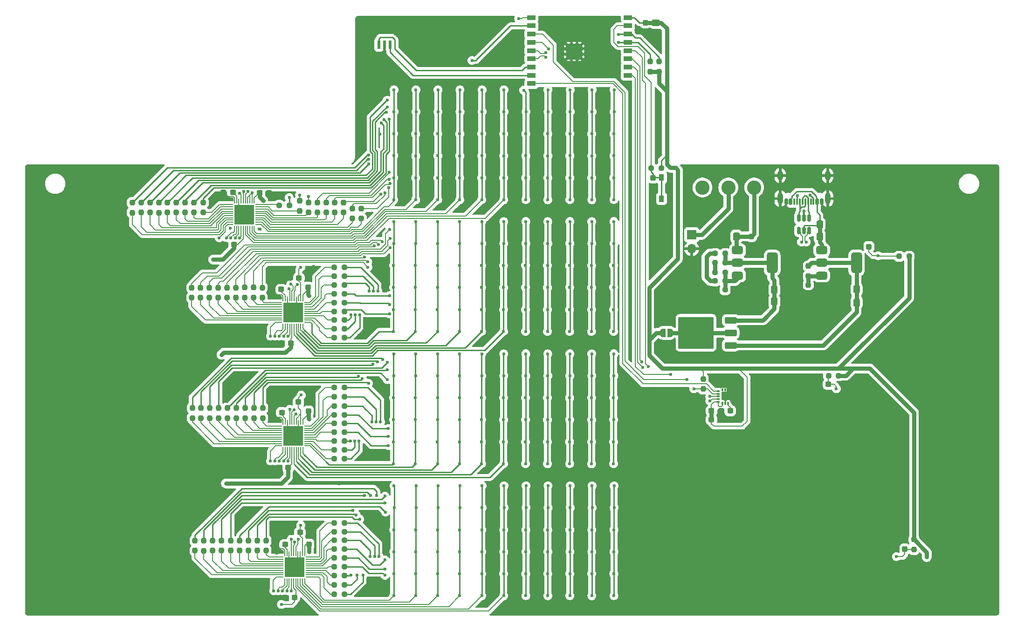
<source format=gbl>
%TF.GenerationSoftware,KiCad,Pcbnew,8.0.6*%
%TF.CreationDate,2024-12-17T00:00:42+05:30*%
%TF.ProjectId,FF1-LP-Badge,4646312d-4c50-42d4-9261-6467652e6b69,rev?*%
%TF.SameCoordinates,Original*%
%TF.FileFunction,Copper,L4,Bot*%
%TF.FilePolarity,Positive*%
%FSLAX46Y46*%
G04 Gerber Fmt 4.6, Leading zero omitted, Abs format (unit mm)*
G04 Created by KiCad (PCBNEW 8.0.6) date 2024-12-17 00:00:42*
%MOMM*%
%LPD*%
G01*
G04 APERTURE LIST*
G04 Aperture macros list*
%AMRoundRect*
0 Rectangle with rounded corners*
0 $1 Rounding radius*
0 $2 $3 $4 $5 $6 $7 $8 $9 X,Y pos of 4 corners*
0 Add a 4 corners polygon primitive as box body*
4,1,4,$2,$3,$4,$5,$6,$7,$8,$9,$2,$3,0*
0 Add four circle primitives for the rounded corners*
1,1,$1+$1,$2,$3*
1,1,$1+$1,$4,$5*
1,1,$1+$1,$6,$7*
1,1,$1+$1,$8,$9*
0 Add four rect primitives between the rounded corners*
20,1,$1+$1,$2,$3,$4,$5,0*
20,1,$1+$1,$4,$5,$6,$7,0*
20,1,$1+$1,$6,$7,$8,$9,0*
20,1,$1+$1,$8,$9,$2,$3,0*%
%AMFreePoly0*
4,1,19,0.500000,-0.750000,0.000000,-0.750000,0.000000,-0.744911,-0.071157,-0.744911,-0.207708,-0.704816,-0.327430,-0.627875,-0.420627,-0.520320,-0.479746,-0.390866,-0.500000,-0.250000,-0.500000,0.250000,-0.479746,0.390866,-0.420627,0.520320,-0.327430,0.627875,-0.207708,0.704816,-0.071157,0.744911,0.000000,0.744911,0.000000,0.750000,0.500000,0.750000,0.500000,-0.750000,0.500000,-0.750000,
$1*%
%AMFreePoly1*
4,1,19,0.000000,0.744911,0.071157,0.744911,0.207708,0.704816,0.327430,0.627875,0.420627,0.520320,0.479746,0.390866,0.500000,0.250000,0.500000,-0.250000,0.479746,-0.390866,0.420627,-0.520320,0.327430,-0.627875,0.207708,-0.704816,0.071157,-0.744911,0.000000,-0.744911,0.000000,-0.750000,-0.500000,-0.750000,-0.500000,0.750000,0.000000,0.750000,0.000000,0.744911,0.000000,0.744911,
$1*%
G04 Aperture macros list end*
%TA.AperFunction,SMDPad,CuDef*%
%ADD10RoundRect,0.237500X-0.237500X0.250000X-0.237500X-0.250000X0.237500X-0.250000X0.237500X0.250000X0*%
%TD*%
%TA.AperFunction,SMDPad,CuDef*%
%ADD11RoundRect,0.237500X0.250000X0.237500X-0.250000X0.237500X-0.250000X-0.237500X0.250000X-0.237500X0*%
%TD*%
%TA.AperFunction,SMDPad,CuDef*%
%ADD12RoundRect,0.250000X-0.337500X-0.475000X0.337500X-0.475000X0.337500X0.475000X-0.337500X0.475000X0*%
%TD*%
%TA.AperFunction,SMDPad,CuDef*%
%ADD13R,0.850000X0.200000*%
%TD*%
%TA.AperFunction,SMDPad,CuDef*%
%ADD14R,0.200000X0.850000*%
%TD*%
%TA.AperFunction,SMDPad,CuDef*%
%ADD15R,3.600000X3.600000*%
%TD*%
%TA.AperFunction,SMDPad,CuDef*%
%ADD16RoundRect,0.250000X-0.250000X-0.250000X0.250000X-0.250000X0.250000X0.250000X-0.250000X0.250000X0*%
%TD*%
%TA.AperFunction,SMDPad,CuDef*%
%ADD17RoundRect,0.250000X-0.475000X0.337500X-0.475000X-0.337500X0.475000X-0.337500X0.475000X0.337500X0*%
%TD*%
%TA.AperFunction,SMDPad,CuDef*%
%ADD18R,0.900000X1.250000*%
%TD*%
%TA.AperFunction,SMDPad,CuDef*%
%ADD19R,0.600000X1.550000*%
%TD*%
%TA.AperFunction,SMDPad,CuDef*%
%ADD20R,1.200000X1.800000*%
%TD*%
%TA.AperFunction,SMDPad,CuDef*%
%ADD21RoundRect,0.237500X-0.237500X0.300000X-0.237500X-0.300000X0.237500X-0.300000X0.237500X0.300000X0*%
%TD*%
%TA.AperFunction,SMDPad,CuDef*%
%ADD22RoundRect,0.237500X-0.300000X-0.237500X0.300000X-0.237500X0.300000X0.237500X-0.300000X0.237500X0*%
%TD*%
%TA.AperFunction,SMDPad,CuDef*%
%ADD23RoundRect,0.375000X-0.625000X-0.375000X0.625000X-0.375000X0.625000X0.375000X-0.625000X0.375000X0*%
%TD*%
%TA.AperFunction,SMDPad,CuDef*%
%ADD24RoundRect,0.500000X-0.500000X-1.400000X0.500000X-1.400000X0.500000X1.400000X-0.500000X1.400000X0*%
%TD*%
%TA.AperFunction,SMDPad,CuDef*%
%ADD25RoundRect,0.237500X0.237500X-0.300000X0.237500X0.300000X-0.237500X0.300000X-0.237500X-0.300000X0*%
%TD*%
%TA.AperFunction,SMDPad,CuDef*%
%ADD26RoundRect,0.150000X-0.150000X-0.425000X0.150000X-0.425000X0.150000X0.425000X-0.150000X0.425000X0*%
%TD*%
%TA.AperFunction,SMDPad,CuDef*%
%ADD27RoundRect,0.075000X-0.075000X-0.500000X0.075000X-0.500000X0.075000X0.500000X-0.075000X0.500000X0*%
%TD*%
%TA.AperFunction,ComponentPad*%
%ADD28O,1.000000X1.800000*%
%TD*%
%TA.AperFunction,ComponentPad*%
%ADD29O,1.000000X2.100000*%
%TD*%
%TA.AperFunction,SMDPad,CuDef*%
%ADD30RoundRect,0.237500X-0.250000X-0.237500X0.250000X-0.237500X0.250000X0.237500X-0.250000X0.237500X0*%
%TD*%
%TA.AperFunction,SMDPad,CuDef*%
%ADD31RoundRect,0.237500X0.300000X0.237500X-0.300000X0.237500X-0.300000X-0.237500X0.300000X-0.237500X0*%
%TD*%
%TA.AperFunction,SMDPad,CuDef*%
%ADD32FreePoly0,180.000000*%
%TD*%
%TA.AperFunction,SMDPad,CuDef*%
%ADD33FreePoly1,180.000000*%
%TD*%
%TA.AperFunction,SMDPad,CuDef*%
%ADD34RoundRect,0.250000X0.337500X0.475000X-0.337500X0.475000X-0.337500X-0.475000X0.337500X-0.475000X0*%
%TD*%
%TA.AperFunction,SMDPad,CuDef*%
%ADD35RoundRect,0.237500X0.237500X-0.250000X0.237500X0.250000X-0.237500X0.250000X-0.237500X-0.250000X0*%
%TD*%
%TA.AperFunction,SMDPad,CuDef*%
%ADD36R,1.500000X0.900000*%
%TD*%
%TA.AperFunction,HeatsinkPad*%
%ADD37C,0.600000*%
%TD*%
%TA.AperFunction,SMDPad,CuDef*%
%ADD38R,2.900000X2.900000*%
%TD*%
%TA.AperFunction,ComponentPad*%
%ADD39C,2.590000*%
%TD*%
%TA.AperFunction,SMDPad,CuDef*%
%ADD40RoundRect,0.087500X-0.187500X-0.087500X0.187500X-0.087500X0.187500X0.087500X-0.187500X0.087500X0*%
%TD*%
%TA.AperFunction,SMDPad,CuDef*%
%ADD41RoundRect,0.087500X-0.087500X-0.187500X0.087500X-0.187500X0.087500X0.187500X-0.087500X0.187500X0*%
%TD*%
%TA.AperFunction,SMDPad,CuDef*%
%ADD42RoundRect,0.250000X0.850000X0.350000X-0.850000X0.350000X-0.850000X-0.350000X0.850000X-0.350000X0*%
%TD*%
%TA.AperFunction,SMDPad,CuDef*%
%ADD43RoundRect,0.250000X1.275000X1.125000X-1.275000X1.125000X-1.275000X-1.125000X1.275000X-1.125000X0*%
%TD*%
%TA.AperFunction,SMDPad,CuDef*%
%ADD44RoundRect,0.249997X2.950003X2.650003X-2.950003X2.650003X-2.950003X-2.650003X2.950003X-2.650003X0*%
%TD*%
%TA.AperFunction,SMDPad,CuDef*%
%ADD45RoundRect,0.150000X-0.150000X0.512500X-0.150000X-0.512500X0.150000X-0.512500X0.150000X0.512500X0*%
%TD*%
%TA.AperFunction,ComponentPad*%
%ADD46R,1.700000X1.700000*%
%TD*%
%TA.AperFunction,ComponentPad*%
%ADD47O,1.700000X1.700000*%
%TD*%
%TA.AperFunction,ViaPad*%
%ADD48C,0.600000*%
%TD*%
%TA.AperFunction,Conductor*%
%ADD49C,0.200000*%
%TD*%
%TA.AperFunction,Conductor*%
%ADD50C,0.254000*%
%TD*%
%TA.AperFunction,Conductor*%
%ADD51C,0.762000*%
%TD*%
G04 APERTURE END LIST*
D10*
%TO.P,R82,1*%
%TO.N,/LED Matrix Part-4/CS12*%
X123200001Y-57430202D03*
%TO.P,R82,2*%
%TO.N,Net-(U9-CS11)*%
X123200001Y-59255202D03*
%TD*%
D11*
%TO.P,R58,1*%
%TO.N,/LED Matrix Part-3/CS6*%
X158512500Y-77211297D03*
%TO.P,R58,2*%
%TO.N,Net-(U8-CS5)*%
X156687500Y-77211297D03*
%TD*%
%TO.P,R22,1*%
%TO.N,/LED Matrix Part-1/CS6*%
X158518019Y-123661298D03*
%TO.P,R22,2*%
%TO.N,Net-(U6-CS5)*%
X156693019Y-123661298D03*
%TD*%
D10*
%TO.P,R27,1*%
%TO.N,/LED Matrix Part-1/CS11*%
X133000000Y-118911297D03*
%TO.P,R27,2*%
%TO.N,Net-(U6-CS10)*%
X133000000Y-120736297D03*
%TD*%
%TO.P,R50,1*%
%TO.N,/LED Matrix Part-2/CS16*%
X140500000Y-94786297D03*
%TO.P,R50,2*%
%TO.N,Net-(U7-CS15)*%
X140500000Y-96611297D03*
%TD*%
D12*
%TO.P,C12,1*%
%TO.N,Net-(U3-VO)*%
X251562500Y-75600000D03*
%TO.P,C12,2*%
%TO.N,GND*%
X253637500Y-75600000D03*
%TD*%
D11*
%TO.P,R39,1*%
%TO.N,/LED Matrix Part-2/CS5*%
X158512500Y-97611297D03*
%TO.P,R39,2*%
%TO.N,Net-(U7-CS4)*%
X156687500Y-97611297D03*
%TD*%
D13*
%TO.P,U9,1,CS0*%
%TO.N,Net-(U9-CS0)*%
X142800000Y-57811297D03*
%TO.P,U9,2,CS1*%
%TO.N,Net-(U9-CS1)*%
X142800000Y-58211297D03*
%TO.P,U9,3,CS2*%
%TO.N,Net-(U9-CS2)*%
X142800000Y-58611297D03*
%TO.P,U9,4,CS3*%
%TO.N,Net-(U9-CS3)*%
X142800001Y-59011297D03*
%TO.P,U9,5,CS4*%
%TO.N,Net-(U9-CS4)*%
X142800000Y-59411297D03*
%TO.P,U9,6,CS5*%
%TO.N,Net-(U9-CS5)*%
X142800000Y-59811297D03*
%TO.P,U9,7,CS6*%
%TO.N,Net-(U9-CS6)*%
X142800001Y-60211297D03*
%TO.P,U9,8,CS7*%
%TO.N,Net-(U9-CS7)*%
X142800000Y-60611297D03*
%TO.P,U9,9,CS8*%
%TO.N,Net-(U9-CS8)*%
X142800000Y-61011297D03*
%TO.P,U9,10,SW0*%
%TO.N,/LED Matrix Part-4/SW0*%
X142800000Y-61411297D03*
D14*
%TO.P,U9,11,SW1*%
%TO.N,/LED Matrix Part-4/SW1*%
X142150000Y-62061297D03*
%TO.P,U9,12,SW2*%
%TO.N,/LED Matrix Part-4/SW2*%
X141750000Y-62061297D03*
%TO.P,U9,13,SW3*%
%TO.N,/LED Matrix Part-4/SW3*%
X141350000Y-62061297D03*
%TO.P,U9,14,SW4*%
%TO.N,/LED Matrix Part-4/SW4*%
X140950000Y-62061298D03*
%TO.P,U9,15,SW5*%
%TO.N,/LED Matrix Part-4/SW5*%
X140550000Y-62061297D03*
%TO.P,U9,16,VLED*%
%TO.N,+3V3*%
X140150000Y-62061297D03*
%TO.P,U9,17,SW6*%
%TO.N,/LED Matrix Part-4/SW6*%
X139750000Y-62061298D03*
%TO.P,U9,18,SW7*%
%TO.N,/LED Matrix Part-4/SW7*%
X139350000Y-62061297D03*
%TO.P,U9,19,SW8*%
%TO.N,/LED Matrix Part-4/SW8*%
X138950000Y-62061297D03*
%TO.P,U9,20,SW9*%
%TO.N,/LED Matrix Part-4/SW9*%
X138550000Y-62061297D03*
D13*
%TO.P,U9,21,SW10*%
%TO.N,/LED Matrix Part-4/SW10*%
X137900000Y-61411297D03*
%TO.P,U9,22,CS9*%
%TO.N,Net-(U9-CS9)*%
X137900000Y-61011297D03*
%TO.P,U9,23,CS10*%
%TO.N,Net-(U9-CS10)*%
X137900000Y-60611297D03*
%TO.P,U9,24,CS11*%
%TO.N,Net-(U9-CS11)*%
X137899999Y-60211297D03*
%TO.P,U9,25,CS12*%
%TO.N,Net-(U9-CS12)*%
X137900000Y-59811297D03*
%TO.P,U9,26,CS13*%
%TO.N,Net-(U9-CS13)*%
X137900000Y-59411297D03*
%TO.P,U9,27,CS14*%
%TO.N,Net-(U9-CS14)*%
X137899999Y-59011297D03*
%TO.P,U9,28,CS15*%
%TO.N,Net-(U9-CS15)*%
X137900000Y-58611297D03*
%TO.P,U9,29,CS16*%
%TO.N,Net-(U9-CS16)*%
X137900000Y-58211297D03*
%TO.P,U9,30,CS17*%
%TO.N,Net-(U9-CS17)*%
X137900000Y-57811297D03*
D14*
%TO.P,U9,31,AGND*%
%TO.N,GND*%
X138550000Y-57161297D03*
%TO.P,U9,32,VCAP*%
%TO.N,Net-(U9-VCAP)*%
X138950000Y-57161297D03*
%TO.P,U9,33,IFS*%
%TO.N,GND*%
X139350000Y-57161297D03*
%TO.P,U9,34,VSYNC*%
%TO.N,VSYNC*%
X139750000Y-57161296D03*
%TO.P,U9,35,SCL_SCLK*%
%TO.N,SCL*%
X140150000Y-57161297D03*
%TO.P,U9,36,SDA_MOSI*%
%TO.N,SDA*%
X140550000Y-57161297D03*
%TO.P,U9,37,ADDR0_MISO*%
%TO.N,VIO_EN*%
X140950000Y-57161296D03*
%TO.P,U9,38,ADDR1_SS*%
X141350000Y-57161297D03*
%TO.P,U9,39,VIO_EN*%
X141750000Y-57161297D03*
%TO.P,U9,40,VCC*%
%TO.N,+3V3*%
X142150000Y-57161297D03*
D15*
%TO.P,U9,41,GND*%
%TO.N,GND*%
X140350000Y-59611297D03*
%TD*%
D10*
%TO.P,R70,1*%
%TO.N,/LED Matrix Part-3/CS18*%
X143600000Y-72898797D03*
%TO.P,R70,2*%
%TO.N,Net-(U8-CS17)*%
X143600000Y-74723797D03*
%TD*%
D16*
%TO.P,D2,1,K*%
%TO.N,+VBAT*%
X232450001Y-63600000D03*
%TO.P,D2,2,A*%
%TO.N,GND*%
X234949999Y-63600000D03*
%TD*%
D17*
%TO.P,C1,1*%
%TO.N,+3V3*%
X215100000Y-24762500D03*
%TO.P,C1,2*%
%TO.N,GND*%
X215100000Y-26837500D03*
%TD*%
D10*
%TO.P,R81,1*%
%TO.N,/LED Matrix Part-4/CS11*%
X121600001Y-57430202D03*
%TO.P,R81,2*%
%TO.N,Net-(U9-CS10)*%
X121600001Y-59255202D03*
%TD*%
D18*
%TO.P,SW1,1,1*%
%TO.N,GND*%
X217650001Y-56725000D03*
X217650001Y-52875000D03*
%TO.P,SW1,2,2*%
%TO.N,/NRST*%
X216149999Y-56725000D03*
X216149999Y-52875000D03*
%TD*%
D11*
%TO.P,R61,1*%
%TO.N,/LED Matrix Part-3/CS9*%
X158512500Y-82011297D03*
%TO.P,R61,2*%
%TO.N,Net-(U8-CS8)*%
X156687500Y-82011297D03*
%TD*%
%TO.P,R25,1*%
%TO.N,/LED Matrix Part-1/CS9*%
X158518020Y-128661298D03*
%TO.P,R25,2*%
%TO.N,Net-(U6-CS8)*%
X156693020Y-128661298D03*
%TD*%
%TO.P,R35,1*%
%TO.N,/LED Matrix Part-2/CS0*%
X158512500Y-91011297D03*
%TO.P,R35,2*%
%TO.N,Net-(U7-CS0)*%
X156687500Y-91011297D03*
%TD*%
D19*
%TO.P,J1,1,SWCLK/RX*%
%TO.N,Net-(J1-SWCLK{slash}RX)*%
X166800000Y-28700000D03*
%TO.P,J1,2,GND*%
%TO.N,GND*%
X165800000Y-28700001D03*
%TO.P,J1,3,SWDIO/TX*%
%TO.N,Net-(J1-SWDIO{slash}TX)*%
X164800000Y-28700000D03*
D20*
%TO.P,J1,MP1,MP1*%
%TO.N,GND*%
X168100001Y-26175000D03*
%TO.P,J1,MP2,MP2*%
X163499999Y-26175000D03*
%TD*%
D21*
%TO.P,C6,1*%
%TO.N,GND*%
X260325000Y-118737499D03*
%TO.P,C6,2*%
%TO.N,GPIO8*%
X260325000Y-120462501D03*
%TD*%
D10*
%TO.P,R69,1*%
%TO.N,/LED Matrix Part-3/CS17*%
X142000000Y-72886297D03*
%TO.P,R69,2*%
%TO.N,Net-(U8-CS16)*%
X142000000Y-74711297D03*
%TD*%
D22*
%TO.P,C30,1*%
%TO.N,+3V3*%
X143100001Y-55642702D03*
%TO.P,C30,2*%
%TO.N,GND*%
X144825003Y-55642702D03*
%TD*%
D10*
%TO.P,R80,1*%
%TO.N,/LED Matrix Part-4/CS10*%
X120000001Y-57442702D03*
%TO.P,R80,2*%
%TO.N,Net-(U9-CS9)*%
X120000001Y-59267702D03*
%TD*%
D11*
%TO.P,R54,1*%
%TO.N,/LED Matrix Part-3/CS1*%
X158512500Y-70811297D03*
%TO.P,R54,2*%
%TO.N,Net-(U8-CS1)*%
X156687500Y-70811297D03*
%TD*%
D22*
%TO.P,C8,1*%
%TO.N,Net-(U2-REGOUT)*%
X228612500Y-95300000D03*
%TO.P,C8,2*%
%TO.N,GND*%
X230337502Y-95300000D03*
%TD*%
D10*
%TO.P,R30,1*%
%TO.N,/LED Matrix Part-1/CS14*%
X137900000Y-118898797D03*
%TO.P,R30,2*%
%TO.N,Net-(U6-CS13)*%
X137900000Y-120723797D03*
%TD*%
D23*
%TO.P,U3,1,ADJ*%
%TO.N,Net-(U3-ADJ)*%
X245250000Y-70700000D03*
%TO.P,U3,2,VO*%
%TO.N,Net-(U3-VO)*%
X245250001Y-68400000D03*
D24*
X251549999Y-68400000D03*
D23*
%TO.P,U3,3,VI*%
%TO.N,VCC_5V_USB*%
X245250000Y-66100000D03*
%TD*%
D10*
%TO.P,R64,1*%
%TO.N,/LED Matrix Part-3/CS12*%
X134000000Y-72898797D03*
%TO.P,R64,2*%
%TO.N,Net-(U8-CS11)*%
X134000000Y-74723797D03*
%TD*%
D25*
%TO.P,C22,1*%
%TO.N,+3V3*%
X152000000Y-95362501D03*
%TO.P,C22,2*%
%TO.N,GND*%
X152000000Y-93637499D03*
%TD*%
D11*
%TO.P,R23,1*%
%TO.N,/LED Matrix Part-1/CS7*%
X158518020Y-125261298D03*
%TO.P,R23,2*%
%TO.N,Net-(U6-CS6)*%
X156693020Y-125261298D03*
%TD*%
D10*
%TO.P,R62,1*%
%TO.N,/LED Matrix Part-3/CS10*%
X130800000Y-72898797D03*
%TO.P,R62,2*%
%TO.N,Net-(U8-CS9)*%
X130800000Y-74723797D03*
%TD*%
D11*
%TO.P,R24,1*%
%TO.N,/LED Matrix Part-1/CS8*%
X158518020Y-126961298D03*
%TO.P,R24,2*%
%TO.N,Net-(U6-CS7)*%
X156693020Y-126961298D03*
%TD*%
%TO.P,R21,1*%
%TO.N,/LED Matrix Part-1/CS5*%
X158518020Y-122061299D03*
%TO.P,R21,2*%
%TO.N,Net-(U6-CS4)*%
X156693020Y-122061299D03*
%TD*%
D10*
%TO.P,R45,1*%
%TO.N,/LED Matrix Part-2/CS11*%
X132500000Y-94798797D03*
%TO.P,R45,2*%
%TO.N,Net-(U7-CS10)*%
X132500000Y-96623797D03*
%TD*%
D12*
%TO.P,C10,1*%
%TO.N,VCC_5V_USB*%
X244862500Y-61400000D03*
%TO.P,C10,2*%
%TO.N,GND*%
X246937500Y-61400000D03*
%TD*%
D11*
%TO.P,R59,1*%
%TO.N,/LED Matrix Part-3/CS7*%
X158512500Y-78811297D03*
%TO.P,R59,2*%
%TO.N,Net-(U8-CS6)*%
X156687500Y-78811297D03*
%TD*%
D10*
%TO.P,R49,1*%
%TO.N,/LED Matrix Part-2/CS15*%
X138900000Y-94798797D03*
%TO.P,R49,2*%
%TO.N,Net-(U7-CS14)*%
X138900000Y-96623797D03*
%TD*%
D26*
%TO.P,J2,A1,GND*%
%TO.N,GND*%
X238800000Y-57290000D03*
%TO.P,J2,A4,VBUS*%
%TO.N,VCC_5V_USB*%
X239600000Y-57290000D03*
D27*
%TO.P,J2,A5,CC1*%
%TO.N,Net-(J2-CC1)*%
X240750000Y-57289999D03*
%TO.P,J2,A6,D+*%
%TO.N,Net-(J2-D+-PadA6)*%
X241750000Y-57290000D03*
%TO.P,J2,A7,D-*%
%TO.N,Net-(J2-D--PadA7)*%
X242250000Y-57290000D03*
%TO.P,J2,A8,SBU1*%
%TO.N,unconnected-(J2-SBU1-PadA8)*%
X243250000Y-57289999D03*
D26*
%TO.P,J2,A9,VBUS*%
%TO.N,VCC_5V_USB*%
X244400000Y-57290000D03*
%TO.P,J2,A12,GND*%
%TO.N,GND*%
X245200000Y-57290000D03*
%TO.P,J2,B1,GND*%
X245200000Y-57290000D03*
%TO.P,J2,B4,VBUS*%
%TO.N,VCC_5V_USB*%
X244400000Y-57290000D03*
D27*
%TO.P,J2,B5,CC2*%
%TO.N,Net-(J2-CC2)*%
X243750000Y-57290000D03*
%TO.P,J2,B6,D+*%
%TO.N,Net-(J2-D+-PadA6)*%
X242750000Y-57290000D03*
%TO.P,J2,B7,D-*%
%TO.N,Net-(J2-D--PadA7)*%
X241250000Y-57290000D03*
%TO.P,J2,B8,SBU2*%
%TO.N,unconnected-(J2-SBU2-PadB8)*%
X240250000Y-57290000D03*
D26*
%TO.P,J2,B9,VBUS*%
%TO.N,VCC_5V_USB*%
X239600000Y-57290000D03*
%TO.P,J2,B12,GND*%
%TO.N,GND*%
X238800000Y-57290000D03*
D28*
%TO.P,J2,S1,SHIELD*%
X237680000Y-52535000D03*
D29*
X237680000Y-56715000D03*
D28*
X246320000Y-52535000D03*
D29*
X246320000Y-56715000D03*
%TD*%
D30*
%TO.P,R14,1*%
%TO.N,Net-(R12-Pad2)*%
X225887500Y-70100000D03*
%TO.P,R14,2*%
%TO.N,Net-(U5-ADJ)*%
X227712500Y-70100000D03*
%TD*%
D10*
%TO.P,R77,1*%
%TO.N,/LED Matrix Part-4/CS7*%
X158400001Y-57430202D03*
%TO.P,R77,2*%
%TO.N,Net-(U9-CS6)*%
X158400001Y-59255202D03*
%TD*%
%TO.P,R63,1*%
%TO.N,/LED Matrix Part-3/CS11*%
X132400000Y-72898797D03*
%TO.P,R63,2*%
%TO.N,Net-(U8-CS10)*%
X132400000Y-74723797D03*
%TD*%
D31*
%TO.P,C25,1*%
%TO.N,+3V3*%
X148762502Y-83042702D03*
%TO.P,C25,2*%
%TO.N,GND*%
X147037500Y-83042702D03*
%TD*%
D10*
%TO.P,R67,1*%
%TO.N,/LED Matrix Part-3/CS15*%
X138800000Y-72898797D03*
%TO.P,R67,2*%
%TO.N,Net-(U8-CS14)*%
X138800000Y-74723797D03*
%TD*%
%TO.P,R87,1*%
%TO.N,/LED Matrix Part-4/CS17*%
X131200001Y-57430202D03*
%TO.P,R87,2*%
%TO.N,Net-(U9-CS16)*%
X131200001Y-59255202D03*
%TD*%
D13*
%TO.P,U7,1,CS0*%
%TO.N,Net-(U7-CS0)*%
X151644796Y-98070916D03*
%TO.P,U7,2,CS1*%
%TO.N,Net-(U7-CS1)*%
X151644796Y-98470916D03*
%TO.P,U7,3,CS2*%
%TO.N,Net-(U7-CS2)*%
X151644796Y-98870916D03*
%TO.P,U7,4,CS3*%
%TO.N,Net-(U7-CS3)*%
X151644797Y-99270916D03*
%TO.P,U7,5,CS4*%
%TO.N,Net-(U7-CS4)*%
X151644796Y-99670916D03*
%TO.P,U7,6,CS5*%
%TO.N,Net-(U7-CS5)*%
X151644796Y-100070916D03*
%TO.P,U7,7,CS6*%
%TO.N,Net-(U7-CS6)*%
X151644797Y-100470916D03*
%TO.P,U7,8,CS7*%
%TO.N,Net-(U7-CS7)*%
X151644796Y-100870916D03*
%TO.P,U7,9,CS8*%
%TO.N,Net-(U7-CS8)*%
X151644796Y-101270916D03*
%TO.P,U7,10,SW0*%
%TO.N,/LED Matrix Part-2/SW0*%
X151644796Y-101670916D03*
D14*
%TO.P,U7,11,SW1*%
%TO.N,/LED Matrix Part-2/SW1*%
X150994796Y-102320916D03*
%TO.P,U7,12,SW2*%
%TO.N,/LED Matrix Part-2/SW2*%
X150594796Y-102320916D03*
%TO.P,U7,13,SW3*%
%TO.N,/LED Matrix Part-2/SW3*%
X150194796Y-102320916D03*
%TO.P,U7,14,SW4*%
%TO.N,/LED Matrix Part-2/SW4*%
X149794796Y-102320917D03*
%TO.P,U7,15,SW5*%
%TO.N,/LED Matrix Part-2/SW5*%
X149394796Y-102320916D03*
%TO.P,U7,16,VLED*%
%TO.N,+3V3*%
X148994796Y-102320916D03*
%TO.P,U7,17,SW6*%
%TO.N,/LED Matrix Part-2/SW6*%
X148594796Y-102320917D03*
%TO.P,U7,18,SW7*%
%TO.N,/LED Matrix Part-2/SW7*%
X148194796Y-102320916D03*
%TO.P,U7,19,SW8*%
%TO.N,/LED Matrix Part-2/SW8*%
X147794796Y-102320916D03*
%TO.P,U7,20,SW9*%
%TO.N,/LED Matrix Part-2/SW9*%
X147394796Y-102320916D03*
D13*
%TO.P,U7,21,SW10*%
%TO.N,/LED Matrix Part-2/SW10*%
X146744796Y-101670916D03*
%TO.P,U7,22,CS9*%
%TO.N,Net-(U7-CS9)*%
X146744796Y-101270916D03*
%TO.P,U7,23,CS10*%
%TO.N,Net-(U7-CS10)*%
X146744796Y-100870916D03*
%TO.P,U7,24,CS11*%
%TO.N,Net-(U7-CS11)*%
X146744795Y-100470916D03*
%TO.P,U7,25,CS12*%
%TO.N,Net-(U7-CS12)*%
X146744796Y-100070916D03*
%TO.P,U7,26,CS13*%
%TO.N,Net-(U7-CS13)*%
X146744796Y-99670916D03*
%TO.P,U7,27,CS14*%
%TO.N,Net-(U7-CS14)*%
X146744795Y-99270916D03*
%TO.P,U7,28,CS15*%
%TO.N,Net-(U7-CS15)*%
X146744796Y-98870916D03*
%TO.P,U7,29,CS16*%
%TO.N,Net-(U7-CS16)*%
X146744796Y-98470916D03*
%TO.P,U7,30,CS17*%
%TO.N,Net-(U7-CS17)*%
X146744796Y-98070916D03*
D14*
%TO.P,U7,31,AGND*%
%TO.N,GND*%
X147394796Y-97420916D03*
%TO.P,U7,32,VCAP*%
%TO.N,Net-(U7-VCAP)*%
X147794796Y-97420916D03*
%TO.P,U7,33,IFS*%
%TO.N,GND*%
X148194796Y-97420916D03*
%TO.P,U7,34,VSYNC*%
%TO.N,VSYNC*%
X148594796Y-97420915D03*
%TO.P,U7,35,SCL_SCLK*%
%TO.N,SCL*%
X148994796Y-97420916D03*
%TO.P,U7,36,SDA_MOSI*%
%TO.N,SDA*%
X149394796Y-97420916D03*
%TO.P,U7,37,ADDR0_MISO*%
%TO.N,VIO_EN*%
X149794796Y-97420915D03*
%TO.P,U7,38,ADDR1_SS*%
%TO.N,GND*%
X150194796Y-97420916D03*
%TO.P,U7,39,VIO_EN*%
%TO.N,VIO_EN*%
X150594796Y-97420916D03*
%TO.P,U7,40,VCC*%
%TO.N,+3V3*%
X150994796Y-97420916D03*
D15*
%TO.P,U7,41,GND*%
%TO.N,GND*%
X149194796Y-99870916D03*
%TD*%
D10*
%TO.P,R28,1*%
%TO.N,/LED Matrix Part-1/CS12*%
X134600000Y-118898797D03*
%TO.P,R28,2*%
%TO.N,Net-(U6-CS11)*%
X134600000Y-120723797D03*
%TD*%
D12*
%TO.P,C11,1*%
%TO.N,VCC_5V_USB*%
X244862500Y-63600000D03*
%TO.P,C11,2*%
%TO.N,GND*%
X246937500Y-63600000D03*
%TD*%
D32*
%TO.P,JP1,1,A*%
%TO.N,Net-(D1-K)*%
X217699998Y-81132500D03*
D33*
%TO.P,JP1,2,B*%
%TO.N,+3V3*%
X216400000Y-81132500D03*
%TD*%
D21*
%TO.P,C7,1*%
%TO.N,GND*%
X253800000Y-63737499D03*
%TO.P,C7,2*%
%TO.N,GPIO3*%
X253800000Y-65462501D03*
%TD*%
D31*
%TO.P,C21,1*%
%TO.N,+3V3*%
X148300000Y-105611297D03*
%TO.P,C21,2*%
%TO.N,GND*%
X146574998Y-105611297D03*
%TD*%
D21*
%TO.P,C2,1*%
%TO.N,+3V3*%
X213200000Y-24737499D03*
%TO.P,C2,2*%
%TO.N,GND*%
X213200000Y-26462501D03*
%TD*%
D10*
%TO.P,R52,1*%
%TO.N,/LED Matrix Part-2/CS18*%
X143700000Y-94786297D03*
%TO.P,R52,2*%
%TO.N,Net-(U7-CS17)*%
X143700000Y-96611297D03*
%TD*%
D11*
%TO.P,R41,1*%
%TO.N,/LED Matrix Part-2/CS7*%
X158512500Y-100811297D03*
%TO.P,R41,2*%
%TO.N,Net-(U7-CS6)*%
X156687500Y-100811297D03*
%TD*%
D31*
%TO.P,C17,1*%
%TO.N,+3V3*%
X149462501Y-129211297D03*
%TO.P,C17,2*%
%TO.N,GND*%
X147737499Y-129211297D03*
%TD*%
D25*
%TO.P,C18,1*%
%TO.N,+3V3*%
X152100000Y-119573798D03*
%TO.P,C18,2*%
%TO.N,GND*%
X152100000Y-117848796D03*
%TD*%
D11*
%TO.P,R12,1*%
%TO.N,Net-(U5-VO)*%
X227712500Y-68400000D03*
%TO.P,R12,2*%
%TO.N,Net-(R12-Pad2)*%
X225887500Y-68400000D03*
%TD*%
D30*
%TO.P,R6,1*%
%TO.N,GPIO9*%
X246487500Y-88900000D03*
%TO.P,R6,2*%
%TO.N,+3V3*%
X248312500Y-88900000D03*
%TD*%
D10*
%TO.P,R76,1*%
%TO.N,/LED Matrix Part-4/CS6*%
X156800001Y-57430202D03*
%TO.P,R76,2*%
%TO.N,Net-(U9-CS5)*%
X156800001Y-59255202D03*
%TD*%
D34*
%TO.P,C16,1*%
%TO.N,Net-(U5-VO)*%
X236637500Y-75400000D03*
%TO.P,C16,2*%
%TO.N,GND*%
X234562500Y-75400000D03*
%TD*%
D10*
%TO.P,R83,1*%
%TO.N,/LED Matrix Part-4/CS13*%
X124800001Y-57442702D03*
%TO.P,R83,2*%
%TO.N,Net-(U9-CS12)*%
X124800001Y-59267702D03*
%TD*%
D11*
%TO.P,R17,1*%
%TO.N,/LED Matrix Part-1/CS0*%
X158518020Y-115661299D03*
%TO.P,R17,2*%
%TO.N,Net-(U6-CS0)*%
X156693020Y-115661299D03*
%TD*%
D35*
%TO.P,R5,1*%
%TO.N,GPIO8*%
X262000000Y-120512500D03*
%TO.P,R5,2*%
%TO.N,+3V3*%
X262000000Y-118687500D03*
%TD*%
D11*
%TO.P,R57,1*%
%TO.N,/LED Matrix Part-3/CS5*%
X158512500Y-75611297D03*
%TO.P,R57,2*%
%TO.N,Net-(U8-CS4)*%
X156687500Y-75611297D03*
%TD*%
D31*
%TO.P,C24,1*%
%TO.N,Net-(U7-VCAP)*%
X147162501Y-95611297D03*
%TO.P,C24,2*%
%TO.N,GND*%
X145437499Y-95611297D03*
%TD*%
D11*
%TO.P,R60,1*%
%TO.N,/LED Matrix Part-3/CS8*%
X158512500Y-80411297D03*
%TO.P,R60,2*%
%TO.N,Net-(U8-CS7)*%
X156687500Y-80411297D03*
%TD*%
D25*
%TO.P,C3,1*%
%TO.N,GND*%
X214600000Y-54662501D03*
%TO.P,C3,2*%
%TO.N,/NRST*%
X214600000Y-52937499D03*
%TD*%
D10*
%TO.P,R9,1*%
%TO.N,Net-(U3-ADJ)*%
X242800000Y-72387500D03*
%TO.P,R9,2*%
%TO.N,GND*%
X242800000Y-74212500D03*
%TD*%
D22*
%TO.P,C4,1*%
%TO.N,+3V3*%
X225212499Y-96900000D03*
%TO.P,C4,2*%
%TO.N,GND*%
X226937501Y-96900000D03*
%TD*%
D35*
%TO.P,R4,1*%
%TO.N,SPI_MISO*%
X223700000Y-91312500D03*
%TO.P,R4,2*%
%TO.N,+3V3*%
X223700000Y-89487500D03*
%TD*%
D10*
%TO.P,R51,1*%
%TO.N,/LED Matrix Part-2/CS17*%
X142100000Y-94786297D03*
%TO.P,R51,2*%
%TO.N,Net-(U7-CS16)*%
X142100000Y-96611297D03*
%TD*%
D11*
%TO.P,R71,1*%
%TO.N,/LED Matrix Part-4/CS0*%
X148512501Y-57942702D03*
%TO.P,R71,2*%
%TO.N,Net-(U9-CS0)*%
X146687501Y-57942702D03*
%TD*%
%TO.P,R40,1*%
%TO.N,/LED Matrix Part-2/CS6*%
X158512500Y-99211297D03*
%TO.P,R40,2*%
%TO.N,Net-(U7-CS5)*%
X156687500Y-99211297D03*
%TD*%
D10*
%TO.P,R86,1*%
%TO.N,/LED Matrix Part-4/CS16*%
X129600001Y-57430202D03*
%TO.P,R86,2*%
%TO.N,Net-(U9-CS15)*%
X129600001Y-59255202D03*
%TD*%
%TO.P,R29,1*%
%TO.N,/LED Matrix Part-1/CS13*%
X136200000Y-118898798D03*
%TO.P,R29,2*%
%TO.N,Net-(U6-CS12)*%
X136200000Y-120723798D03*
%TD*%
D11*
%TO.P,R38,1*%
%TO.N,/LED Matrix Part-2/CS4*%
X158512500Y-96011297D03*
%TO.P,R38,2*%
%TO.N,Net-(U7-CS3)*%
X156687500Y-96011297D03*
%TD*%
D10*
%TO.P,R48,1*%
%TO.N,/LED Matrix Part-2/CS14*%
X137300000Y-94798797D03*
%TO.P,R48,2*%
%TO.N,Net-(U7-CS13)*%
X137300000Y-96623797D03*
%TD*%
%TO.P,R74,1*%
%TO.N,/LED Matrix Part-4/CS4*%
X153600001Y-57430202D03*
%TO.P,R74,2*%
%TO.N,Net-(U9-CS3)*%
X153600001Y-59255202D03*
%TD*%
%TO.P,R47,1*%
%TO.N,/LED Matrix Part-2/CS13*%
X135700000Y-94798797D03*
%TO.P,R47,2*%
%TO.N,Net-(U7-CS12)*%
X135700000Y-96623797D03*
%TD*%
%TO.P,R65,1*%
%TO.N,/LED Matrix Part-3/CS13*%
X135600000Y-72898797D03*
%TO.P,R65,2*%
%TO.N,Net-(U8-CS12)*%
X135600000Y-74723797D03*
%TD*%
D11*
%TO.P,R36,1*%
%TO.N,/LED Matrix Part-2/CS1*%
X158512500Y-92711297D03*
%TO.P,R36,2*%
%TO.N,Net-(U7-CS1)*%
X156687500Y-92711297D03*
%TD*%
%TO.P,R37,1*%
%TO.N,/LED Matrix Part-2/CS3*%
X158512500Y-94411297D03*
%TO.P,R37,2*%
%TO.N,Net-(U7-CS2)*%
X156687500Y-94411297D03*
%TD*%
D10*
%TO.P,R2,1*%
%TO.N,SCL*%
X215700000Y-31787500D03*
%TO.P,R2,2*%
%TO.N,+3V3*%
X215700000Y-33612500D03*
%TD*%
D31*
%TO.P,C29,1*%
%TO.N,+3V3*%
X138462502Y-65042702D03*
%TO.P,C29,2*%
%TO.N,GND*%
X136737500Y-65042702D03*
%TD*%
D36*
%TO.P,U1,1,3V3*%
%TO.N,+3V3*%
X210010000Y-23800000D03*
%TO.P,U1,2,EN*%
%TO.N,/NRST*%
X210010000Y-25300000D03*
%TO.P,U1,3,IO4/ADC1_CH4/FSPIHD/MTMS*%
%TO.N,SCL*%
X210010000Y-26800000D03*
%TO.P,U1,4,IO5/ADC2_CH0/FSPIWP/MTDI*%
%TO.N,SDA*%
X210010000Y-28300000D03*
%TO.P,U1,5,IO6/FSPICLK/MTCK*%
%TO.N,SPI_SCLK*%
X210010000Y-29800000D03*
%TO.P,U1,6,IO7/FSPID/MTDO*%
%TO.N,SPI_MOSI*%
X210010000Y-31300000D03*
%TO.P,U1,7,IO8*%
%TO.N,GPIO8*%
X210010000Y-32800000D03*
%TO.P,U1,8,IO9*%
%TO.N,GPIO9*%
X210010000Y-34300000D03*
%TO.P,U1,9,GND*%
%TO.N,GND*%
X210010000Y-35800000D03*
%TO.P,U1,10,IO10/FSPIS0*%
%TO.N,SPI_~{CS}*%
X192510000Y-35800000D03*
%TO.P,U1,11,IO20/RXD*%
%TO.N,Net-(J1-SWCLK{slash}RX)*%
X192510000Y-34300000D03*
%TO.P,U1,12,IO21/TXD*%
%TO.N,Net-(J1-SWDIO{slash}TX)*%
X192510000Y-32800000D03*
%TO.P,U1,13,IO18/USB_D_N*%
%TO.N,USB_D_N*%
X192510000Y-31300000D03*
%TO.P,U1,14,IO19/USB_D_P*%
%TO.N,USB_D_P*%
X192510000Y-29800000D03*
%TO.P,U1,15,IO3/ADC1_CH3*%
%TO.N,GPIO3*%
X192510000Y-28300000D03*
%TO.P,U1,16,IO2/ADC1_CH2/FSPIQ*%
%TO.N,SPI_MISO*%
X192510000Y-26800000D03*
%TO.P,U1,17,IO1/ADC_CH1_XTAL_32K_N*%
%TO.N,VIO_EN*%
X192510000Y-25300000D03*
%TO.P,U1,18,IO0/ADC1_CH0_XTAL_32K_P*%
%TO.N,VSYNC*%
X192510000Y-23800000D03*
D37*
%TO.P,U1,19,GND*%
%TO.N,GND*%
X201310000Y-30900000D03*
X201310000Y-29950000D03*
X201310000Y-29000000D03*
D38*
X200300000Y-30000000D03*
D37*
X200260000Y-30900000D03*
X200260000Y-29950000D03*
X200260000Y-29000000D03*
X199260000Y-30900000D03*
X199260000Y-29950000D03*
X199260000Y-29000000D03*
%TD*%
D11*
%TO.P,R18,1*%
%TO.N,/LED Matrix Part-1/CS1*%
X158518020Y-117261300D03*
%TO.P,R18,2*%
%TO.N,Net-(U6-CS1)*%
X156693020Y-117261300D03*
%TD*%
D10*
%TO.P,R8,1*%
%TO.N,Net-(U3-VO)*%
X242800000Y-68987500D03*
%TO.P,R8,2*%
%TO.N,Net-(U3-ADJ)*%
X242800000Y-70812500D03*
%TD*%
%TO.P,R44,1*%
%TO.N,/LED Matrix Part-2/CS10*%
X130900000Y-94798797D03*
%TO.P,R44,2*%
%TO.N,Net-(U7-CS9)*%
X130900000Y-96623797D03*
%TD*%
%TO.P,R32,1*%
%TO.N,/LED Matrix Part-1/CS16*%
X141100000Y-118898797D03*
%TO.P,R32,2*%
%TO.N,Net-(U6-CS15)*%
X141100000Y-120723797D03*
%TD*%
%TO.P,R73,1*%
%TO.N,/LED Matrix Part-4/CS3*%
X152000001Y-57430202D03*
%TO.P,R73,2*%
%TO.N,Net-(U9-CS2)*%
X152000001Y-59255202D03*
%TD*%
D34*
%TO.P,C14,1*%
%TO.N,+VBAT*%
X229737500Y-63600000D03*
%TO.P,C14,2*%
%TO.N,GND*%
X227662500Y-63600000D03*
%TD*%
D10*
%TO.P,R88,1*%
%TO.N,/LED Matrix Part-4/CS18*%
X132900001Y-57430203D03*
%TO.P,R88,2*%
%TO.N,Net-(U9-CS17)*%
X132900001Y-59255203D03*
%TD*%
%TO.P,R85,1*%
%TO.N,/LED Matrix Part-4/CS15*%
X128000001Y-57430202D03*
%TO.P,R85,2*%
%TO.N,Net-(U9-CS14)*%
X128000001Y-59255202D03*
%TD*%
D22*
%TO.P,C5,1*%
%TO.N,+3V3*%
X225212498Y-95300000D03*
%TO.P,C5,2*%
%TO.N,GND*%
X226937500Y-95300000D03*
%TD*%
D11*
%TO.P,R56,1*%
%TO.N,/LED Matrix Part-3/CS4*%
X158512500Y-74011297D03*
%TO.P,R56,2*%
%TO.N,Net-(U8-CS3)*%
X156687500Y-74011297D03*
%TD*%
D39*
%TO.P,SW5,1,NC*%
%TO.N,unconnected-(SW5-NC-Pad1)*%
X223575000Y-54700000D03*
%TO.P,SW5,2,COM*%
%TO.N,Net-(BT1-+)*%
X228275000Y-54700000D03*
%TO.P,SW5,3,NO*%
%TO.N,+VBAT*%
X232975000Y-54700000D03*
%TD*%
D31*
%TO.P,C23,1*%
%TO.N,VIO_EN*%
X150162501Y-93711297D03*
%TO.P,C23,2*%
%TO.N,GND*%
X148437499Y-93711297D03*
%TD*%
D10*
%TO.P,R31,1*%
%TO.N,/LED Matrix Part-1/CS15*%
X139500000Y-118898797D03*
%TO.P,R31,2*%
%TO.N,Net-(U6-CS14)*%
X139500000Y-120723797D03*
%TD*%
D11*
%TO.P,R43,1*%
%TO.N,/LED Matrix Part-2/CS9*%
X158512500Y-104011297D03*
%TO.P,R43,2*%
%TO.N,Net-(U7-CS8)*%
X156687500Y-104011297D03*
%TD*%
D30*
%TO.P,R7,1*%
%TO.N,GPIO3*%
X259287500Y-67200000D03*
%TO.P,R7,2*%
%TO.N,+3V3*%
X261112500Y-67200000D03*
%TD*%
D31*
%TO.P,C28,1*%
%TO.N,Net-(U8-VCAP)*%
X147062501Y-73211297D03*
%TO.P,C28,2*%
%TO.N,GND*%
X145337499Y-73211297D03*
%TD*%
D40*
%TO.P,U2,1,VDDIO*%
%TO.N,+3V3*%
X226475000Y-93700000D03*
%TO.P,U2,2,SCL/SPC*%
%TO.N,SPI_SCLK*%
X226475000Y-93200000D03*
%TO.P,U2,3,SDA/SDI*%
%TO.N,SPI_MOSI*%
X226475000Y-92700000D03*
%TO.P,U2,4,SAO/SD0*%
%TO.N,SPI_MISO*%
X226475000Y-92200000D03*
%TO.P,U2,5,~{CS}*%
%TO.N,SPI_~{CS}*%
X226475000Y-91700000D03*
D41*
%TO.P,U2,6,INT*%
%TO.N,unconnected-(U2-INT-Pad6)*%
X227200000Y-91475000D03*
%TO.P,U2,7,RESV*%
%TO.N,unconnected-(U2-RESV-Pad7)*%
X227700000Y-91475000D03*
%TO.P,U2,8,FSYNC*%
%TO.N,GND*%
X228200000Y-91475000D03*
D40*
%TO.P,U2,9,GND*%
X228925000Y-91700000D03*
%TO.P,U2,10,GND*%
X228925000Y-92200000D03*
%TO.P,U2,11,GND*%
X228925000Y-92700000D03*
%TO.P,U2,12,GND*%
X228925000Y-93200000D03*
%TO.P,U2,13,GND*%
X228925000Y-93700000D03*
D41*
%TO.P,U2,14,REGOUT*%
%TO.N,Net-(U2-REGOUT)*%
X228200000Y-93925000D03*
%TO.P,U2,15,GND*%
%TO.N,GND*%
X227700000Y-93925000D03*
%TO.P,U2,16,VDD*%
%TO.N,+3V3*%
X227200000Y-93925000D03*
%TD*%
D34*
%TO.P,C15,1*%
%TO.N,Net-(U5-VO)*%
X236637500Y-73300000D03*
%TO.P,C15,2*%
%TO.N,GND*%
X234562500Y-73300000D03*
%TD*%
D30*
%TO.P,R3,1*%
%TO.N,/NRST*%
X214287500Y-51200000D03*
%TO.P,R3,2*%
%TO.N,+3V3*%
X216112500Y-51200000D03*
%TD*%
D10*
%TO.P,R75,1*%
%TO.N,/LED Matrix Part-4/CS5*%
X155200001Y-57430202D03*
%TO.P,R75,2*%
%TO.N,Net-(U9-CS4)*%
X155200001Y-59255202D03*
%TD*%
%TO.P,R34,1*%
%TO.N,/LED Matrix Part-1/CS18*%
X144300000Y-118898798D03*
%TO.P,R34,2*%
%TO.N,Net-(U6-CS17)*%
X144300000Y-120723798D03*
%TD*%
%TO.P,R68,1*%
%TO.N,/LED Matrix Part-3/CS16*%
X140400001Y-72886297D03*
%TO.P,R68,2*%
%TO.N,Net-(U8-CS15)*%
X140400001Y-74711297D03*
%TD*%
D30*
%TO.P,R15,1*%
%TO.N,Net-(R13-Pad2)*%
X225887500Y-71700000D03*
%TO.P,R15,2*%
%TO.N,Net-(U5-ADJ)*%
X227712500Y-71700000D03*
%TD*%
D10*
%TO.P,R84,1*%
%TO.N,/LED Matrix Part-4/CS14*%
X126400001Y-57430202D03*
%TO.P,R84,2*%
%TO.N,Net-(U9-CS13)*%
X126400001Y-59255202D03*
%TD*%
%TO.P,R78,1*%
%TO.N,/LED Matrix Part-4/CS8*%
X160000001Y-58530202D03*
%TO.P,R78,2*%
%TO.N,Net-(U9-CS7)*%
X160000001Y-60355202D03*
%TD*%
%TO.P,R66,1*%
%TO.N,/LED Matrix Part-3/CS14*%
X137200000Y-72898797D03*
%TO.P,R66,2*%
%TO.N,Net-(U8-CS13)*%
X137200000Y-74723797D03*
%TD*%
D11*
%TO.P,R19,1*%
%TO.N,/LED Matrix Part-1/CS3*%
X158518020Y-118861298D03*
%TO.P,R19,2*%
%TO.N,Net-(U6-CS2)*%
X156693020Y-118861298D03*
%TD*%
D10*
%TO.P,R33,1*%
%TO.N,/LED Matrix Part-1/CS17*%
X142700001Y-118898797D03*
%TO.P,R33,2*%
%TO.N,Net-(U6-CS16)*%
X142700001Y-120723797D03*
%TD*%
D31*
%TO.P,C19,1*%
%TO.N,VIO_EN*%
X150462501Y-117411297D03*
%TO.P,C19,2*%
%TO.N,GND*%
X148737499Y-117411297D03*
%TD*%
D11*
%TO.P,R53,1*%
%TO.N,/LED Matrix Part-3/CS0*%
X158512500Y-69211297D03*
%TO.P,R53,2*%
%TO.N,Net-(U8-CS0)*%
X156687500Y-69211297D03*
%TD*%
D22*
%TO.P,C9,1*%
%TO.N,GND*%
X244737499Y-90500000D03*
%TO.P,C9,2*%
%TO.N,GPIO9*%
X246462501Y-90500000D03*
%TD*%
D11*
%TO.P,R55,1*%
%TO.N,/LED Matrix Part-3/CS3*%
X158512500Y-72411297D03*
%TO.P,R55,2*%
%TO.N,Net-(U8-CS2)*%
X156687500Y-72411297D03*
%TD*%
D25*
%TO.P,C26,1*%
%TO.N,+3V3*%
X151900000Y-72862501D03*
%TO.P,C26,2*%
%TO.N,GND*%
X151900000Y-71137499D03*
%TD*%
D11*
%TO.P,R42,1*%
%TO.N,/LED Matrix Part-2/CS8*%
X158512500Y-102411297D03*
%TO.P,R42,2*%
%TO.N,Net-(U7-CS7)*%
X156687500Y-102411297D03*
%TD*%
D13*
%TO.P,U8,1,CS0*%
%TO.N,Net-(U8-CS0)*%
X151644796Y-75611297D03*
%TO.P,U8,2,CS1*%
%TO.N,Net-(U8-CS1)*%
X151644796Y-76011297D03*
%TO.P,U8,3,CS2*%
%TO.N,Net-(U8-CS2)*%
X151644796Y-76411297D03*
%TO.P,U8,4,CS3*%
%TO.N,Net-(U8-CS3)*%
X151644797Y-76811297D03*
%TO.P,U8,5,CS4*%
%TO.N,Net-(U8-CS4)*%
X151644796Y-77211297D03*
%TO.P,U8,6,CS5*%
%TO.N,Net-(U8-CS5)*%
X151644796Y-77611297D03*
%TO.P,U8,7,CS6*%
%TO.N,Net-(U8-CS6)*%
X151644797Y-78011297D03*
%TO.P,U8,8,CS7*%
%TO.N,Net-(U8-CS7)*%
X151644796Y-78411297D03*
%TO.P,U8,9,CS8*%
%TO.N,Net-(U8-CS8)*%
X151644796Y-78811297D03*
%TO.P,U8,10,SW0*%
%TO.N,/LED Matrix Part-3/SW0*%
X151644796Y-79211297D03*
D14*
%TO.P,U8,11,SW1*%
%TO.N,/LED Matrix Part-3/SW1*%
X150994796Y-79861297D03*
%TO.P,U8,12,SW2*%
%TO.N,/LED Matrix Part-3/SW2*%
X150594796Y-79861297D03*
%TO.P,U8,13,SW3*%
%TO.N,/LED Matrix Part-3/SW3*%
X150194796Y-79861297D03*
%TO.P,U8,14,SW4*%
%TO.N,/LED Matrix Part-3/SW4*%
X149794796Y-79861298D03*
%TO.P,U8,15,SW5*%
%TO.N,/LED Matrix Part-3/SW5*%
X149394796Y-79861297D03*
%TO.P,U8,16,VLED*%
%TO.N,+3V3*%
X148994796Y-79861297D03*
%TO.P,U8,17,SW6*%
%TO.N,/LED Matrix Part-3/SW6*%
X148594796Y-79861298D03*
%TO.P,U8,18,SW7*%
%TO.N,/LED Matrix Part-3/SW7*%
X148194796Y-79861297D03*
%TO.P,U8,19,SW8*%
%TO.N,/LED Matrix Part-3/SW8*%
X147794796Y-79861297D03*
%TO.P,U8,20,SW9*%
%TO.N,/LED Matrix Part-3/SW9*%
X147394796Y-79861297D03*
D13*
%TO.P,U8,21,SW10*%
%TO.N,/LED Matrix Part-3/SW10*%
X146744796Y-79211297D03*
%TO.P,U8,22,CS9*%
%TO.N,Net-(U8-CS9)*%
X146744796Y-78811297D03*
%TO.P,U8,23,CS10*%
%TO.N,Net-(U8-CS10)*%
X146744796Y-78411297D03*
%TO.P,U8,24,CS11*%
%TO.N,Net-(U8-CS11)*%
X146744795Y-78011297D03*
%TO.P,U8,25,CS12*%
%TO.N,Net-(U8-CS12)*%
X146744796Y-77611297D03*
%TO.P,U8,26,CS13*%
%TO.N,Net-(U8-CS13)*%
X146744796Y-77211297D03*
%TO.P,U8,27,CS14*%
%TO.N,Net-(U8-CS14)*%
X146744795Y-76811297D03*
%TO.P,U8,28,CS15*%
%TO.N,Net-(U8-CS15)*%
X146744796Y-76411297D03*
%TO.P,U8,29,CS16*%
%TO.N,Net-(U8-CS16)*%
X146744796Y-76011297D03*
%TO.P,U8,30,CS17*%
%TO.N,Net-(U8-CS17)*%
X146744796Y-75611297D03*
D14*
%TO.P,U8,31,AGND*%
%TO.N,GND*%
X147394796Y-74961297D03*
%TO.P,U8,32,VCAP*%
%TO.N,Net-(U8-VCAP)*%
X147794796Y-74961297D03*
%TO.P,U8,33,IFS*%
%TO.N,GND*%
X148194796Y-74961297D03*
%TO.P,U8,34,VSYNC*%
%TO.N,VSYNC*%
X148594796Y-74961296D03*
%TO.P,U8,35,SCL_SCLK*%
%TO.N,SCL*%
X148994796Y-74961297D03*
%TO.P,U8,36,SDA_MOSI*%
%TO.N,SDA*%
X149394796Y-74961297D03*
%TO.P,U8,37,ADDR0_MISO*%
%TO.N,GND*%
X149794796Y-74961296D03*
%TO.P,U8,38,ADDR1_SS*%
%TO.N,VIO_EN*%
X150194796Y-74961297D03*
%TO.P,U8,39,VIO_EN*%
X150594796Y-74961297D03*
%TO.P,U8,40,VCC*%
%TO.N,+3V3*%
X150994796Y-74961297D03*
D15*
%TO.P,U8,41,GND*%
%TO.N,GND*%
X149194796Y-77411297D03*
%TD*%
D10*
%TO.P,R79,1*%
%TO.N,/LED Matrix Part-4/CS9*%
X161600001Y-58530202D03*
%TO.P,R79,2*%
%TO.N,Net-(U9-CS8)*%
X161600001Y-60355202D03*
%TD*%
D13*
%TO.P,U6,1,CS0*%
%TO.N,Net-(U6-CS0)*%
X151950000Y-121911297D03*
%TO.P,U6,2,CS1*%
%TO.N,Net-(U6-CS1)*%
X151950000Y-122311297D03*
%TO.P,U6,3,CS2*%
%TO.N,Net-(U6-CS2)*%
X151950000Y-122711297D03*
%TO.P,U6,4,CS3*%
%TO.N,Net-(U6-CS3)*%
X151950001Y-123111297D03*
%TO.P,U6,5,CS4*%
%TO.N,Net-(U6-CS4)*%
X151950000Y-123511297D03*
%TO.P,U6,6,CS5*%
%TO.N,Net-(U6-CS5)*%
X151950000Y-123911297D03*
%TO.P,U6,7,CS6*%
%TO.N,Net-(U6-CS6)*%
X151950001Y-124311297D03*
%TO.P,U6,8,CS7*%
%TO.N,Net-(U6-CS7)*%
X151950000Y-124711297D03*
%TO.P,U6,9,CS8*%
%TO.N,Net-(U6-CS8)*%
X151950000Y-125111297D03*
%TO.P,U6,10,SW0*%
%TO.N,/LED Matrix Part-1/SW0*%
X151950000Y-125511297D03*
D14*
%TO.P,U6,11,SW1*%
%TO.N,/LED Matrix Part-1/SW1*%
X151300000Y-126161297D03*
%TO.P,U6,12,SW2*%
%TO.N,/LED Matrix Part-1/SW2*%
X150900000Y-126161297D03*
%TO.P,U6,13,SW3*%
%TO.N,/LED Matrix Part-1/SW3*%
X150500000Y-126161297D03*
%TO.P,U6,14,SW4*%
%TO.N,/LED Matrix Part-1/SW4*%
X150100000Y-126161298D03*
%TO.P,U6,15,SW5*%
%TO.N,/LED Matrix Part-1/SW5*%
X149700000Y-126161297D03*
%TO.P,U6,16,VLED*%
%TO.N,+3V3*%
X149300000Y-126161297D03*
%TO.P,U6,17,SW6*%
%TO.N,/LED Matrix Part-1/SW6*%
X148900000Y-126161298D03*
%TO.P,U6,18,SW7*%
%TO.N,/LED Matrix Part-1/SW7*%
X148500000Y-126161297D03*
%TO.P,U6,19,SW8*%
%TO.N,/LED Matrix Part-1/SW8*%
X148100000Y-126161297D03*
%TO.P,U6,20,SW9*%
%TO.N,/LED Matrix Part-1/SW9*%
X147700000Y-126161297D03*
D13*
%TO.P,U6,21,SW10*%
%TO.N,/LED Matrix Part-1/SW10*%
X147050000Y-125511297D03*
%TO.P,U6,22,CS9*%
%TO.N,Net-(U6-CS9)*%
X147050000Y-125111297D03*
%TO.P,U6,23,CS10*%
%TO.N,Net-(U6-CS10)*%
X147050000Y-124711297D03*
%TO.P,U6,24,CS11*%
%TO.N,Net-(U6-CS11)*%
X147049999Y-124311297D03*
%TO.P,U6,25,CS12*%
%TO.N,Net-(U6-CS12)*%
X147050000Y-123911297D03*
%TO.P,U6,26,CS13*%
%TO.N,Net-(U6-CS13)*%
X147050000Y-123511297D03*
%TO.P,U6,27,CS14*%
%TO.N,Net-(U6-CS14)*%
X147049999Y-123111297D03*
%TO.P,U6,28,CS15*%
%TO.N,Net-(U6-CS15)*%
X147050000Y-122711297D03*
%TO.P,U6,29,CS16*%
%TO.N,Net-(U6-CS16)*%
X147050000Y-122311297D03*
%TO.P,U6,30,CS17*%
%TO.N,Net-(U6-CS17)*%
X147050000Y-121911297D03*
D14*
%TO.P,U6,31,AGND*%
%TO.N,GND*%
X147700000Y-121261297D03*
%TO.P,U6,32,VCAP*%
%TO.N,Net-(U6-VCAP)*%
X148100000Y-121261297D03*
%TO.P,U6,33,IFS*%
%TO.N,GND*%
X148500000Y-121261297D03*
%TO.P,U6,34,VSYNC*%
%TO.N,VSYNC*%
X148900000Y-121261296D03*
%TO.P,U6,35,SCL_SCLK*%
%TO.N,SCL*%
X149300000Y-121261297D03*
%TO.P,U6,36,SDA_MOSI*%
%TO.N,SDA*%
X149700000Y-121261297D03*
%TO.P,U6,37,ADDR0_MISO*%
%TO.N,GND*%
X150100000Y-121261296D03*
%TO.P,U6,38,ADDR1_SS*%
X150500000Y-121261297D03*
%TO.P,U6,39,VIO_EN*%
%TO.N,VIO_EN*%
X150900000Y-121261297D03*
%TO.P,U6,40,VCC*%
%TO.N,+3V3*%
X151300000Y-121261297D03*
D15*
%TO.P,U6,41,GND*%
%TO.N,GND*%
X149500000Y-123711297D03*
%TD*%
D11*
%TO.P,R13,1*%
%TO.N,Net-(U5-VO)*%
X227712500Y-66700000D03*
%TO.P,R13,2*%
%TO.N,Net-(R13-Pad2)*%
X225887500Y-66700000D03*
%TD*%
D31*
%TO.P,C20,1*%
%TO.N,Net-(U6-VCAP)*%
X147762501Y-119611297D03*
%TO.P,C20,2*%
%TO.N,GND*%
X146037499Y-119611297D03*
%TD*%
D10*
%TO.P,R26,1*%
%TO.N,/LED Matrix Part-1/CS10*%
X131400000Y-118898797D03*
%TO.P,R26,2*%
%TO.N,Net-(U6-CS9)*%
X131400000Y-120723797D03*
%TD*%
D12*
%TO.P,C13,1*%
%TO.N,Net-(U3-VO)*%
X251562500Y-73200000D03*
%TO.P,C13,2*%
%TO.N,GND*%
X253637500Y-73200000D03*
%TD*%
D42*
%TO.P,D1,1,A*%
%TO.N,Net-(U5-VO)*%
X228700000Y-78832500D03*
%TO.P,D1,2,K*%
%TO.N,Net-(D1-K)*%
X228700000Y-81112500D03*
D43*
X224075000Y-82637500D03*
X224075000Y-79587500D03*
D44*
X222399999Y-81112500D03*
D43*
X220725000Y-82637500D03*
X220725000Y-79587500D03*
D42*
%TO.P,D1,3,A*%
%TO.N,Net-(U3-VO)*%
X228700000Y-83392500D03*
%TD*%
D45*
%TO.P,U4,1,I/O1*%
%TO.N,Net-(J2-D--PadA7)*%
X241050001Y-60262500D03*
%TO.P,U4,2,GND*%
%TO.N,GND*%
X242000000Y-60262500D03*
%TO.P,U4,3,I/O2*%
%TO.N,Net-(J2-D+-PadA6)*%
X242949999Y-60262500D03*
%TO.P,U4,4,I/O2*%
%TO.N,USB_D_P*%
X242949999Y-62537500D03*
%TO.P,U4,5,VBUS*%
%TO.N,VCC_5V_USB*%
X242000000Y-62537500D03*
%TO.P,U4,6,I/O1*%
%TO.N,USB_D_N*%
X241050001Y-62537500D03*
%TD*%
D46*
%TO.P,BT1,1,+*%
%TO.N,Net-(BT1-+)*%
X221625000Y-63300000D03*
D47*
%TO.P,BT1,2,-*%
%TO.N,GND*%
X221625000Y-65840000D03*
%TD*%
D31*
%TO.P,C32,1*%
%TO.N,Net-(U9-VCAP)*%
X138262501Y-55542702D03*
%TO.P,C32,2*%
%TO.N,GND*%
X136537501Y-55542702D03*
%TD*%
D10*
%TO.P,R46,1*%
%TO.N,/LED Matrix Part-2/CS12*%
X134100000Y-94798797D03*
%TO.P,R46,2*%
%TO.N,Net-(U7-CS11)*%
X134100000Y-96623797D03*
%TD*%
D30*
%TO.P,R16,1*%
%TO.N,Net-(U5-ADJ)*%
X227687500Y-73300000D03*
%TO.P,R16,2*%
%TO.N,GND*%
X229512500Y-73300000D03*
%TD*%
D10*
%TO.P,R72,1*%
%TO.N,/LED Matrix Part-4/CS1*%
X150400001Y-57130202D03*
%TO.P,R72,2*%
%TO.N,Net-(U9-CS1)*%
X150400001Y-58955202D03*
%TD*%
D11*
%TO.P,R20,1*%
%TO.N,/LED Matrix Part-1/CS4*%
X158518020Y-120461296D03*
%TO.P,R20,2*%
%TO.N,Net-(U6-CS3)*%
X156693020Y-120461296D03*
%TD*%
D10*
%TO.P,R1,1*%
%TO.N,SDA*%
X214100000Y-31787500D03*
%TO.P,R1,2*%
%TO.N,+3V3*%
X214100000Y-33612500D03*
%TD*%
D31*
%TO.P,C27,1*%
%TO.N,VIO_EN*%
X150262502Y-71142702D03*
%TO.P,C27,2*%
%TO.N,GND*%
X148537500Y-71142702D03*
%TD*%
D23*
%TO.P,U5,1,ADJ*%
%TO.N,Net-(U5-ADJ)*%
X229950000Y-70700000D03*
%TO.P,U5,2,VO*%
%TO.N,Net-(U5-VO)*%
X229950001Y-68400000D03*
D24*
X236249999Y-68400000D03*
D23*
%TO.P,U5,3,VI*%
%TO.N,+VBAT*%
X229950000Y-66100000D03*
%TD*%
D48*
%TO.N,GND*%
X195100000Y-25500000D03*
X146500000Y-117000000D03*
X140600000Y-114500000D03*
X203300000Y-29400000D03*
X148000000Y-76200000D03*
X205000000Y-25500000D03*
X162900000Y-103700000D03*
X215800000Y-41900000D03*
X145300000Y-56800000D03*
X161200000Y-81600000D03*
X137800000Y-62100000D03*
X157600000Y-108600000D03*
X145800000Y-130300000D03*
X165000000Y-45000000D03*
X188800000Y-31100000D03*
X164700000Y-31300000D03*
X149500000Y-123711297D03*
X136100000Y-66200000D03*
X140350000Y-59611297D03*
X206000000Y-29400000D03*
X166200000Y-95200000D03*
X165800000Y-24700000D03*
X153700000Y-115700000D03*
X145400000Y-70700000D03*
X200050000Y-25500000D03*
X135100000Y-55800000D03*
X215900000Y-29100000D03*
X152981000Y-69000000D03*
X216600000Y-64800000D03*
X146300000Y-121200000D03*
X148000000Y-78600000D03*
X138700000Y-90100000D03*
X163800000Y-117200000D03*
X143100000Y-128400000D03*
X162800000Y-128500000D03*
X230500000Y-93000000D03*
X163100000Y-59600000D03*
X148100000Y-98800000D03*
X162200000Y-31300000D03*
X145600000Y-93200000D03*
X204650000Y-29400000D03*
X242000000Y-59000000D03*
X165000000Y-63300000D03*
X143200000Y-62300000D03*
X256400000Y-70800000D03*
X258600000Y-61200000D03*
X164800000Y-69300000D03*
X148100000Y-100800000D03*
X220800000Y-69000000D03*
%TO.N,+3V3*%
X134700000Y-67800000D03*
X264300000Y-121900000D03*
X143800000Y-57100000D03*
X147100000Y-130500000D03*
X136200000Y-85100000D03*
X137000000Y-108500000D03*
X152100000Y-120900000D03*
X152100000Y-96800000D03*
X152100000Y-74400000D03*
%TO.N,GPIO8*%
X258800000Y-121800000D03*
X212700000Y-87400000D03*
%TO.N,GPIO3*%
X255500000Y-67100000D03*
X195600000Y-29500000D03*
%TO.N,GPIO9*%
X217800000Y-88700000D03*
X247900000Y-91300000D03*
%TO.N,VIO_EN*%
X181700000Y-31600000D03*
X150700001Y-92442702D03*
X150600000Y-116111297D03*
X141760111Y-55695340D03*
X150600000Y-69200000D03*
%TO.N,/LED Matrix Part-1/CS1*%
X164000000Y-121784297D03*
%TO.N,/LED Matrix Part-1/SW0*%
X167507295Y-120911297D03*
X167496901Y-116921691D03*
X167557295Y-112911297D03*
X167546901Y-108921691D03*
X167489606Y-124921691D03*
X167500000Y-128911297D03*
%TO.N,/LED Matrix Part-1/CS0*%
X164800000Y-121784297D03*
%TO.N,/LED Matrix Part-1/CS3*%
X163200000Y-121784297D03*
%TO.N,/LED Matrix Part-1/CS4*%
X165900000Y-122411297D03*
%TO.N,/LED Matrix Part-1/CS6*%
X165900000Y-125211297D03*
%TO.N,/LED Matrix Part-1/CS5*%
X165900000Y-124067689D03*
%TO.N,/LED Matrix Part-1/CS8*%
X160800000Y-125211297D03*
%TO.N,/LED Matrix Part-1/CS9*%
X161900000Y-125211297D03*
%TO.N,/LED Matrix Part-1/CS7*%
X159700000Y-125211297D03*
%TO.N,/LED Matrix Part-1/CS10*%
X164400000Y-110711297D03*
%TO.N,/LED Matrix Part-1/CS12*%
X162200000Y-110711297D03*
%TO.N,/LED Matrix Part-1/CS11*%
X163300000Y-110711297D03*
%TO.N,/LED Matrix Part-1/CS14*%
X165900000Y-112011297D03*
%TO.N,/LED Matrix Part-1/CS15*%
X166000000Y-113711297D03*
%TO.N,/LED Matrix Part-1/CS13*%
X165900000Y-110811297D03*
%TO.N,/LED Matrix Part-1/CS18*%
X161300000Y-114999952D03*
%TO.N,/LED Matrix Part-1/CS16*%
X160073000Y-113411297D03*
%TO.N,/LED Matrix Part-1/CS17*%
X160673000Y-114211297D03*
%TO.N,/LED Matrix Part-1/SW1*%
X171489606Y-128921691D03*
X171536507Y-108932085D03*
X171479212Y-124932085D03*
X171486507Y-116932085D03*
X171496901Y-120921691D03*
X171546901Y-112921691D03*
%TO.N,/LED Matrix Part-1/SW2*%
X175489605Y-116921691D03*
X175499999Y-120911297D03*
X175539605Y-108921691D03*
X175482310Y-124921691D03*
X175492704Y-128911297D03*
X175549999Y-112911297D03*
%TO.N,/LED Matrix Part-1/SW3*%
X179479211Y-116932085D03*
X179529211Y-108932085D03*
X179482310Y-128921691D03*
X179471916Y-124932085D03*
X179489605Y-120921691D03*
X179539605Y-112921691D03*
%TO.N,/LED Matrix Part-1/SW4*%
X183539606Y-108921691D03*
X183550000Y-112911297D03*
X183482311Y-124921691D03*
X183489606Y-116921691D03*
X183492705Y-128911297D03*
X183500000Y-120911297D03*
%TO.N,/LED Matrix Part-1/SW5*%
X187529212Y-108932085D03*
X187489606Y-120921691D03*
X187471917Y-124932085D03*
X187479212Y-116932085D03*
X187539606Y-112921691D03*
X187482311Y-128921691D03*
%TO.N,/LED Matrix Part-1/SW6*%
X191485409Y-128911297D03*
X191475015Y-124921691D03*
X148900000Y-128011297D03*
X191542704Y-112911297D03*
X191532310Y-108921691D03*
X191482310Y-116921691D03*
X191492704Y-120911297D03*
%TO.N,/LED Matrix Part-1/SW7*%
X148099997Y-128011297D03*
X195471916Y-116932085D03*
X195464621Y-124932085D03*
X195532310Y-112921691D03*
X195475015Y-128921691D03*
X195482310Y-120921691D03*
X195521916Y-108932085D03*
%TO.N,/LED Matrix Part-1/SW8*%
X199500000Y-120911297D03*
X147299994Y-128011297D03*
X199550000Y-112911297D03*
X199482311Y-124921691D03*
X199492705Y-128911297D03*
X199539606Y-108921691D03*
X199489606Y-116921691D03*
%TO.N,/LED Matrix Part-1/SW9*%
X146499991Y-128011297D03*
X203482311Y-128921691D03*
X203479212Y-116932085D03*
X203471917Y-124932085D03*
X203539606Y-112921691D03*
X203529212Y-108932085D03*
X203489606Y-120921691D03*
%TO.N,/LED Matrix Part-1/SW10*%
X207532310Y-108921691D03*
X207482310Y-116921691D03*
X207542704Y-112911297D03*
X145699988Y-128011297D03*
X207485409Y-128911297D03*
X207492704Y-120911297D03*
X207475015Y-124921691D03*
%TO.N,/LED Matrix Part-2/CS1*%
X164300000Y-97311297D03*
%TO.N,/LED Matrix Part-2/CS0*%
X165100000Y-97311297D03*
%TO.N,/LED Matrix Part-2/SW0*%
X167493803Y-84932085D03*
X167504197Y-88921691D03*
X167436508Y-100932085D03*
X167443803Y-92932085D03*
X167446902Y-104921691D03*
X167454197Y-96921691D03*
%TO.N,/LED Matrix Part-2/CS3*%
X163500000Y-97311297D03*
%TO.N,/LED Matrix Part-2/CS6*%
X166500000Y-101611297D03*
%TO.N,/LED Matrix Part-2/CS5*%
X166500000Y-99967689D03*
%TO.N,/LED Matrix Part-2/CS4*%
X166500000Y-98511297D03*
%TO.N,/LED Matrix Part-2/CS8*%
X160400003Y-100811297D03*
%TO.N,/LED Matrix Part-2/CS9*%
X161200006Y-100811297D03*
%TO.N,/LED Matrix Part-2/CS7*%
X159600000Y-100811297D03*
%TO.N,/LED Matrix Part-2/CS10*%
X165500000Y-86011297D03*
%TO.N,/LED Matrix Part-2/CS12*%
X163700000Y-86830297D03*
%TO.N,/LED Matrix Part-2/CS11*%
X164564706Y-86435294D03*
%TO.N,/LED Matrix Part-2/CS15*%
X166300000Y-89611297D03*
%TO.N,/LED Matrix Part-2/CS13*%
X166300000Y-86511297D03*
%TO.N,/LED Matrix Part-2/CS14*%
X166350000Y-87861297D03*
%TO.N,/LED Matrix Part-2/CS16*%
X161073000Y-89030297D03*
%TO.N,/LED Matrix Part-2/CS17*%
X161773000Y-89484297D03*
%TO.N,/LED Matrix Part-2/CS18*%
X162915955Y-90295342D03*
%TO.N,/LED Matrix Part-2/SW1*%
X171436508Y-104932085D03*
X171426114Y-100942479D03*
X171493803Y-88932085D03*
X171483409Y-84942479D03*
X171443803Y-96932085D03*
X171433409Y-92942479D03*
%TO.N,/LED Matrix Part-2/SW2*%
X175439606Y-104921691D03*
X175429212Y-100932085D03*
X175486507Y-84932085D03*
X175436507Y-92932085D03*
X175496901Y-88921691D03*
X175446901Y-96921691D03*
%TO.N,/LED Matrix Part-2/SW3*%
X179436507Y-96932085D03*
X179486507Y-88932085D03*
X179426113Y-92942479D03*
X179429212Y-104932085D03*
X179476113Y-84942479D03*
X179418818Y-100942479D03*
%TO.N,/LED Matrix Part-2/SW4*%
X183436508Y-92932085D03*
X183439607Y-104921691D03*
X183496902Y-88921691D03*
X183486508Y-84932085D03*
X183429213Y-100932085D03*
X183446902Y-96921691D03*
%TO.N,/LED Matrix Part-2/SW5*%
X187429213Y-104932085D03*
X187418819Y-100942479D03*
X187426114Y-92942479D03*
X187486508Y-88932085D03*
X187436508Y-96932085D03*
X187476114Y-84942479D03*
%TO.N,/LED Matrix Part-2/SW6*%
X191479212Y-84932085D03*
X191439606Y-96921691D03*
X191429212Y-92932085D03*
X191421917Y-100932085D03*
X191489606Y-88921691D03*
X191432311Y-104921691D03*
X148300000Y-104411297D03*
%TO.N,/LED Matrix Part-2/SW7*%
X195411523Y-100942479D03*
X195429212Y-96932085D03*
X195468818Y-84942479D03*
X195418818Y-92942479D03*
X195479212Y-88932085D03*
X147499997Y-104411297D03*
X195421917Y-104932085D03*
%TO.N,/LED Matrix Part-2/SW8*%
X199446902Y-96921691D03*
X146699994Y-104411297D03*
X199496902Y-88921691D03*
X199429213Y-100932085D03*
X199439607Y-104921691D03*
X199486508Y-84932085D03*
X199436508Y-92932085D03*
%TO.N,/LED Matrix Part-2/SW9*%
X203426114Y-92942479D03*
X203429213Y-104932085D03*
X203436508Y-96932085D03*
X203418819Y-100942479D03*
X203476114Y-84942479D03*
X203486508Y-88932085D03*
X145899991Y-104411297D03*
%TO.N,/LED Matrix Part-2/SW10*%
X207479212Y-84932085D03*
X207489606Y-88921691D03*
X207421917Y-100932085D03*
X207432311Y-104921691D03*
X207429212Y-92932085D03*
X145099988Y-104411297D03*
X207439606Y-96921691D03*
%TO.N,/LED Matrix Part-3/CS3*%
X163000000Y-73511297D03*
%TO.N,/LED Matrix Part-3/SW0*%
X167454197Y-72871691D03*
X167443803Y-68882085D03*
X167436508Y-76882085D03*
X167446902Y-80871691D03*
X167504197Y-64871691D03*
X167493803Y-60882085D03*
%TO.N,/LED Matrix Part-3/CS0*%
X164600006Y-73511297D03*
%TO.N,/LED Matrix Part-3/CS1*%
X163800003Y-73511297D03*
%TO.N,/LED Matrix Part-3/CS5*%
X166743608Y-75967689D03*
%TO.N,/LED Matrix Part-3/CS6*%
X166743608Y-77667689D03*
%TO.N,/LED Matrix Part-3/CS4*%
X166743608Y-74367689D03*
%TO.N,/LED Matrix Part-3/CS7*%
X159700000Y-77811297D03*
%TO.N,/LED Matrix Part-3/CS9*%
X161300000Y-77811297D03*
%TO.N,/LED Matrix Part-3/CS8*%
X160500000Y-77811297D03*
%TO.N,/LED Matrix Part-3/CS11*%
X164737429Y-65035366D03*
%TO.N,/LED Matrix Part-3/CS12*%
X163924473Y-65311297D03*
%TO.N,/LED Matrix Part-3/CS10*%
X165400000Y-64587032D03*
%TO.N,/LED Matrix Part-3/CS13*%
X166743608Y-62367689D03*
%TO.N,/LED Matrix Part-3/CS15*%
X166819902Y-65640689D03*
%TO.N,/LED Matrix Part-3/CS14*%
X166800000Y-63967689D03*
%TO.N,/LED Matrix Part-3/CS17*%
X162773000Y-68211297D03*
%TO.N,/LED Matrix Part-3/CS18*%
X162800000Y-69211297D03*
%TO.N,/LED Matrix Part-3/CS16*%
X162173000Y-67311297D03*
%TO.N,/LED Matrix Part-3/SW1*%
X171433409Y-68892479D03*
X171436508Y-80882085D03*
X171493803Y-64882085D03*
X171483409Y-60892479D03*
X171426114Y-76892479D03*
X171443803Y-72882085D03*
%TO.N,/LED Matrix Part-3/SW2*%
X175486507Y-60882085D03*
X175446901Y-72871691D03*
X175496901Y-64871691D03*
X175436507Y-68882085D03*
X175429212Y-76882085D03*
X175439606Y-80871691D03*
%TO.N,/LED Matrix Part-3/SW3*%
X179486507Y-64882085D03*
X179418818Y-76892479D03*
X179426113Y-68892479D03*
X179429212Y-80882085D03*
X179476113Y-60892479D03*
X179436507Y-72882085D03*
%TO.N,/LED Matrix Part-3/SW4*%
X183486508Y-60882085D03*
X183496902Y-64871691D03*
X183439607Y-80871691D03*
X183436508Y-68882085D03*
X183446902Y-72871691D03*
X183429213Y-76882085D03*
%TO.N,/LED Matrix Part-3/SW5*%
X187429213Y-80882085D03*
X187426114Y-68892479D03*
X187418819Y-76892479D03*
X187476114Y-60892479D03*
X187486508Y-64882085D03*
X187436508Y-72882085D03*
%TO.N,/LED Matrix Part-3/SW6*%
X191432311Y-80871691D03*
X191479212Y-60882085D03*
X191439606Y-72871691D03*
X148300000Y-81711297D03*
X191489606Y-64871691D03*
X191429212Y-68882085D03*
X191421917Y-76882085D03*
%TO.N,/LED Matrix Part-3/SW7*%
X195421917Y-80882085D03*
X195468818Y-60892479D03*
X195479212Y-64882085D03*
X195418818Y-68892479D03*
X195429212Y-72882085D03*
X147499997Y-81711297D03*
X195411523Y-76892479D03*
%TO.N,/LED Matrix Part-3/SW8*%
X146699994Y-81711297D03*
X199436508Y-68882085D03*
X199486508Y-60882085D03*
X199496902Y-64871691D03*
X199439607Y-80871691D03*
X199429213Y-76882085D03*
X199446902Y-72871691D03*
%TO.N,/LED Matrix Part-3/SW9*%
X145899991Y-81711297D03*
X203436508Y-72882085D03*
X203426114Y-68892479D03*
X203486508Y-64882085D03*
X203476114Y-60892479D03*
X203429213Y-80882085D03*
X203418819Y-76892479D03*
%TO.N,/LED Matrix Part-3/SW10*%
X207421917Y-76882085D03*
X207432311Y-80871691D03*
X207429212Y-68882085D03*
X207439606Y-72871691D03*
X207479212Y-60882085D03*
X145099988Y-81711297D03*
X207489606Y-64871691D03*
%TO.N,/LED Matrix Part-4/SW0*%
X167543803Y-36932085D03*
X167486508Y-52932085D03*
X167554197Y-40921691D03*
X167493803Y-44932085D03*
X167504197Y-48921691D03*
X167496902Y-56921691D03*
%TO.N,/LED Matrix Part-4/CS1*%
X150400001Y-56042702D03*
%TO.N,/LED Matrix Part-4/CS0*%
X148512501Y-56542702D03*
%TO.N,/LED Matrix Part-4/CS3*%
X152000000Y-56342702D03*
%TO.N,/LED Matrix Part-4/CS5*%
X166681000Y-53212226D03*
%TO.N,/LED Matrix Part-4/CS4*%
X166680999Y-51964170D03*
%TO.N,/LED Matrix Part-4/CS6*%
X166869902Y-53989605D03*
%TO.N,/LED Matrix Part-4/CS9*%
X166600001Y-54742702D03*
%TO.N,/LED Matrix Part-4/CS7*%
X165125736Y-55942702D03*
%TO.N,/LED Matrix Part-4/CS8*%
X165892329Y-55635030D03*
%TO.N,/LED Matrix Part-4/CS11*%
X162965000Y-49577995D03*
%TO.N,/LED Matrix Part-4/CS12*%
X162965000Y-50377998D03*
%TO.N,/LED Matrix Part-4/CS10*%
X162965000Y-48777992D03*
%TO.N,/LED Matrix Part-4/CS13*%
X166300001Y-38842702D03*
%TO.N,/LED Matrix Part-4/CS15*%
X166200001Y-41042702D03*
%TO.N,/LED Matrix Part-4/CS14*%
X166300001Y-40042702D03*
%TO.N,/LED Matrix Part-4/CS18*%
X166700000Y-42300000D03*
%TO.N,/LED Matrix Part-4/CS17*%
X165748581Y-42364707D03*
%TO.N,/LED Matrix Part-4/CS16*%
X165219000Y-42989162D03*
%TO.N,/LED Matrix Part-4/SW1*%
X171493803Y-48932085D03*
X171476114Y-52942479D03*
X171533409Y-36942479D03*
X171543803Y-40932085D03*
X171486508Y-56932085D03*
X171483409Y-44942479D03*
%TO.N,/LED Matrix Part-4/SW2*%
X175496901Y-48921691D03*
X175479212Y-52932085D03*
X175546901Y-40921691D03*
X175536507Y-36932085D03*
X175489606Y-56921691D03*
X175486507Y-44932085D03*
%TO.N,/LED Matrix Part-4/SW3*%
X179486507Y-48932085D03*
X179526113Y-36942479D03*
X179536507Y-40932085D03*
X179468818Y-52942479D03*
X179476113Y-44942479D03*
X179479212Y-56932085D03*
%TO.N,/LED Matrix Part-4/SW4*%
X183536508Y-36932085D03*
X183496902Y-48921691D03*
X183479213Y-52932085D03*
X183486508Y-44932085D03*
X183489607Y-56921691D03*
X183546902Y-40921691D03*
%TO.N,/LED Matrix Part-4/SW5*%
X187536508Y-40932085D03*
X187486508Y-48932085D03*
X187526114Y-36942479D03*
X187479213Y-56932085D03*
X187476114Y-44942479D03*
X187468819Y-52942479D03*
%TO.N,/LED Matrix Part-4/SW6*%
X191539606Y-40921691D03*
X191489606Y-48921691D03*
X191479212Y-44932085D03*
X191471917Y-52932085D03*
X191482311Y-56921691D03*
X191100000Y-37000000D03*
X139500001Y-63842702D03*
%TO.N,/LED Matrix Part-4/SW7*%
X195468818Y-44942479D03*
X195461523Y-52942479D03*
X195471917Y-56932085D03*
X195479212Y-48932085D03*
X195518818Y-36942479D03*
X195529212Y-40932085D03*
X138699998Y-63842702D03*
%TO.N,/LED Matrix Part-4/SW8*%
X199486508Y-44932085D03*
X199536508Y-36932085D03*
X199546902Y-40921691D03*
X199489607Y-56921691D03*
X137899995Y-63842702D03*
X199479213Y-52932085D03*
X199496902Y-48921691D03*
%TO.N,/LED Matrix Part-4/SW9*%
X203476114Y-44942479D03*
X137099992Y-63842702D03*
X203536508Y-40932085D03*
X203468819Y-52942479D03*
X203479213Y-56932085D03*
X203526114Y-36942479D03*
X203486508Y-48932085D03*
%TO.N,/LED Matrix Part-4/SW10*%
X207471917Y-52932085D03*
X207529212Y-36932085D03*
X207539606Y-40921691D03*
X207482311Y-56921691D03*
X135800001Y-63842702D03*
X207489606Y-48921691D03*
X207479212Y-44932085D03*
%TO.N,Net-(J2-CC2)*%
X243143356Y-56056644D03*
%TO.N,Net-(J2-CC1)*%
X240800000Y-56200000D03*
%TO.N,SDA*%
X208300000Y-28300000D03*
X150131984Y-118686473D03*
X149994796Y-72316967D03*
X141030278Y-55367702D03*
X149700000Y-95911297D03*
%TO.N,SCL*%
X149391962Y-95124434D03*
X149500000Y-119176984D03*
X148800001Y-72242702D03*
X140213962Y-55367702D03*
X208300000Y-26900000D03*
%TO.N,SPI_MISO*%
X220800000Y-89600000D03*
X222000000Y-91300000D03*
%TO.N,SPI_MOSI*%
X224900000Y-92700000D03*
X212574265Y-86425735D03*
%TO.N,USB_D_N*%
X195104222Y-31015161D03*
X241575000Y-64600000D03*
%TO.N,USB_D_P*%
X195116259Y-30178669D03*
X242425000Y-64600000D03*
%TO.N,VSYNC*%
X148600000Y-95011297D03*
X148900000Y-118611297D03*
X190200000Y-24000000D03*
X139528151Y-55779603D03*
X148500001Y-73142702D03*
%TO.N,SPI_SCLK*%
X224900000Y-93500000D03*
X213700000Y-87200000D03*
%TD*%
D49*
%TO.N,GND*%
X147394796Y-74961297D02*
X147394796Y-74471779D01*
X148194796Y-74961297D02*
X148194796Y-76411297D01*
X148500000Y-122711297D02*
X149500000Y-123711297D01*
X146037499Y-120037499D02*
X146386297Y-120386297D01*
X137017702Y-56317702D02*
X138317702Y-56317702D01*
X148537500Y-71142702D02*
X145842702Y-71142702D01*
X227700000Y-93925000D02*
X227700000Y-93599568D01*
X150100000Y-123111297D02*
X149500000Y-123711297D01*
X138550000Y-56550000D02*
X138550000Y-57161297D01*
X147000000Y-96500000D02*
X145800000Y-96500000D01*
X144825003Y-56325003D02*
X144825003Y-55642702D01*
X139350000Y-58611297D02*
X140350000Y-59611297D01*
X136537501Y-55542702D02*
X136537501Y-55837501D01*
X148194796Y-97420916D02*
X148194796Y-98705204D01*
X148194796Y-76411297D02*
X149194796Y-77411297D01*
X139350000Y-57161297D02*
X139350000Y-58611297D01*
X138317702Y-56317702D02*
X138550000Y-56550000D01*
X145800000Y-74211297D02*
X145337499Y-73748796D01*
X147134314Y-74211297D02*
X145800000Y-74211297D01*
X147394796Y-97420916D02*
X147394796Y-96894796D01*
X149794796Y-74961296D02*
X149794796Y-76811297D01*
X227700000Y-93599568D02*
X228099568Y-93200000D01*
X145337499Y-73748796D02*
X145337499Y-73211297D01*
D50*
X242000000Y-60262500D02*
X242000000Y-59000000D01*
D49*
X147394796Y-74471779D02*
X147134314Y-74211297D01*
X145300000Y-56800000D02*
X144825003Y-56325003D01*
X150194796Y-97420916D02*
X150194796Y-98870916D01*
X149794796Y-76811297D02*
X149194796Y-77411297D01*
X150194796Y-98870916D02*
X149194796Y-99870916D01*
X150500000Y-122711297D02*
X149500000Y-123711297D01*
X148500000Y-121261297D02*
X148500000Y-122711297D01*
X136537501Y-55837501D02*
X137017702Y-56317702D01*
X147700000Y-120700000D02*
X147700000Y-121261297D01*
X147386297Y-120386297D02*
X147700000Y-120700000D01*
X228099568Y-93200000D02*
X228925000Y-93200000D01*
X146037499Y-119611297D02*
X146037499Y-120037499D01*
X146386297Y-120386297D02*
X147386297Y-120386297D01*
X150500000Y-121261297D02*
X150500000Y-122711297D01*
X145842702Y-71142702D02*
X145400000Y-70700000D01*
X147394796Y-96894796D02*
X147000000Y-96500000D01*
X145800000Y-96500000D02*
X145437499Y-96137499D01*
X150100000Y-121261296D02*
X150100000Y-123111297D01*
X148194796Y-98705204D02*
X148100000Y-98800000D01*
X145437499Y-96137499D02*
X145437499Y-95611297D01*
D51*
%TO.N,Net-(BT1-+)*%
X223500000Y-63300000D02*
X228275000Y-58525000D01*
X221625000Y-63300000D02*
X223500000Y-63300000D01*
X228275000Y-58525000D02*
X228275000Y-54700000D01*
D49*
%TO.N,+3V3*%
X151526202Y-119573798D02*
X152100000Y-119573798D01*
X148994796Y-82047907D02*
X148762502Y-82280201D01*
D51*
X215167500Y-81132500D02*
X213900000Y-82400000D01*
D49*
X149700000Y-128973798D02*
X149462501Y-129211297D01*
D51*
X147800000Y-84700000D02*
X136600000Y-84700000D01*
X213900000Y-85200000D02*
X216300000Y-87600000D01*
X217700000Y-51100000D02*
X217100000Y-50500000D01*
X216062500Y-24762500D02*
X215100000Y-24762500D01*
D49*
X223700000Y-88200000D02*
X223100000Y-87600000D01*
X225700000Y-93700001D02*
X225212500Y-94187501D01*
D51*
X248300000Y-87600000D02*
X250900000Y-87600000D01*
X143800000Y-57100000D02*
X143100001Y-56400001D01*
X152100000Y-120900000D02*
X152100000Y-119573798D01*
D50*
X212137499Y-24737499D02*
X213200000Y-24737499D01*
D49*
X149300000Y-127562768D02*
X149700000Y-127962768D01*
D51*
X138462502Y-65042702D02*
X138462502Y-65737498D01*
X148300000Y-105611297D02*
X148300000Y-107300000D01*
D49*
X150994796Y-74961297D02*
X150994796Y-74205204D01*
D51*
X217100000Y-50500000D02*
X217100000Y-48900000D01*
D49*
X149300000Y-126161297D02*
X149300000Y-127562768D01*
X226475000Y-94375000D02*
X226475000Y-93700000D01*
X149462501Y-130037499D02*
X149000000Y-130500000D01*
D51*
X262000000Y-118687500D02*
X264300000Y-120987500D01*
X148300000Y-107300000D02*
X147100000Y-108500000D01*
X261112500Y-74787500D02*
X261112500Y-67200000D01*
X217100000Y-37200000D02*
X217100000Y-37300000D01*
D49*
X230800000Y-98100000D02*
X231700000Y-97200000D01*
X149700000Y-127962768D02*
X149700000Y-128973798D01*
X148994796Y-79861297D02*
X148994796Y-82047907D01*
X225212499Y-97612499D02*
X225700000Y-98100000D01*
X231700000Y-89200000D02*
X230100000Y-87600000D01*
X150994796Y-97420916D02*
X150994796Y-96905204D01*
X148994796Y-102320916D02*
X148994796Y-104916501D01*
X143057298Y-55642702D02*
X143100001Y-55642702D01*
D51*
X152100000Y-96800000D02*
X152000000Y-96700000D01*
X262000000Y-95600000D02*
X262000000Y-118687500D01*
D49*
X151300000Y-121261297D02*
X151300000Y-119800000D01*
D51*
X213225001Y-24762500D02*
X213200000Y-24737499D01*
D49*
X227200000Y-94300001D02*
X227000000Y-94500000D01*
D51*
X215700000Y-33612500D02*
X215700000Y-35800000D01*
X217100000Y-25800000D02*
X216062500Y-24762500D01*
D50*
X216112500Y-51200000D02*
X216112500Y-49787500D01*
D49*
X225700000Y-98100000D02*
X230800000Y-98100000D01*
X148762502Y-82280201D02*
X148762502Y-83042702D01*
D51*
X214100000Y-33612500D02*
X215700000Y-33612500D01*
X249600000Y-88900000D02*
X250900000Y-87600000D01*
D49*
X227000000Y-94500000D02*
X226600000Y-94500001D01*
X140150000Y-64041232D02*
X139148530Y-65042702D01*
D51*
X152100000Y-74400000D02*
X151900000Y-74200000D01*
D49*
X226600000Y-94500001D02*
X226475000Y-94375000D01*
D51*
X217100000Y-37300000D02*
X217100000Y-25800000D01*
D49*
X225212500Y-94187501D02*
X225212499Y-95300000D01*
D51*
X248300000Y-87600000D02*
X261112500Y-74787500D01*
D50*
X216112500Y-49787500D02*
X217000000Y-48900000D01*
D51*
X216300000Y-87600000D02*
X223100000Y-87600000D01*
D49*
X151300000Y-119800000D02*
X151526202Y-119573798D01*
X151700000Y-73500000D02*
X151900000Y-73500000D01*
D51*
X254000000Y-87600000D02*
X262000000Y-95600000D01*
X264300000Y-120987500D02*
X264300000Y-121900000D01*
X218700000Y-51100000D02*
X217700000Y-51100000D01*
X136400000Y-67800000D02*
X134700000Y-67800000D01*
D49*
X227200000Y-93925001D02*
X227200000Y-94300001D01*
X225212499Y-96900000D02*
X225212499Y-97612499D01*
X148994796Y-104916501D02*
X148300000Y-105611297D01*
D51*
X136600000Y-84700000D02*
X136200000Y-85100000D01*
X219100000Y-51500000D02*
X218700000Y-51100000D01*
X216400000Y-81132500D02*
X215167500Y-81132500D01*
D49*
X139148530Y-65042702D02*
X138462502Y-65042702D01*
D51*
X215700000Y-35800000D02*
X217100000Y-37200000D01*
D49*
X140150000Y-62061297D02*
X140150000Y-64041232D01*
D51*
X223100000Y-87600000D02*
X230100000Y-87600000D01*
X151900000Y-74200000D02*
X151900000Y-73500000D01*
X143100001Y-56400001D02*
X143100001Y-55642702D01*
X217100000Y-48900000D02*
X217100000Y-37300000D01*
D50*
X217000000Y-48900000D02*
X217100000Y-48900000D01*
D51*
X215100000Y-24762500D02*
X213225001Y-24762500D01*
X213900000Y-82900000D02*
X213900000Y-85200000D01*
X213900000Y-82900000D02*
X213900000Y-72900000D01*
X148762502Y-83042702D02*
X148762502Y-83737498D01*
X152000000Y-96700000D02*
X152000000Y-95362501D01*
D49*
X150994796Y-74205204D02*
X151700000Y-73500000D01*
X150994796Y-96905204D02*
X152000000Y-95900000D01*
D51*
X138462502Y-65737498D02*
X136400000Y-67800000D01*
X213900000Y-82400000D02*
X213900000Y-82900000D01*
X219100000Y-67700000D02*
X219100000Y-51500000D01*
X250900000Y-87600000D02*
X254000000Y-87600000D01*
D49*
X226475000Y-93700000D02*
X225700000Y-93700001D01*
D51*
X147100000Y-108500000D02*
X137000000Y-108500000D01*
D50*
X210010000Y-23800000D02*
X211200000Y-23800000D01*
D49*
X149462501Y-129211297D02*
X149462501Y-130037499D01*
X152000000Y-95900000D02*
X152000000Y-95362501D01*
D51*
X151900000Y-73500000D02*
X151900000Y-72862501D01*
D49*
X149000000Y-130500000D02*
X147100000Y-130500000D01*
D51*
X213900000Y-72900000D02*
X219100000Y-67700000D01*
X233800000Y-87600000D02*
X248300000Y-87600000D01*
D49*
X142150000Y-56550000D02*
X143057298Y-55642702D01*
X223700000Y-89487500D02*
X223700000Y-88200000D01*
D51*
X248312500Y-88900000D02*
X249600000Y-88900000D01*
D49*
X142150000Y-57161297D02*
X142150000Y-56550000D01*
D50*
X211200000Y-23800000D02*
X212137499Y-24737499D01*
D51*
X230100000Y-87600000D02*
X233800000Y-87600000D01*
X225212499Y-95300000D02*
X225212500Y-96900000D01*
X148762502Y-83737498D02*
X147800000Y-84700000D01*
D49*
X231700000Y-97200000D02*
X231700000Y-89200000D01*
%TO.N,/NRST*%
X207500000Y-25900000D02*
X207500000Y-28348529D01*
X211850000Y-29050000D02*
X213100000Y-30300000D01*
X208100000Y-25300000D02*
X207500000Y-25900000D01*
X208201471Y-29050000D02*
X211850000Y-29050000D01*
D50*
X214600000Y-52200000D02*
X214287500Y-51887500D01*
X215737500Y-52837499D02*
X215725000Y-52849999D01*
X214600000Y-52937499D02*
X214600000Y-52200000D01*
D49*
X207500000Y-28348529D02*
X208201471Y-29050000D01*
X210010000Y-25300000D02*
X208100000Y-25300000D01*
X214287500Y-35587500D02*
X214287500Y-51200000D01*
X213100000Y-30300000D02*
X213100000Y-34400000D01*
X213100000Y-34400000D02*
X214287500Y-35587500D01*
D50*
X215700000Y-52824999D02*
X215725000Y-52849999D01*
X214662499Y-52875000D02*
X214600000Y-52937499D01*
X214287500Y-51887500D02*
X214287500Y-51200000D01*
X216149999Y-56725000D02*
X216149999Y-52875000D01*
X216149999Y-52875000D02*
X214662499Y-52875000D01*
D49*
%TO.N,GPIO8*%
X260374999Y-120512500D02*
X260325000Y-120462501D01*
X211100000Y-32800000D02*
X210010000Y-32800000D01*
X259900000Y-121800000D02*
X260325000Y-121375000D01*
X211800000Y-86500000D02*
X211800000Y-33500000D01*
X262000000Y-120512500D02*
X260374999Y-120512500D01*
X258800000Y-121800000D02*
X259900000Y-121800000D01*
X212700000Y-87400000D02*
X211800000Y-86500000D01*
X260325000Y-121375000D02*
X260325000Y-120462501D01*
X211800000Y-33500000D02*
X211100000Y-32800000D01*
%TO.N,GPIO3*%
X253800000Y-65462501D02*
X253800000Y-66400000D01*
X254500000Y-67100000D02*
X255500000Y-67100000D01*
X194400000Y-28300000D02*
X195600000Y-29500000D01*
X253800000Y-66400000D02*
X254500000Y-67100000D01*
X255600000Y-67200000D02*
X259287500Y-67200000D01*
X255500000Y-67100000D02*
X255600000Y-67200000D01*
X192510000Y-28300000D02*
X194400000Y-28300000D01*
%TO.N,Net-(U2-REGOUT)*%
X228612500Y-94712500D02*
X228612499Y-95300000D01*
X228200000Y-93925001D02*
X228200000Y-94300001D01*
X228200000Y-94300001D02*
X228612500Y-94712500D01*
%TO.N,GPIO9*%
X210900000Y-34300000D02*
X211400000Y-34800000D01*
X246462501Y-88924999D02*
X246487500Y-88900000D01*
X211400000Y-87200000D02*
X212900000Y-88700000D01*
X247900000Y-91300000D02*
X247900000Y-90900000D01*
X210010000Y-34300000D02*
X210900000Y-34300000D01*
X247900000Y-90900000D02*
X247500000Y-90500000D01*
X211400000Y-34800000D02*
X211400000Y-87200000D01*
X247500000Y-90500000D02*
X246462501Y-90500000D01*
X246462501Y-90500000D02*
X246462501Y-88924999D01*
X212900000Y-88700000D02*
X217800000Y-88700000D01*
D50*
%TO.N,VCC_5V_USB*%
X242152000Y-61548000D02*
X242000000Y-61700000D01*
X239600000Y-56800000D02*
X239600000Y-57290000D01*
X244188000Y-56505778D02*
X244188000Y-56214576D01*
X243373424Y-55400000D02*
X240713288Y-55400000D01*
X244400000Y-57290000D02*
X244400000Y-59200000D01*
X240713288Y-55400000D02*
X239847204Y-56266084D01*
X244714500Y-61548000D02*
X242152000Y-61548000D01*
D51*
X244862500Y-61400000D02*
X244862500Y-63600000D01*
X244862500Y-63600000D02*
X244862500Y-64662500D01*
D50*
X244400000Y-57290000D02*
X244400000Y-56717778D01*
D51*
X244862500Y-64662500D02*
X245250000Y-65050000D01*
D50*
X244188000Y-56214576D02*
X243373424Y-55400000D01*
D51*
X245250000Y-65050000D02*
X245250000Y-66100000D01*
D50*
X239847204Y-56552796D02*
X239600000Y-56800000D01*
X244862500Y-59662500D02*
X244862500Y-61400000D01*
X242000000Y-61700000D02*
X242000000Y-62537500D01*
X244400000Y-59200000D02*
X244862500Y-59662500D01*
X244862500Y-61400000D02*
X244714500Y-61548000D01*
X239847204Y-56266084D02*
X239847204Y-56552796D01*
X244400000Y-56717778D02*
X244188000Y-56505778D01*
D51*
%TO.N,Net-(U3-VO)*%
X228700000Y-83392500D02*
X245507500Y-83392500D01*
X242812500Y-68987500D02*
X243400000Y-68400000D01*
X242800000Y-68987500D02*
X242812500Y-68987500D01*
X245507500Y-83392500D02*
X251562500Y-77337500D01*
X251562500Y-75600000D02*
X251562500Y-73200000D01*
X245250001Y-68400000D02*
X251549999Y-68400000D01*
X243400000Y-68400000D02*
X245250001Y-68400000D01*
X251562500Y-68412501D02*
X251549999Y-68400000D01*
X251562500Y-73200000D02*
X251562500Y-68412501D01*
X251562500Y-77337500D02*
X251562500Y-75600000D01*
%TO.N,+VBAT*%
X229737500Y-63600000D02*
X229737500Y-65887500D01*
X232950001Y-54724999D02*
X232950001Y-63100000D01*
X229737500Y-65887500D02*
X229950000Y-66100000D01*
X232950001Y-63100000D02*
X232450001Y-63600000D01*
X232975000Y-54700000D02*
X232950001Y-54724999D01*
X229737500Y-63600000D02*
X232450001Y-63600000D01*
%TO.N,Net-(U5-VO)*%
X236637500Y-73300000D02*
X236637500Y-71537500D01*
X234567500Y-78832500D02*
X236637500Y-76762500D01*
X229950001Y-68400000D02*
X227712500Y-68400000D01*
X229950001Y-68400000D02*
X236249999Y-68400000D01*
X227712500Y-66700000D02*
X227712500Y-68400000D01*
X236637500Y-73300000D02*
X236637500Y-75400000D01*
X236637500Y-76762500D02*
X236637500Y-75400000D01*
X228700000Y-78832500D02*
X234567500Y-78832500D01*
X236249999Y-71149999D02*
X236249999Y-68400000D01*
X236637500Y-71537500D02*
X236249999Y-71149999D01*
D50*
%TO.N,VIO_EN*%
X182400000Y-31600000D02*
X181700000Y-31600000D01*
X182600000Y-31400000D02*
X182400000Y-31600000D01*
D49*
X150162501Y-92980202D02*
X150162501Y-93711297D01*
X150194796Y-74447907D02*
X150594796Y-74047907D01*
D50*
X188700000Y-25300000D02*
X182600000Y-31400000D01*
D49*
X150594796Y-72037497D02*
X150262502Y-71705203D01*
X149794796Y-97420915D02*
X149794796Y-96716501D01*
X150900000Y-118511297D02*
X150462501Y-118073798D01*
X150594796Y-95206093D02*
X150162501Y-94773798D01*
X140950000Y-56505451D02*
X141350000Y-56105451D01*
X141750000Y-55705451D02*
X141750000Y-57161297D01*
X140950000Y-57161296D02*
X140950000Y-56505451D01*
X141760111Y-55695340D02*
X141350000Y-56105451D01*
X150900000Y-121261297D02*
X150900000Y-118511297D01*
X150262502Y-71705203D02*
X150262502Y-71142702D01*
X150594796Y-73742702D02*
X150594796Y-72037497D01*
X150594796Y-74047907D02*
X150594796Y-73742702D01*
X150600000Y-69200000D02*
X150262502Y-69537498D01*
X150594796Y-74961297D02*
X150594796Y-73742702D01*
X150462501Y-116248796D02*
X150600000Y-116111297D01*
D50*
X192510000Y-25300000D02*
X188700000Y-25300000D01*
D49*
X141760111Y-55695340D02*
X141750000Y-55705451D01*
X141350000Y-56105451D02*
X141350000Y-57161297D01*
X150462501Y-118073798D02*
X150462501Y-117411297D01*
X150462501Y-117411297D02*
X150462501Y-116248796D01*
X150594796Y-97420916D02*
X150594796Y-95911297D01*
X150262502Y-69537498D02*
X150262502Y-71142702D01*
X149794796Y-96716501D02*
X150594796Y-95916501D01*
X150162501Y-94773798D02*
X150162501Y-93711297D01*
X150594796Y-95916501D02*
X150594796Y-95911297D01*
X150594796Y-95911297D02*
X150594796Y-95206093D01*
X141760111Y-55695340D02*
X141760111Y-55808096D01*
X150700001Y-92442702D02*
X150162501Y-92980202D01*
X150194796Y-74961297D02*
X150194796Y-74447907D01*
%TO.N,Net-(U6-VCAP)*%
X147762501Y-120162501D02*
X147762501Y-119611297D01*
X148100000Y-120500000D02*
X147762501Y-120162501D01*
X148100000Y-121261297D02*
X148100000Y-120500000D01*
%TO.N,Net-(U7-VCAP)*%
X147162501Y-96062501D02*
X147794796Y-96694796D01*
X147794796Y-96694796D02*
X147794796Y-97420916D01*
X147162501Y-95611297D02*
X147162501Y-96062501D01*
%TO.N,Net-(U8-VCAP)*%
X147794796Y-74306093D02*
X147794796Y-74961297D01*
X147062501Y-73573798D02*
X147794796Y-74306093D01*
X147062501Y-73211297D02*
X147062501Y-73573798D01*
%TO.N,Net-(U9-VCAP)*%
X138262501Y-55562501D02*
X138262501Y-55542702D01*
X138950000Y-56250000D02*
X138262501Y-55562501D01*
X138950000Y-57161297D02*
X138950000Y-56250000D01*
D51*
%TO.N,Net-(D1-K)*%
X228700000Y-81112500D02*
X222399999Y-81112500D01*
X217699998Y-81132500D02*
X222379999Y-81132500D01*
X222379999Y-81132500D02*
X222399999Y-81112500D01*
D50*
%TO.N,/LED Matrix Part-1/CS1*%
X161450003Y-117261300D02*
X158518020Y-117261300D01*
X164000000Y-121784297D02*
X164000000Y-119811297D01*
X164000000Y-119811297D02*
X161450003Y-117261300D01*
%TO.N,/LED Matrix Part-1/SW0*%
X167507295Y-120911297D02*
X167507295Y-116932085D01*
D49*
X154100000Y-125811297D02*
X154100000Y-128911297D01*
D50*
X167489606Y-120928986D02*
X167507295Y-120911297D01*
X167496901Y-116921691D02*
X167496901Y-112971691D01*
D49*
X166700000Y-129711297D02*
X167500000Y-128911297D01*
D50*
X167557295Y-112911297D02*
X167557295Y-108932085D01*
D49*
X153800000Y-125511297D02*
X154100000Y-125811297D01*
D50*
X167496901Y-112971691D02*
X167557295Y-112911297D01*
X167500000Y-128911297D02*
X167500000Y-124932085D01*
D49*
X154100000Y-128911297D02*
X154900000Y-129711297D01*
D50*
X167489606Y-124921691D02*
X167489606Y-120928986D01*
X167507295Y-116932085D02*
X167496901Y-116921691D01*
X167557295Y-108932085D02*
X167546901Y-108921691D01*
D49*
X151950000Y-125511297D02*
X153800000Y-125511297D01*
D50*
X167500000Y-124932085D02*
X167489606Y-124921691D01*
D49*
X154900000Y-129711297D02*
X166700000Y-129711297D01*
D50*
%TO.N,/LED Matrix Part-1/CS0*%
X164800000Y-119511297D02*
X160950002Y-115661299D01*
X164800000Y-121784297D02*
X164800000Y-119511297D01*
X160950002Y-115661299D02*
X158518020Y-115661299D01*
%TO.N,/LED Matrix Part-1/CS3*%
X163200000Y-121784297D02*
X163200000Y-120711297D01*
X161350001Y-118861298D02*
X158518020Y-118861298D01*
X163200000Y-120711297D02*
X161350001Y-118861298D01*
%TO.N,/LED Matrix Part-1/CS4*%
X158518020Y-120461296D02*
X160749999Y-120461296D01*
X163600000Y-123311297D02*
X165000000Y-123311297D01*
X165000000Y-123311297D02*
X165900000Y-122411297D01*
X160749999Y-120461296D02*
X163600000Y-123311297D01*
%TO.N,/LED Matrix Part-1/CS6*%
X165500000Y-124811297D02*
X162900000Y-124811297D01*
X161750001Y-123661298D02*
X158518019Y-123661298D01*
X165900000Y-125211297D02*
X165500000Y-124811297D01*
X162900000Y-124811297D02*
X161750001Y-123661298D01*
%TO.N,/LED Matrix Part-1/CS5*%
X163056392Y-124067689D02*
X161050002Y-122061299D01*
X165900000Y-124067689D02*
X163056392Y-124067689D01*
X161050002Y-122061299D02*
X158518020Y-122061299D01*
%TO.N,/LED Matrix Part-1/CS8*%
X160800000Y-125911297D02*
X159749999Y-126961298D01*
X160800000Y-125211297D02*
X160800000Y-125911297D01*
X159749999Y-126961298D02*
X158518020Y-126961298D01*
%TO.N,/LED Matrix Part-1/CS9*%
X161900000Y-125211297D02*
X161900000Y-126411297D01*
X159649999Y-128661298D02*
X158518020Y-128661298D01*
X161900000Y-126411297D02*
X159649999Y-128661298D01*
%TO.N,/LED Matrix Part-1/CS7*%
X159649999Y-125261298D02*
X159700000Y-125211297D01*
X158518020Y-125261298D02*
X159649999Y-125261298D01*
%TO.N,/LED Matrix Part-1/CS10*%
X163900000Y-109411297D02*
X139888703Y-109411297D01*
X164400000Y-110711297D02*
X164400000Y-109911297D01*
X131400000Y-117900000D02*
X131400000Y-118898797D01*
X164400000Y-109911297D02*
X163900000Y-109411297D01*
X139888703Y-109411297D02*
X131400000Y-117900000D01*
%TO.N,/LED Matrix Part-1/CS12*%
X162200000Y-110711297D02*
X139872807Y-110711297D01*
X139872807Y-110711297D02*
X134600000Y-115984104D01*
X134600000Y-115984104D02*
X134600000Y-118898797D01*
%TO.N,/LED Matrix Part-1/CS11*%
X133000000Y-116942052D02*
X133000000Y-118911297D01*
X163300000Y-110711297D02*
X162673000Y-110084297D01*
X162673000Y-110084297D02*
X161940288Y-110084297D01*
X139830755Y-110111297D02*
X133000000Y-116942052D01*
X161940288Y-110084297D02*
X161913288Y-110111297D01*
X161913288Y-110111297D02*
X139830755Y-110111297D01*
%TO.N,/LED Matrix Part-1/CS14*%
X139856911Y-112011297D02*
X137900000Y-113968208D01*
X165900000Y-112011297D02*
X139856911Y-112011297D01*
X137900000Y-113968208D02*
X137900000Y-118898797D01*
%TO.N,/LED Matrix Part-1/CS15*%
X165000000Y-112711297D02*
X166000000Y-113711297D01*
X144788703Y-112711297D02*
X165000000Y-112711297D01*
X139500000Y-118898797D02*
X139500000Y-118000000D01*
X139500000Y-118000000D02*
X144788703Y-112711297D01*
%TO.N,/LED Matrix Part-1/CS13*%
X165900000Y-110811297D02*
X165300000Y-111411297D01*
X139814859Y-111411297D02*
X136200000Y-115026156D01*
X136200000Y-115026156D02*
X136200000Y-118898798D01*
X165300000Y-111411297D02*
X139814859Y-111411297D01*
%TO.N,/LED Matrix Part-1/CS18*%
X161300000Y-114999952D02*
X160288655Y-114999952D01*
X159900000Y-114611297D02*
X144814859Y-114611297D01*
X160288655Y-114999952D02*
X159900000Y-114611297D01*
X144814859Y-114611297D02*
X144300000Y-115126156D01*
X144300000Y-115126156D02*
X144300000Y-118898798D01*
%TO.N,/LED Matrix Part-1/CS16*%
X141100000Y-117042052D02*
X141100000Y-118898797D01*
X144730755Y-113411297D02*
X141100000Y-117042052D01*
X160073000Y-113411297D02*
X144730755Y-113411297D01*
%TO.N,/LED Matrix Part-1/CS17*%
X144745807Y-114038297D02*
X142700001Y-116084103D01*
X142700001Y-116084103D02*
X142700001Y-118898797D01*
X160673000Y-114211297D02*
X160500000Y-114038297D01*
X160500000Y-114038297D02*
X144745807Y-114038297D01*
%TO.N,/LED Matrix Part-1/SW1*%
X171479212Y-108989380D02*
X171536507Y-108932085D01*
X171489606Y-128921691D02*
X171489606Y-124942479D01*
D49*
X151300000Y-126161297D02*
X151300000Y-126711297D01*
X154700000Y-130111297D02*
X170300000Y-130111297D01*
D50*
X171479212Y-124932085D02*
X171479212Y-108989380D01*
X171489606Y-124942479D02*
X171479212Y-124932085D01*
D49*
X170300000Y-130111297D02*
X171489606Y-128921691D01*
X151300000Y-126711297D02*
X154700000Y-130111297D01*
%TO.N,/LED Matrix Part-1/SW2*%
X173892704Y-130511297D02*
X175492704Y-128911297D01*
X150900000Y-126886297D02*
X154525000Y-130511297D01*
X150900000Y-126161297D02*
X150900000Y-126886297D01*
X154525000Y-130511297D02*
X173892704Y-130511297D01*
D50*
X175492704Y-108968592D02*
X175539605Y-108921691D01*
X175492704Y-128911297D02*
X175492704Y-108968592D01*
D49*
%TO.N,/LED Matrix Part-1/SW3*%
X150500000Y-127051983D02*
X154359314Y-130911297D01*
D50*
X179482310Y-108978986D02*
X179529211Y-108932085D01*
D49*
X150500000Y-126161297D02*
X150500000Y-127051983D01*
X177492704Y-130911297D02*
X179482310Y-128921691D01*
X154359314Y-130911297D02*
X177492704Y-130911297D01*
D50*
X179482310Y-128921691D02*
X179482310Y-108978986D01*
%TO.N,/LED Matrix Part-1/SW4*%
X183492705Y-108968592D02*
X183539606Y-108921691D01*
X183492705Y-128911297D02*
X183492705Y-108968592D01*
D49*
X181092705Y-131311297D02*
X183492705Y-128911297D01*
X150100000Y-126161298D02*
X150100000Y-127217669D01*
X150100000Y-127217669D02*
X154193628Y-131311297D01*
X154193628Y-131311297D02*
X181092705Y-131311297D01*
D50*
%TO.N,/LED Matrix Part-1/SW5*%
X187482311Y-128921691D02*
X187482311Y-108978986D01*
D49*
X149700000Y-126161297D02*
X149700000Y-127383355D01*
D50*
X187482311Y-108978986D02*
X187529212Y-108932085D01*
D49*
X149700000Y-127383355D02*
X154027942Y-131711297D01*
X154027942Y-131711297D02*
X184692705Y-131711297D01*
X184692705Y-131711297D02*
X187482311Y-128921691D01*
%TO.N,/LED Matrix Part-1/SW6*%
X148900000Y-126161298D02*
X148900000Y-128011297D01*
D50*
X191485409Y-128911297D02*
X191485409Y-108968592D01*
X191485409Y-108968592D02*
X191532310Y-108921691D01*
D49*
%TO.N,/LED Matrix Part-1/SW7*%
X148099997Y-127728454D02*
X148099997Y-128011297D01*
X148500000Y-127328451D02*
X148099997Y-127728454D01*
X148500000Y-126161297D02*
X148500000Y-127328451D01*
D50*
X195475015Y-128921691D02*
X195475015Y-108978986D01*
X195475015Y-108978986D02*
X195521916Y-108932085D01*
D49*
%TO.N,/LED Matrix Part-1/SW8*%
X148100000Y-127076983D02*
X147299994Y-127876989D01*
X148100000Y-126161297D02*
X148100000Y-127076983D01*
D50*
X199492705Y-108968592D02*
X199539606Y-108921691D01*
X199492705Y-128911297D02*
X199492705Y-108968592D01*
D49*
X147299994Y-127876989D02*
X147299994Y-128011297D01*
%TO.N,/LED Matrix Part-1/SW9*%
X146499991Y-127687038D02*
X146499991Y-128011297D01*
X146775732Y-127411297D02*
X146499991Y-127687038D01*
D50*
X203482311Y-108978986D02*
X203529212Y-108932085D01*
X203482311Y-128921691D02*
X203482311Y-108978986D01*
D49*
X147700000Y-126161297D02*
X147700000Y-126911297D01*
X147700000Y-126911297D02*
X147200000Y-127411297D01*
X147200000Y-127411297D02*
X146775732Y-127411297D01*
%TO.N,/LED Matrix Part-1/SW10*%
X145600000Y-127911309D02*
X145699988Y-128011297D01*
D50*
X207485409Y-128911297D02*
X207485409Y-108968592D01*
D49*
X145600000Y-126111297D02*
X145600000Y-127911309D01*
D50*
X207485409Y-108968592D02*
X207532310Y-108921691D01*
D49*
X146200000Y-125511297D02*
X145600000Y-126111297D01*
X147050000Y-125511297D02*
X146200000Y-125511297D01*
D50*
%TO.N,/LED Matrix Part-2/CS1*%
X163900000Y-94611297D02*
X164300000Y-95011297D01*
X164300000Y-95011297D02*
X164300000Y-97311297D01*
X158512500Y-92711297D02*
X162000000Y-92711297D01*
X162000000Y-92711297D02*
X163900000Y-94611297D01*
%TO.N,/LED Matrix Part-2/CS0*%
X165100000Y-93311297D02*
X165100000Y-97311297D01*
X162800000Y-91011297D02*
X165100000Y-93311297D01*
X158512500Y-91011297D02*
X162800000Y-91011297D01*
D49*
%TO.N,/LED Matrix Part-2/SW0*%
X155167157Y-104544140D02*
X152293933Y-101670916D01*
D50*
X155717708Y-105094691D02*
X155167157Y-104544140D01*
X167273902Y-105094691D02*
X155717708Y-105094691D01*
X167446902Y-104921691D02*
X167446902Y-84978986D01*
D49*
X152293933Y-101670916D02*
X151644796Y-101670916D01*
D50*
X167446902Y-104921691D02*
X167273902Y-105094691D01*
X167446902Y-84978986D02*
X167493803Y-84932085D01*
%TO.N,/LED Matrix Part-2/CS3*%
X158512500Y-94411297D02*
X161800000Y-94411297D01*
X161800000Y-94411297D02*
X162300000Y-94911297D01*
X162300000Y-94911297D02*
X163500000Y-96111297D01*
X163500000Y-96111297D02*
X163500000Y-97311297D01*
%TO.N,/LED Matrix Part-2/CS6*%
X166500000Y-101611297D02*
X163400000Y-101611297D01*
X163400000Y-101611297D02*
X161000000Y-99211297D01*
X161000000Y-99211297D02*
X158512500Y-99211297D01*
%TO.N,/LED Matrix Part-2/CS5*%
X160900000Y-97611297D02*
X158512500Y-97611297D01*
X163256392Y-99967689D02*
X160900000Y-97611297D01*
X166500000Y-99967689D02*
X163256392Y-99967689D01*
%TO.N,/LED Matrix Part-2/CS4*%
X163600000Y-98511297D02*
X161100000Y-96011297D01*
X161100000Y-96011297D02*
X158512500Y-96011297D01*
X166500000Y-98511297D02*
X163600000Y-98511297D01*
%TO.N,/LED Matrix Part-2/CS8*%
X160400003Y-101911294D02*
X159900000Y-102411297D01*
X160400003Y-100811297D02*
X160400003Y-101911294D01*
X159900000Y-102411297D02*
X158512500Y-102411297D01*
%TO.N,/LED Matrix Part-2/CS9*%
X159700000Y-104011297D02*
X158512500Y-104011297D01*
X161200006Y-100811297D02*
X161200006Y-102511291D01*
X161200006Y-102511291D02*
X159700000Y-104011297D01*
%TO.N,/LED Matrix Part-2/CS7*%
X158512500Y-100811297D02*
X159600000Y-100811297D01*
%TO.N,/LED Matrix Part-2/CS10*%
X165500000Y-86011297D02*
X165238000Y-85749297D01*
X165238000Y-85749297D02*
X137950703Y-85749297D01*
X130900000Y-92800000D02*
X130900000Y-94798797D01*
X137950703Y-85749297D02*
X130900000Y-92800000D01*
%TO.N,/LED Matrix Part-2/CS12*%
X137980807Y-87003297D02*
X134100000Y-90884104D01*
X134100000Y-90884104D02*
X134100000Y-94798797D01*
X163527000Y-87003297D02*
X137980807Y-87003297D01*
X163700000Y-86830297D02*
X163527000Y-87003297D01*
%TO.N,/LED Matrix Part-2/CS11*%
X138138755Y-86203297D02*
X132500000Y-91842052D01*
X164564706Y-86435294D02*
X164332709Y-86203297D01*
X132500000Y-91974363D02*
X132500000Y-94931108D01*
X164332709Y-86203297D02*
X138138755Y-86203297D01*
X132500000Y-91842052D02*
X132500000Y-94798797D01*
%TO.N,/LED Matrix Part-2/CS15*%
X165092000Y-88403297D02*
X166300000Y-89611297D01*
X144396703Y-88403297D02*
X165092000Y-88403297D01*
X138900000Y-94798797D02*
X138900000Y-93900000D01*
X138900000Y-93900000D02*
X144396703Y-88403297D01*
%TO.N,/LED Matrix Part-2/CS13*%
X138168859Y-87457297D02*
X165354000Y-87457297D01*
X165354000Y-87457297D02*
X166300000Y-86511297D01*
X135700000Y-89926156D02*
X138168859Y-87457297D01*
X135700000Y-94798797D02*
X135700000Y-89926156D01*
%TO.N,/LED Matrix Part-2/CS14*%
X166262000Y-87949297D02*
X144149500Y-87949297D01*
X166350000Y-87861297D02*
X166262000Y-87949297D01*
X144149500Y-87949297D02*
X137300000Y-94798797D01*
%TO.N,/LED Matrix Part-2/CS16*%
X144238755Y-89203297D02*
X140500000Y-92942052D01*
X140500000Y-92942052D02*
X140500000Y-94786297D01*
X160900000Y-89203297D02*
X144238755Y-89203297D01*
X161073000Y-89030297D02*
X160900000Y-89203297D01*
%TO.N,/LED Matrix Part-2/CS17*%
X161600000Y-89657297D02*
X144426807Y-89657297D01*
X161773000Y-89484297D02*
X161600000Y-89657297D01*
X144426807Y-89657297D02*
X142100000Y-91984104D01*
X142100000Y-91984104D02*
X142100000Y-94786297D01*
%TO.N,/LED Matrix Part-2/CS18*%
X144614859Y-90111297D02*
X143700000Y-91026156D01*
X162915955Y-90295342D02*
X162731910Y-90111297D01*
X143700000Y-91026156D02*
X143700000Y-94786297D01*
X162731910Y-90111297D02*
X144614859Y-90111297D01*
D49*
%TO.N,/LED Matrix Part-2/SW1*%
X150994796Y-103006093D02*
X150994796Y-102320916D01*
X151200000Y-103211297D02*
X150994796Y-103006093D01*
D50*
X153537394Y-105548691D02*
X170819902Y-105548691D01*
X170819902Y-105548691D02*
X171436508Y-104932085D01*
X171436508Y-84989380D02*
X171483409Y-84942479D01*
X171436508Y-104932085D02*
X171436508Y-84989380D01*
X151200000Y-103211297D02*
X153537394Y-105548691D01*
%TO.N,/LED Matrix Part-2/SW2*%
X150700000Y-103611297D02*
X153100000Y-106011297D01*
D49*
X150594796Y-103506093D02*
X150594796Y-102320916D01*
D50*
X175439606Y-104921691D02*
X175439606Y-84978986D01*
X174350000Y-106011297D02*
X175439606Y-104921691D01*
X175439606Y-84978986D02*
X175486507Y-84932085D01*
X153100000Y-106011297D02*
X174350000Y-106011297D01*
D49*
X150700000Y-103611297D02*
X150594796Y-103506093D01*
D50*
%TO.N,/LED Matrix Part-2/SW3*%
X166300000Y-106465297D02*
X152654000Y-106465297D01*
X179429212Y-104932085D02*
X177896000Y-106465297D01*
X152654000Y-106465297D02*
X150700000Y-104511297D01*
X179429212Y-84989380D02*
X179476113Y-84942479D01*
D49*
X150700000Y-104511297D02*
X150194796Y-104006093D01*
X150194796Y-104006093D02*
X150194796Y-102320916D01*
D50*
X177896000Y-106465297D02*
X166300000Y-106465297D01*
X179429212Y-104932085D02*
X179429212Y-84989380D01*
%TO.N,/LED Matrix Part-2/SW4*%
X183439607Y-104921691D02*
X183439607Y-84978986D01*
D49*
X149794796Y-104506093D02*
X149794796Y-102320917D01*
D50*
X181442001Y-106919297D02*
X183439607Y-104921691D01*
D49*
X149900000Y-104611297D02*
X149794796Y-104506093D01*
D50*
X183439607Y-84978986D02*
X183486508Y-84932085D01*
X152208000Y-106919297D02*
X181442001Y-106919297D01*
X149900000Y-104611297D02*
X152208000Y-106919297D01*
%TO.N,/LED Matrix Part-2/SW5*%
X184950001Y-107411297D02*
X187429213Y-104932085D01*
D49*
X149500000Y-105111297D02*
X149394796Y-105006093D01*
D50*
X187429213Y-84989380D02*
X187476114Y-84942479D01*
D49*
X149394796Y-105006093D02*
X149394796Y-102320916D01*
D50*
X151800000Y-107411297D02*
X184950001Y-107411297D01*
X149500000Y-105111297D02*
X151800000Y-107411297D01*
X187429213Y-104932085D02*
X187429213Y-84989380D01*
D49*
%TO.N,/LED Matrix Part-2/SW6*%
X148300000Y-104128454D02*
X148300000Y-104411297D01*
D50*
X191432311Y-104921691D02*
X191432311Y-84978986D01*
X191432311Y-84978986D02*
X191479212Y-84932085D01*
D49*
X148594796Y-103833658D02*
X148300000Y-104128454D01*
X148594796Y-102320917D02*
X148594796Y-103833658D01*
%TO.N,/LED Matrix Part-2/SW7*%
X147499997Y-104362771D02*
X147499997Y-104411297D01*
X148194796Y-103667972D02*
X147499997Y-104362771D01*
D50*
X195421917Y-104932085D02*
X195421917Y-84989380D01*
X195421917Y-84989380D02*
X195468818Y-84942479D01*
D49*
X148194796Y-102320916D02*
X148194796Y-103667972D01*
D50*
%TO.N,/LED Matrix Part-2/SW8*%
X199439607Y-84978986D02*
X199486508Y-84932085D01*
D49*
X147794796Y-102320916D02*
X147794796Y-103267969D01*
X146699994Y-104362771D02*
X146699994Y-104411297D01*
D50*
X199439607Y-104921691D02*
X199439607Y-84978986D01*
D49*
X147794796Y-103267969D02*
X146699994Y-104362771D01*
%TO.N,/LED Matrix Part-2/SW9*%
X146500000Y-103811297D02*
X146175732Y-103811297D01*
D50*
X203429213Y-104932085D02*
X203429213Y-84989380D01*
D49*
X145899991Y-104087038D02*
X145899991Y-104411297D01*
D50*
X203429213Y-84989380D02*
X203476114Y-84942479D01*
D49*
X146175732Y-103811297D02*
X145899991Y-104087038D01*
X147394796Y-102916501D02*
X146500000Y-103811297D01*
X147394796Y-102320916D02*
X147394796Y-102916501D01*
%TO.N,/LED Matrix Part-2/SW10*%
X145400000Y-102311297D02*
X145099988Y-102611309D01*
X146744796Y-101670916D02*
X146040381Y-101670916D01*
D50*
X207432311Y-84978986D02*
X207479212Y-84932085D01*
D49*
X145099988Y-102611309D02*
X145099988Y-104411297D01*
X146040381Y-101670916D02*
X145400000Y-102311297D01*
D50*
X207432311Y-104921691D02*
X207432311Y-84978986D01*
%TO.N,/LED Matrix Part-3/CS3*%
X162311297Y-72111297D02*
X163000000Y-72800000D01*
X163000000Y-72800000D02*
X163000000Y-73511297D01*
X158512500Y-72411297D02*
X158812500Y-72111297D01*
X158812500Y-72111297D02*
X162311297Y-72111297D01*
%TO.N,/LED Matrix Part-3/SW0*%
X167504197Y-64871691D02*
X167504197Y-60892479D01*
X167446902Y-80871691D02*
X167446902Y-64928986D01*
X167504197Y-60892479D02*
X167493803Y-60882085D01*
X164797446Y-80871691D02*
X167446902Y-80871691D01*
X154318052Y-82987297D02*
X162681840Y-82987297D01*
X152600000Y-79411297D02*
X152600000Y-81269245D01*
D49*
X152600000Y-79411297D02*
X152400000Y-79211297D01*
D50*
X152600000Y-81269245D02*
X154318052Y-82987297D01*
X162681840Y-82987297D02*
X164797446Y-80871691D01*
X167446902Y-64928986D02*
X167504197Y-64871691D01*
D49*
X152400000Y-79211297D02*
X151644796Y-79211297D01*
D50*
%TO.N,/LED Matrix Part-3/CS0*%
X161511297Y-69211297D02*
X164600006Y-72300006D01*
X164600006Y-72300006D02*
X164600006Y-73511297D01*
X158512500Y-69211297D02*
X161511297Y-69211297D01*
%TO.N,/LED Matrix Part-3/CS1*%
X158512500Y-70811297D02*
X161911297Y-70811297D01*
X163800003Y-72700003D02*
X163800003Y-73511297D01*
X161911297Y-70811297D02*
X163800003Y-72700003D01*
%TO.N,/LED Matrix Part-3/CS5*%
X161300000Y-75611297D02*
X161400000Y-75711297D01*
X161400000Y-75711297D02*
X166487216Y-75711297D01*
X166487216Y-75711297D02*
X166743608Y-75967689D01*
X158512500Y-75611297D02*
X161300000Y-75611297D01*
%TO.N,/LED Matrix Part-3/CS6*%
X162356392Y-77667689D02*
X166743608Y-77667689D01*
X158812500Y-76911297D02*
X161600000Y-76911297D01*
X161600000Y-76911297D02*
X162356392Y-77667689D01*
X158512500Y-77211297D02*
X158812500Y-76911297D01*
%TO.N,/LED Matrix Part-3/CS4*%
X158512500Y-74011297D02*
X160300000Y-74011297D01*
X160300000Y-74011297D02*
X160656392Y-74367689D01*
X160656392Y-74367689D02*
X166743608Y-74367689D01*
%TO.N,/LED Matrix Part-3/CS7*%
X159700000Y-78311297D02*
X159700000Y-77811297D01*
X159200000Y-78811297D02*
X159700000Y-78311297D01*
X158512500Y-78811297D02*
X159200000Y-78811297D01*
%TO.N,/LED Matrix Part-3/CS9*%
X159500000Y-82011297D02*
X161300000Y-80211297D01*
X161300000Y-80211297D02*
X161300000Y-77811297D01*
X158512500Y-82011297D02*
X159500000Y-82011297D01*
%TO.N,/LED Matrix Part-3/CS8*%
X159100000Y-80411297D02*
X160500000Y-79011297D01*
X160500000Y-79011297D02*
X160500000Y-77811297D01*
X158512500Y-80411297D02*
X159100000Y-80411297D01*
D49*
%TO.N,/LED Matrix Part-3/CS11*%
X133648547Y-70794156D02*
X132400000Y-72042703D01*
X164413360Y-64711297D02*
X163675944Y-64711297D01*
X164737429Y-65035366D02*
X164413360Y-64711297D01*
X141031406Y-65511297D02*
X135748547Y-70794156D01*
X132400000Y-72042703D02*
X132400000Y-72898797D01*
X163275944Y-65111297D02*
X161068628Y-65111297D01*
X161068628Y-65111297D02*
X160668628Y-65511297D01*
X135748547Y-70794156D02*
X133648547Y-70794156D01*
X163675944Y-64711297D02*
X163275944Y-65111297D01*
X160668628Y-65511297D02*
X141031406Y-65511297D01*
%TO.N,/LED Matrix Part-3/CS12*%
X136248547Y-71194156D02*
X141531406Y-65911297D01*
X134748547Y-71194156D02*
X136248547Y-71194156D01*
X161234314Y-65511297D02*
X163724473Y-65511297D01*
X134000000Y-72898797D02*
X134000000Y-71942703D01*
X141531406Y-65911297D02*
X160834314Y-65911297D01*
X163724473Y-65511297D02*
X163924473Y-65311297D01*
X160834314Y-65911297D02*
X161234314Y-65511297D01*
X134000000Y-71942703D02*
X134748547Y-71194156D01*
%TO.N,/LED Matrix Part-3/CS10*%
X163055129Y-64711297D02*
X160902942Y-64711297D01*
X160502942Y-65111297D02*
X140431406Y-65111297D01*
X132700001Y-70242702D02*
X130800000Y-72142703D01*
X160902942Y-64711297D02*
X160502942Y-65111297D01*
X163455129Y-64311297D02*
X163055129Y-64711297D01*
X130800000Y-72142703D02*
X130800000Y-72898797D01*
X164338685Y-64311297D02*
X163455129Y-64311297D01*
X140431406Y-65111297D02*
X135300001Y-70242702D01*
X135300001Y-70242702D02*
X132700001Y-70242702D01*
X165400000Y-64587032D02*
X165124266Y-64311298D01*
X165124266Y-64311298D02*
X164338685Y-64311297D01*
%TO.N,/LED Matrix Part-3/CS13*%
X161400000Y-65911297D02*
X165100000Y-65911297D01*
X161000000Y-66311297D02*
X161400000Y-65911297D01*
X141965704Y-66311297D02*
X161000000Y-66311297D01*
X166000000Y-65011297D02*
X166000000Y-63111297D01*
X166000000Y-63111297D02*
X166743608Y-62367689D01*
X165100000Y-65911297D02*
X166000000Y-65011297D01*
X135600000Y-72142703D02*
X136000001Y-71742702D01*
X135600000Y-72898797D02*
X135600000Y-72142703D01*
X136534299Y-71742702D02*
X141965704Y-66311297D01*
X136000001Y-71742702D02*
X136534299Y-71742702D01*
%TO.N,/LED Matrix Part-3/CS15*%
X166819902Y-65640689D02*
X165749294Y-66711297D01*
X161400000Y-67111297D02*
X143081406Y-67111297D01*
X138800000Y-71392703D02*
X138800000Y-72898797D01*
X143081406Y-67111297D02*
X138800000Y-71392703D01*
X161800000Y-66711297D02*
X161400000Y-67111297D01*
X165749294Y-66711297D02*
X161800000Y-66711297D01*
%TO.N,/LED Matrix Part-3/CS14*%
X137200000Y-72042703D02*
X137200000Y-72898797D01*
X142531406Y-66711297D02*
X137200000Y-72042703D01*
X166400000Y-65192160D02*
X165280863Y-66311297D01*
X161234314Y-66711297D02*
X142531406Y-66711297D01*
X165280863Y-66311297D02*
X161634314Y-66311297D01*
X161634314Y-66311297D02*
X161234314Y-66711297D01*
X166800000Y-63967689D02*
X166400000Y-64367689D01*
X166400000Y-64367689D02*
X166400000Y-65192160D01*
%TO.N,/LED Matrix Part-3/CS17*%
X143931406Y-67911297D02*
X142000000Y-69842703D01*
X142000000Y-69842703D02*
X142000000Y-72886297D01*
X162473000Y-67911297D02*
X143931406Y-67911297D01*
X162773000Y-68211297D02*
X162473000Y-67911297D01*
%TO.N,/LED Matrix Part-3/CS18*%
X162800000Y-69211297D02*
X161900000Y-68311297D01*
X144431406Y-68311297D02*
X143600000Y-69142703D01*
X143600000Y-69142703D02*
X143600000Y-72898797D01*
X161900000Y-68311297D02*
X144431406Y-68311297D01*
%TO.N,/LED Matrix Part-3/CS16*%
X140400001Y-70542702D02*
X140400001Y-72886297D01*
X162173000Y-67311297D02*
X161973000Y-67511297D01*
X143431406Y-67511297D02*
X140400001Y-70542702D01*
X161973000Y-67511297D02*
X143431406Y-67511297D01*
D50*
%TO.N,/LED Matrix Part-3/SW1*%
X163822105Y-82489085D02*
X169829508Y-82489085D01*
X162869893Y-83441297D02*
X163822105Y-82489085D01*
D49*
X151000000Y-79866501D02*
X150994796Y-79861297D01*
D50*
X171436508Y-80882085D02*
X171436508Y-64939380D01*
X154130000Y-83441297D02*
X162869893Y-83441297D01*
D49*
X151200000Y-80511297D02*
X151000000Y-80311297D01*
X151000000Y-80311297D02*
X151000000Y-79866501D01*
D50*
X171493803Y-60902873D02*
X171483409Y-60892479D01*
X171493803Y-64882085D02*
X171493803Y-60902873D01*
X171436508Y-64939380D02*
X171493803Y-64882085D01*
X151200000Y-80511297D02*
X154130000Y-83441297D01*
X169829508Y-82489085D02*
X171436508Y-80882085D01*
%TO.N,/LED Matrix Part-3/SW2*%
X163057946Y-83895297D02*
X164010158Y-82943085D01*
X164010158Y-82943085D02*
X173368212Y-82943085D01*
X173368212Y-82943085D02*
X175439606Y-80871691D01*
X175496901Y-64871691D02*
X175496901Y-60892479D01*
X175439606Y-64928986D02*
X175496901Y-64871691D01*
X153884000Y-83895297D02*
X163057946Y-83895297D01*
X175496901Y-60892479D02*
X175486507Y-60882085D01*
X150800000Y-80811297D02*
X153884000Y-83895297D01*
D49*
X150800000Y-80811297D02*
X150594796Y-80606093D01*
X150594796Y-80606093D02*
X150594796Y-79861297D01*
D50*
X175439606Y-80871691D02*
X175439606Y-64928986D01*
%TO.N,/LED Matrix Part-3/SW3*%
X179486507Y-60902873D02*
X179476113Y-60892479D01*
X179486507Y-64882085D02*
X179486507Y-60902873D01*
D49*
X150400000Y-81111297D02*
X150194796Y-80906093D01*
D50*
X176914212Y-83397085D02*
X179429212Y-80882085D01*
X179486507Y-64882085D02*
X179486507Y-80824790D01*
X150400000Y-81111297D02*
X153638000Y-84349297D01*
X153638000Y-84349297D02*
X163245999Y-84349297D01*
X164198211Y-83397085D02*
X176914212Y-83397085D01*
D49*
X150194796Y-80906093D02*
X150194796Y-79861297D01*
D50*
X163245999Y-84349297D02*
X164198211Y-83397085D01*
X179486507Y-80824790D02*
X179429212Y-80882085D01*
%TO.N,/LED Matrix Part-3/SW4*%
X183496902Y-64871691D02*
X183496902Y-60892479D01*
X149900000Y-81311297D02*
X153392000Y-84803297D01*
X183496902Y-80814396D02*
X183439607Y-80871691D01*
X153392000Y-84803297D02*
X163434052Y-84803297D01*
X183496902Y-64871691D02*
X183496902Y-80814396D01*
D49*
X149794796Y-81206093D02*
X149900000Y-81311297D01*
D50*
X163434052Y-84803297D02*
X164386264Y-83851085D01*
D49*
X149794796Y-79861298D02*
X149794796Y-81206093D01*
D50*
X180460213Y-83851085D02*
X183439607Y-80871691D01*
X183496902Y-60892479D02*
X183486508Y-60882085D01*
X164386264Y-83851085D02*
X180460213Y-83851085D01*
%TO.N,/LED Matrix Part-3/SW5*%
X164574317Y-84305085D02*
X184006213Y-84305085D01*
X187429213Y-64939380D02*
X187486508Y-64882085D01*
D49*
X149394796Y-81506093D02*
X149394796Y-79861297D01*
D50*
X184006213Y-84305085D02*
X187429213Y-80882085D01*
D49*
X149700000Y-81811297D02*
X149394796Y-81506093D01*
D50*
X153146000Y-85257297D02*
X163622105Y-85257297D01*
X187486508Y-60902873D02*
X187476114Y-60892479D01*
X187486508Y-64882085D02*
X187486508Y-60902873D01*
X187429213Y-80882085D02*
X187429213Y-64939380D01*
X149700000Y-81811297D02*
X153146000Y-85257297D01*
X163622105Y-85257297D02*
X164574317Y-84305085D01*
%TO.N,/LED Matrix Part-3/SW6*%
X191489606Y-60892479D02*
X191479212Y-60882085D01*
X191489606Y-80814396D02*
X191432311Y-80871691D01*
X191489606Y-64871691D02*
X191489606Y-60892479D01*
X191489606Y-64871691D02*
X191489606Y-80814396D01*
D49*
X148594796Y-81416501D02*
X148300000Y-81711297D01*
X148594796Y-79861298D02*
X148594796Y-81416501D01*
D50*
%TO.N,/LED Matrix Part-3/SW7*%
X195421917Y-80882085D02*
X195421917Y-64939380D01*
X195421917Y-64939380D02*
X195479212Y-64882085D01*
X195479212Y-60902873D02*
X195468818Y-60892479D01*
D49*
X148194796Y-80967972D02*
X147499997Y-81662771D01*
X148194796Y-79861297D02*
X148194796Y-80967972D01*
D50*
X195479212Y-64882085D02*
X195479212Y-60902873D01*
D49*
X147499997Y-81662771D02*
X147499997Y-81711297D01*
D50*
%TO.N,/LED Matrix Part-3/SW8*%
X199496902Y-80814396D02*
X199439607Y-80871691D01*
D49*
X147794796Y-79861297D02*
X147794796Y-80567969D01*
X146699994Y-81662771D02*
X146699994Y-81711297D01*
D50*
X199496902Y-60892479D02*
X199486508Y-60882085D01*
D49*
X147794796Y-80567969D02*
X146699994Y-81662771D01*
D50*
X199496902Y-64871691D02*
X199496902Y-60892479D01*
X199496902Y-64871691D02*
X199496902Y-80814396D01*
%TO.N,/LED Matrix Part-3/SW9*%
X203486508Y-64882085D02*
X203486508Y-60902873D01*
D49*
X147085782Y-80711297D02*
X146375732Y-80711297D01*
X147394796Y-80402283D02*
X147085782Y-80711297D01*
D50*
X203429213Y-64939380D02*
X203486508Y-64882085D01*
D49*
X145899991Y-81187038D02*
X145899991Y-81711297D01*
X146375732Y-80711297D02*
X145899991Y-81187038D01*
D50*
X203486508Y-60902873D02*
X203476114Y-60892479D01*
D49*
X147394796Y-79861297D02*
X147394796Y-80402283D01*
D50*
X203429213Y-80882085D02*
X203429213Y-64939380D01*
D49*
%TO.N,/LED Matrix Part-3/SW10*%
X146744796Y-79211297D02*
X146000000Y-79211297D01*
D50*
X207489606Y-60892479D02*
X207479212Y-60882085D01*
X207489606Y-64871691D02*
X207489606Y-80814396D01*
D49*
X145400000Y-79811297D02*
X145099988Y-80111309D01*
D50*
X207489606Y-80814396D02*
X207432311Y-80871691D01*
D49*
X146000000Y-79211297D02*
X145400000Y-79811297D01*
D50*
X207489606Y-64871691D02*
X207489606Y-60892479D01*
D49*
X145099988Y-80111309D02*
X145099988Y-81711297D01*
%TO.N,/LED Matrix Part-4/SW0*%
X165768662Y-58211297D02*
X166500000Y-58211297D01*
X144700000Y-62711297D02*
X159508826Y-62711297D01*
X159508826Y-62711297D02*
X159908826Y-62311297D01*
X143400000Y-61411297D02*
X144700000Y-62711297D01*
D50*
X167496902Y-36978986D02*
X167543803Y-36932085D01*
D49*
X159908826Y-62311297D02*
X161668662Y-62311297D01*
X142800000Y-61411297D02*
X143400000Y-61411297D01*
X167496902Y-57214395D02*
X167496902Y-56921691D01*
X161668662Y-62311297D02*
X165768662Y-58211297D01*
D50*
X167496902Y-56921691D02*
X167496902Y-36978986D01*
D49*
X166500000Y-58211297D02*
X167496902Y-57214395D01*
%TO.N,/LED Matrix Part-4/CS1*%
X150400001Y-56042702D02*
X150400001Y-57130202D01*
D50*
%TO.N,/LED Matrix Part-4/CS0*%
X148512501Y-56542702D02*
X148512501Y-57742702D01*
D49*
%TO.N,/LED Matrix Part-4/CS3*%
X152000000Y-56342702D02*
X152000000Y-57430201D01*
X152000000Y-57430201D02*
X152000001Y-57430202D01*
%TO.N,/LED Matrix Part-4/CS5*%
X155200001Y-56742702D02*
X155200001Y-57430202D01*
X155800001Y-56142702D02*
X155200001Y-56742702D01*
X163400001Y-56142702D02*
X155800001Y-56142702D01*
X166681000Y-53212226D02*
X166330477Y-53212226D01*
X166330477Y-53212226D02*
X163400001Y-56142702D01*
%TO.N,/LED Matrix Part-4/CS4*%
X163000001Y-55742702D02*
X154643751Y-55742702D01*
X166680999Y-51964170D02*
X166680999Y-52061704D01*
X153600001Y-56786452D02*
X153600001Y-57430202D01*
X166680999Y-52061704D02*
X163000001Y-55742702D01*
X154643751Y-55742702D02*
X153600001Y-56786452D01*
%TO.N,/LED Matrix Part-4/CS6*%
X163600001Y-56542702D02*
X156993751Y-56542702D01*
X156993751Y-56542702D02*
X156800001Y-56736452D01*
X166000001Y-54142702D02*
X163600001Y-56542702D01*
X156800001Y-56736452D02*
X156800001Y-57430202D01*
X166716805Y-54142702D02*
X166000001Y-54142702D01*
X166869902Y-53989605D02*
X166716805Y-54142702D01*
%TO.N,/LED Matrix Part-4/CS9*%
X164500001Y-58542702D02*
X161612501Y-58542702D01*
X166600001Y-54742702D02*
X166600001Y-56442702D01*
X161612501Y-58542702D02*
X161600001Y-58530202D01*
X166600001Y-56442702D02*
X164500001Y-58542702D01*
%TO.N,/LED Matrix Part-4/CS7*%
X163825736Y-57242702D02*
X158587501Y-57242702D01*
X158587501Y-57242702D02*
X158400001Y-57430202D01*
X165125736Y-55942702D02*
X163825736Y-57242702D01*
%TO.N,/LED Matrix Part-4/CS8*%
X165892329Y-56050374D02*
X164300001Y-57642702D01*
X160000001Y-57942702D02*
X160000001Y-58530202D01*
X164300001Y-57642702D02*
X160300001Y-57642702D01*
X160300001Y-57642702D02*
X160000001Y-57942702D01*
X165892329Y-55635030D02*
X165892329Y-56050374D01*
D50*
%TO.N,/LED Matrix Part-4/CS11*%
X127467501Y-51562702D02*
X121600001Y-57430202D01*
X160737298Y-51562702D02*
X127467501Y-51562702D01*
X162965000Y-49577995D02*
X162722005Y-49577995D01*
X162722005Y-49577995D02*
X160737298Y-51562702D01*
%TO.N,/LED Matrix Part-4/CS12*%
X162965000Y-50377998D02*
X161326296Y-52016702D01*
X161326296Y-52016702D02*
X128613501Y-52016702D01*
X128613501Y-52016702D02*
X123200001Y-57430202D01*
%TO.N,/LED Matrix Part-4/CS10*%
X162700000Y-48800000D02*
X160391298Y-51108702D01*
X126334001Y-51108702D02*
X120000001Y-57442702D01*
X162965000Y-48777992D02*
X162942992Y-48800000D01*
X160391298Y-51108702D02*
X126334001Y-51108702D01*
X162942992Y-48800000D02*
X162700000Y-48800000D01*
%TO.N,/LED Matrix Part-4/CS13*%
X163200000Y-41900000D02*
X163200000Y-48126280D01*
X166257298Y-38842702D02*
X163200000Y-41900000D01*
X166300001Y-38842702D02*
X166257298Y-38842702D01*
X163592000Y-48518280D02*
X163592000Y-51336573D01*
X163200000Y-48126280D02*
X163592000Y-48518280D01*
X129772001Y-52470702D02*
X124800001Y-57442702D01*
X162457871Y-52470702D02*
X129772001Y-52470702D01*
X163592000Y-51336573D02*
X162457871Y-52470702D01*
%TO.N,/LED Matrix Part-4/CS15*%
X132051501Y-53378702D02*
X128000001Y-57430202D01*
X166200001Y-41042702D02*
X165857298Y-41042702D01*
X162833975Y-53378702D02*
X132051501Y-53378702D01*
X164500000Y-51712677D02*
X162833975Y-53378702D01*
X164500000Y-48142174D02*
X164500000Y-51712677D01*
X165857298Y-41042702D02*
X164108000Y-42792000D01*
X164108000Y-47750175D02*
X164500000Y-48142174D01*
X164108000Y-42792000D02*
X164108000Y-47750175D01*
%TO.N,/LED Matrix Part-4/CS14*%
X163654000Y-42603947D02*
X166215245Y-40042702D01*
X126400001Y-57430202D02*
X130905501Y-52924702D01*
X164046000Y-51524625D02*
X164046000Y-48330227D01*
X162645923Y-52924702D02*
X164046000Y-51524625D01*
X163654000Y-47938228D02*
X163654000Y-42603947D01*
X130905501Y-52924702D02*
X162645923Y-52924702D01*
X166215245Y-40042702D02*
X166300001Y-40042702D01*
X164046000Y-48330227D02*
X163654000Y-47938228D01*
%TO.N,/LED Matrix Part-4/CS18*%
X132900001Y-56642702D02*
X132900001Y-57430203D01*
X166700000Y-48100000D02*
X166053999Y-48746001D01*
X163396131Y-54742702D02*
X160800001Y-54742702D01*
X160798001Y-54740702D02*
X134802001Y-54740702D01*
X166700000Y-42300000D02*
X166700000Y-48100000D01*
X166053999Y-52084834D02*
X163396131Y-54742702D01*
X134802001Y-54740702D02*
X132900001Y-56642702D01*
X160800001Y-54742702D02*
X160798001Y-54740702D01*
X166053999Y-48746001D02*
X166053999Y-52084834D01*
%TO.N,/LED Matrix Part-4/CS17*%
X165748581Y-42364707D02*
X166246000Y-42862126D01*
X166246000Y-42862126D02*
X166246000Y-47854000D01*
X134343501Y-54286702D02*
X131200001Y-57430202D01*
X163210079Y-54286702D02*
X134343501Y-54286702D01*
X165599999Y-51896782D02*
X163210079Y-54286702D01*
X166246000Y-47854000D02*
X165599999Y-48500001D01*
X165599999Y-48500001D02*
X165599999Y-51896782D01*
%TO.N,/LED Matrix Part-4/CS16*%
X163022027Y-53832702D02*
X132810001Y-53832702D01*
X165145999Y-51708730D02*
X163022027Y-53832702D01*
X165627000Y-43397162D02*
X165627000Y-47673000D01*
X165219000Y-42989162D02*
X165627000Y-43397162D01*
X165627000Y-47673000D02*
X165145999Y-48154001D01*
X129600001Y-57042702D02*
X129600001Y-57430202D01*
X132810001Y-53832702D02*
X129600001Y-57042702D01*
X165145999Y-48154001D02*
X165145999Y-51708730D01*
D49*
%TO.N,/LED Matrix Part-4/SW1*%
X159674512Y-63111297D02*
X160074512Y-62711297D01*
X142150000Y-62061297D02*
X142150000Y-62598553D01*
X160074512Y-62711297D02*
X161834348Y-62711297D01*
X169736508Y-58682085D02*
X171486508Y-56932085D01*
X142150000Y-62598553D02*
X142662744Y-63111297D01*
D50*
X171486508Y-36989380D02*
X171533409Y-36942479D01*
D49*
X161834348Y-62711297D02*
X165863560Y-58682085D01*
D50*
X171486508Y-56932085D02*
X171486508Y-36989380D01*
D49*
X142662744Y-63111297D02*
X159674512Y-63111297D01*
X165863560Y-58682085D02*
X169736508Y-58682085D01*
%TO.N,/LED Matrix Part-4/SW2*%
X159840198Y-63511297D02*
X160240198Y-63111297D01*
D50*
X175536507Y-36932085D02*
X175536507Y-56874790D01*
D49*
X166029246Y-59082085D02*
X173329212Y-59082085D01*
X162000034Y-63111297D02*
X166029246Y-59082085D01*
D50*
X175536507Y-56874790D02*
X175489606Y-56921691D01*
D49*
X173329212Y-59082085D02*
X175489606Y-56921691D01*
X160240198Y-63111297D02*
X162000034Y-63111297D01*
X141750000Y-62061297D02*
X141750000Y-62764239D01*
X141750000Y-62764239D02*
X142497058Y-63511297D01*
X142497058Y-63511297D02*
X159840198Y-63511297D01*
%TO.N,/LED Matrix Part-4/SW3*%
X141350000Y-62929925D02*
X142331372Y-63911297D01*
X166194932Y-59482085D02*
X176929212Y-59482085D01*
X142331372Y-63911297D02*
X160005884Y-63911297D01*
D50*
X179479212Y-56932085D02*
X179479212Y-36989380D01*
D49*
X162165720Y-63511297D02*
X166194932Y-59482085D01*
X160405884Y-63511297D02*
X162165720Y-63511297D01*
X160005884Y-63911297D02*
X160405884Y-63511297D01*
X141350000Y-62061297D02*
X141350000Y-62929925D01*
X176929212Y-59482085D02*
X179479212Y-56932085D01*
D50*
X179479212Y-36989380D02*
X179526113Y-36942479D01*
D49*
%TO.N,/LED Matrix Part-4/SW4*%
X140950000Y-62061298D02*
X140950000Y-63095611D01*
D50*
X183489607Y-36978986D02*
X183536508Y-36932085D01*
D49*
X166360618Y-59882085D02*
X180529213Y-59882085D01*
X160571570Y-63911297D02*
X162331406Y-63911297D01*
X140950000Y-63095611D02*
X142165686Y-64311297D01*
X162331406Y-63911297D02*
X166360618Y-59882085D01*
X142165686Y-64311297D02*
X160171570Y-64311297D01*
D50*
X183489607Y-56921691D02*
X183489607Y-36978986D01*
D49*
X160171570Y-64311297D02*
X160571570Y-63911297D01*
X180529213Y-59882085D02*
X183489607Y-56921691D01*
%TO.N,/LED Matrix Part-4/SW5*%
X160737256Y-64311297D02*
X162631406Y-64311297D01*
X142000000Y-64711297D02*
X160337256Y-64711297D01*
X140550000Y-63261297D02*
X142000000Y-64711297D01*
D50*
X187479213Y-56932085D02*
X187479213Y-36989380D01*
X187479213Y-36989380D02*
X187526114Y-36942479D01*
D49*
X162631406Y-64311297D02*
X166660618Y-60282085D01*
X166660618Y-60282085D02*
X184129213Y-60282085D01*
X140550000Y-62061297D02*
X140550000Y-63261297D01*
X160337256Y-64711297D02*
X160737256Y-64311297D01*
X184129213Y-60282085D02*
X187479213Y-56932085D01*
%TO.N,/LED Matrix Part-4/SW6*%
X139750000Y-63592703D02*
X139500001Y-63842702D01*
X139750000Y-62061298D02*
X139750000Y-63592703D01*
D50*
X191482311Y-37382311D02*
X191482311Y-56921691D01*
X191100000Y-37000000D02*
X191482311Y-37382311D01*
%TO.N,/LED Matrix Part-4/SW7*%
X195471917Y-56932085D02*
X195471917Y-36989380D01*
D49*
X139350000Y-62061297D02*
X139350000Y-63144174D01*
X138699998Y-63794176D02*
X138699998Y-63842702D01*
D50*
X195471917Y-36989380D02*
X195518818Y-36942479D01*
D49*
X139350000Y-63144174D02*
X138699998Y-63794176D01*
D50*
%TO.N,/LED Matrix Part-4/SW8*%
X199489607Y-36978986D02*
X199536508Y-36932085D01*
X199489607Y-56921691D02*
X199489607Y-36978986D01*
D49*
X138950000Y-62978488D02*
X138685786Y-63242702D01*
X138950000Y-62061297D02*
X138950000Y-62978488D01*
X137899995Y-63794176D02*
X137899995Y-63842702D01*
X138451469Y-63242702D02*
X137899995Y-63794176D01*
X138685786Y-63242702D02*
X138451469Y-63242702D01*
D50*
%TO.N,/LED Matrix Part-4/SW9*%
X203479213Y-56932085D02*
X203479213Y-36989380D01*
D49*
X138051466Y-62842702D02*
X137099992Y-63794176D01*
X138550000Y-62061297D02*
X138550000Y-62692703D01*
X138550000Y-62692703D02*
X138400001Y-62842702D01*
X137099992Y-63794176D02*
X137099992Y-63842702D01*
D50*
X203479213Y-36989380D02*
X203526114Y-36942479D01*
D49*
X138400001Y-62842702D02*
X138051466Y-62842702D01*
D50*
%TO.N,/LED Matrix Part-4/SW10*%
X207482311Y-56921691D02*
X207482311Y-36978986D01*
X207482311Y-36978986D02*
X207529212Y-36932085D01*
D49*
X136900001Y-61842702D02*
X137331406Y-61411297D01*
X136900001Y-62742702D02*
X136900001Y-61842702D01*
X137331406Y-61411297D02*
X137900000Y-61411297D01*
X135800001Y-63842702D02*
X136900001Y-62742702D01*
D50*
%TO.N,Net-(J1-SWDIO{slash}TX)*%
X190800000Y-33400000D02*
X171600000Y-33400000D01*
X171600000Y-33400000D02*
X167700000Y-29500000D01*
X167273001Y-27400000D02*
X165071000Y-27400000D01*
X167700000Y-29500000D02*
X167700000Y-27826999D01*
X191400000Y-32800000D02*
X190800000Y-33400000D01*
X165071000Y-27400000D02*
X164800000Y-27671000D01*
X164800000Y-27671000D02*
X164800000Y-28700000D01*
X192510000Y-32800000D02*
X191400000Y-32800000D01*
X167700000Y-27826999D02*
X167273001Y-27400000D01*
%TO.N,Net-(J1-SWCLK{slash}RX)*%
X171000000Y-34300000D02*
X166800000Y-30100000D01*
X192510000Y-34300000D02*
X171000000Y-34300000D01*
X166800000Y-30100000D02*
X166800000Y-28700000D01*
%TO.N,Net-(J2-D+-PadA6)*%
X242750000Y-59050000D02*
X242949999Y-59249999D01*
X242400000Y-56200000D02*
X242100000Y-56200000D01*
X241750000Y-56550000D02*
X241750000Y-57290000D01*
X242750000Y-57290000D02*
X242750000Y-59050000D01*
X242750000Y-57290000D02*
X242750000Y-56550000D01*
X242100000Y-56200000D02*
X241750000Y-56550000D01*
X242949999Y-59249999D02*
X242949999Y-60262500D01*
X242750000Y-56550000D02*
X242400000Y-56200000D01*
%TO.N,Net-(J2-D--PadA7)*%
X241050001Y-59249999D02*
X241050001Y-60262500D01*
X241250000Y-58500000D02*
X241558000Y-58192000D01*
X241993592Y-58192000D02*
X242250000Y-57935592D01*
X241250000Y-58935592D02*
X241250000Y-58500000D01*
X241250000Y-57290000D02*
X241250000Y-59050000D01*
X241250000Y-59050000D02*
X241050001Y-59249999D01*
X241558000Y-58192000D02*
X241993592Y-58192000D01*
X242250000Y-57935592D02*
X242250000Y-57290000D01*
%TO.N,Net-(J2-CC2)*%
X243162237Y-56056644D02*
X243750000Y-56644407D01*
X243143356Y-56056644D02*
X243162237Y-56056644D01*
X243750000Y-56644407D02*
X243750000Y-57290000D01*
%TO.N,Net-(J2-CC1)*%
X240750000Y-56250000D02*
X240800000Y-56200000D01*
X240750000Y-57289999D02*
X240750000Y-56250000D01*
D49*
%TO.N,SDA*%
X149994796Y-72316967D02*
X149585997Y-72725766D01*
X149585997Y-73470921D02*
X149394796Y-73662122D01*
X150100000Y-118718457D02*
X150131984Y-118686473D01*
X141030278Y-55367702D02*
X141030278Y-55399915D01*
X149700000Y-119976983D02*
X150100000Y-119576983D01*
D50*
X214100000Y-30500000D02*
X214100000Y-31787500D01*
D49*
X149585997Y-72725766D02*
X149585997Y-73470921D01*
X149394796Y-73662122D02*
X149394796Y-74961297D01*
X149394796Y-97420916D02*
X149394796Y-96216501D01*
D50*
X210010000Y-28300000D02*
X211900000Y-28300000D01*
X208300000Y-28300000D02*
X210010000Y-28300000D01*
D49*
X150100000Y-119576983D02*
X150100000Y-118718457D01*
X141030278Y-55399915D02*
X140550000Y-55880193D01*
X149700000Y-121261297D02*
X149700000Y-119976983D01*
D50*
X211900000Y-28300000D02*
X214100000Y-30500000D01*
D49*
X140550000Y-55880193D02*
X140550000Y-57161297D01*
X149394796Y-96216501D02*
X149700000Y-95911297D01*
%TO.N,SCL*%
X148994796Y-73496436D02*
X149185997Y-73305235D01*
X149185997Y-72628698D02*
X148800001Y-72242702D01*
X140150000Y-55431664D02*
X140150000Y-57161297D01*
D50*
X210657947Y-26800000D02*
X211357947Y-27500000D01*
X212200000Y-27500000D02*
X215700000Y-31000000D01*
D49*
X148994796Y-95521600D02*
X148994796Y-97420916D01*
X149500000Y-119611297D02*
X149300000Y-119811297D01*
D50*
X211357947Y-27500000D02*
X212200000Y-27500000D01*
D49*
X149300000Y-119811297D02*
X149300000Y-121261297D01*
D50*
X215700000Y-31000000D02*
X215700000Y-31787500D01*
X208400000Y-26800000D02*
X208300000Y-26900000D01*
D49*
X149185997Y-73305235D02*
X149185997Y-72628698D01*
D50*
X210010000Y-26800000D02*
X208400000Y-26800000D01*
D49*
X149500000Y-119176984D02*
X149500000Y-119611297D01*
X148994796Y-74961297D02*
X148994796Y-73496436D01*
X149391962Y-95124434D02*
X148994796Y-95521600D01*
D50*
X210010000Y-26800000D02*
X210657947Y-26800000D01*
D49*
X140213962Y-55367702D02*
X140150000Y-55431664D01*
%TO.N,SPI_MISO*%
X222000000Y-91300000D02*
X223687500Y-91300000D01*
X200000000Y-35400000D02*
X207465686Y-35400000D01*
X192510000Y-26800000D02*
X194500000Y-26800000D01*
X196500000Y-31900000D02*
X200000000Y-35400000D01*
X196500000Y-28800000D02*
X196500000Y-31900000D01*
X194500000Y-26800000D02*
X196500000Y-28800000D01*
X223687500Y-91300000D02*
X223700000Y-91312500D01*
X226475000Y-92200000D02*
X225400000Y-92200000D01*
X225400000Y-92200000D02*
X224512500Y-91312500D01*
X209500000Y-37434314D02*
X209500000Y-86200000D01*
X209500000Y-86200000D02*
X212900000Y-89600000D01*
X207465686Y-35400000D02*
X209500000Y-37434314D01*
X212900000Y-89600000D02*
X220800000Y-89600000D01*
X224512500Y-91312500D02*
X223700000Y-91312500D01*
D51*
%TO.N,Net-(U3-ADJ)*%
X242800000Y-70812500D02*
X245137500Y-70812500D01*
X245137500Y-70812500D02*
X245250000Y-70700000D01*
X242800000Y-72387500D02*
X242800000Y-70812500D01*
%TO.N,Net-(R12-Pad2)*%
X225887500Y-68400000D02*
X225887500Y-70100000D01*
%TO.N,Net-(R13-Pad2)*%
X225887500Y-66700000D02*
X224900000Y-66700000D01*
X224900000Y-66700000D02*
X224300000Y-67300000D01*
X225000000Y-71700000D02*
X225887500Y-71700000D01*
X224300000Y-71000000D02*
X225000000Y-71700000D01*
X224300000Y-67300000D02*
X224300000Y-71000000D01*
%TO.N,Net-(U5-ADJ)*%
X227687500Y-73300000D02*
X227687500Y-71725000D01*
X229500000Y-71700000D02*
X227712500Y-71700000D01*
X229950000Y-71250000D02*
X229500000Y-71700000D01*
X229950000Y-70700000D02*
X229950000Y-71250000D01*
X227687500Y-71725000D02*
X227712500Y-71700000D01*
X227712500Y-70100000D02*
X227712500Y-71700000D01*
D49*
%TO.N,Net-(U6-CS0)*%
X153368020Y-121911299D02*
X153368018Y-121911297D01*
X153868019Y-121911297D02*
X154018019Y-121761297D01*
X154018019Y-121761297D02*
X154018020Y-117161298D01*
X154018020Y-117161298D02*
X155518019Y-115661299D01*
X153368018Y-121911297D02*
X151950000Y-121911297D01*
X155518019Y-115661299D02*
X156693019Y-115661299D01*
X153368020Y-121911299D02*
X153868019Y-121911297D01*
%TO.N,Net-(U6-CS1)*%
X153368020Y-122311298D02*
X153368019Y-122311297D01*
X153368019Y-122311297D02*
X151950000Y-122311297D01*
X156118019Y-117261300D02*
X156693019Y-117261300D01*
X154418019Y-118961297D02*
X156118019Y-117261300D01*
X154418019Y-121926984D02*
X154418019Y-118961297D01*
X153368020Y-122311298D02*
X154033706Y-122311298D01*
X154033706Y-122311298D02*
X154418019Y-121926984D01*
%TO.N,Net-(U6-CS2)*%
X156118020Y-118861298D02*
X154818020Y-120161299D01*
X154818020Y-120161299D02*
X154818019Y-122092670D01*
X156693019Y-118861298D02*
X156118020Y-118861298D01*
X154818019Y-122092670D02*
X154199391Y-122711297D01*
X154199391Y-122711297D02*
X151950000Y-122711297D01*
%TO.N,Net-(U6-CS3)*%
X153399999Y-123111297D02*
X151950001Y-123111297D01*
X153400000Y-123111298D02*
X153399999Y-123111297D01*
X155618021Y-120461296D02*
X156693020Y-120461296D01*
X154365077Y-123111297D02*
X155218019Y-122258355D01*
X155218019Y-122258355D02*
X155218019Y-120861297D01*
X155218019Y-120861297D02*
X155618021Y-120461296D01*
X153400000Y-123111298D02*
X154365077Y-123111297D01*
%TO.N,Net-(U6-CS4)*%
X154530764Y-123511298D02*
X155980764Y-122061299D01*
X153368020Y-123511298D02*
X154530764Y-123511298D01*
X153368020Y-123511298D02*
X153368019Y-123511297D01*
X153368019Y-123511297D02*
X151950000Y-123511297D01*
X155980764Y-122061299D02*
X156693019Y-122061299D01*
%TO.N,Net-(U6-CS5)*%
X155368019Y-123911299D02*
X155618019Y-123661298D01*
X155618019Y-123661298D02*
X156693020Y-123661297D01*
X153500000Y-123911297D02*
X151950000Y-123911297D01*
X153500000Y-123911297D02*
X155368019Y-123911299D01*
%TO.N,Net-(U6-CS6)*%
X155168019Y-124311298D02*
X156118019Y-125261298D01*
X153368021Y-124311298D02*
X153368020Y-124311297D01*
X156118019Y-125261298D02*
X156693020Y-125261298D01*
X153368021Y-124311298D02*
X155168019Y-124311298D01*
X153368020Y-124311297D02*
X151950001Y-124311297D01*
%TO.N,Net-(U6-CS7)*%
X155418019Y-126461298D02*
X155918019Y-126961298D01*
X153368020Y-124711299D02*
X154668019Y-124711298D01*
X155918019Y-126961298D02*
X156693019Y-126961298D01*
X154668019Y-124711298D02*
X155418020Y-125461299D01*
X153368020Y-124711299D02*
X153368018Y-124711297D01*
X153368018Y-124711297D02*
X151950000Y-124711297D01*
X155418020Y-125461299D02*
X155418019Y-126461298D01*
%TO.N,Net-(U6-CS8)*%
X153499998Y-125111297D02*
X151950000Y-125111297D01*
X154368019Y-125111299D02*
X154818018Y-125561298D01*
X154818018Y-125561298D02*
X154818019Y-127461297D01*
X154818019Y-127461297D02*
X156018020Y-128661298D01*
X156018020Y-128661298D02*
X156693020Y-128661298D01*
X153500000Y-125111299D02*
X153499998Y-125111297D01*
X153500000Y-125111299D02*
X154368019Y-125111299D01*
%TO.N,Net-(U6-CS9)*%
X147050000Y-125111297D02*
X134400000Y-125111297D01*
X134400000Y-125111297D02*
X131400000Y-122111297D01*
X131400000Y-122111297D02*
X131400000Y-120723797D01*
%TO.N,Net-(U6-CS10)*%
X135400000Y-124711297D02*
X133000000Y-122311297D01*
X147050000Y-124711297D02*
X135400000Y-124711297D01*
X133000000Y-122311297D02*
X133000000Y-120736297D01*
%TO.N,Net-(U6-CS11)*%
X134600000Y-122511297D02*
X134600000Y-120723797D01*
X136400000Y-124311297D02*
X134600000Y-122511297D01*
X147049999Y-124311297D02*
X136400000Y-124311297D01*
%TO.N,Net-(U6-CS12)*%
X147050000Y-123911297D02*
X137500000Y-123911297D01*
X137500000Y-123911297D02*
X136200000Y-122611297D01*
X136200000Y-122611297D02*
X136200000Y-120723798D01*
%TO.N,Net-(U6-CS13)*%
X147050000Y-123511297D02*
X138700000Y-123511297D01*
X137900000Y-122711297D02*
X137900000Y-120723797D01*
X138700000Y-123511297D02*
X137900000Y-122711297D01*
%TO.N,Net-(U6-CS14)*%
X139800000Y-123111297D02*
X139500000Y-122811297D01*
X139500000Y-122811297D02*
X139500000Y-120723797D01*
X147049999Y-123111297D02*
X139800000Y-123111297D01*
%TO.N,Net-(U6-CS15)*%
X141100000Y-122311297D02*
X141100000Y-120723797D01*
X147050000Y-122711297D02*
X141500000Y-122711297D01*
X141500000Y-122711297D02*
X141100000Y-122311297D01*
%TO.N,Net-(U6-CS16)*%
X142700001Y-122011298D02*
X142700001Y-120723797D01*
X143000000Y-122311297D02*
X142700001Y-122011298D01*
X147050000Y-122311297D02*
X143000000Y-122311297D01*
%TO.N,Net-(U6-CS17)*%
X147050000Y-121911297D02*
X144800000Y-121911297D01*
X144800000Y-121911297D02*
X144300000Y-121411297D01*
X144300000Y-121411297D02*
X144300000Y-120723798D01*
%TO.N,Net-(U7-CS0)*%
X153900000Y-92211297D02*
X155100000Y-91011297D01*
X151644796Y-98070916D02*
X152440381Y-98070916D01*
X155100000Y-91011297D02*
X156687500Y-91011297D01*
X153900000Y-96611297D02*
X153900000Y-92211297D01*
X152440381Y-98070916D02*
X153900000Y-96611297D01*
%TO.N,Net-(U7-CS1)*%
X154684314Y-93426983D02*
X155400000Y-92711297D01*
X151644796Y-98470916D02*
X152609009Y-98470916D01*
X152609009Y-98470916D02*
X154684314Y-96395611D01*
X154684314Y-96395611D02*
X154684314Y-93426983D01*
X155400000Y-92711297D02*
X156687500Y-92711297D01*
%TO.N,Net-(U7-CS2)*%
X155400000Y-96245611D02*
X155400000Y-95211297D01*
X152774695Y-98870916D02*
X155400000Y-96245611D01*
X155400000Y-95211297D02*
X156200000Y-94411297D01*
X151644796Y-98870916D02*
X152774695Y-98870916D01*
X156200000Y-94411297D02*
X156687500Y-94411297D01*
%TO.N,Net-(U7-CS3)*%
X151644797Y-99270916D02*
X152940381Y-99270916D01*
X152940381Y-99270916D02*
X156200000Y-96011297D01*
X156200000Y-96011297D02*
X156687500Y-96011297D01*
%TO.N,Net-(U7-CS4)*%
X151644796Y-99670916D02*
X153140381Y-99670916D01*
X155200000Y-97611297D02*
X156687500Y-97611297D01*
X153140381Y-99670916D02*
X155200000Y-97611297D01*
%TO.N,Net-(U7-CS5)*%
X154200000Y-99211297D02*
X156687500Y-99211297D01*
X153340381Y-100070916D02*
X154200000Y-99211297D01*
X151644796Y-100070916D02*
X153340381Y-100070916D01*
%TO.N,Net-(U7-CS6)*%
X151644797Y-100470916D02*
X153259619Y-100470916D01*
X153259619Y-100470916D02*
X153600000Y-100811297D01*
X153600000Y-100811297D02*
X156687500Y-100811297D01*
%TO.N,Net-(U7-CS7)*%
X151644796Y-100870916D02*
X152859619Y-100870916D01*
X154400000Y-102411297D02*
X156687500Y-102411297D01*
X152859619Y-100870916D02*
X154400000Y-102411297D01*
%TO.N,Net-(U7-CS8)*%
X155200000Y-104011297D02*
X156687500Y-104011297D01*
X151644796Y-101270916D02*
X152459619Y-101270916D01*
X152459619Y-101270916D02*
X155200000Y-104011297D01*
%TO.N,Net-(U7-CS9)*%
X134859619Y-101270916D02*
X130900000Y-97311297D01*
X146744796Y-101270916D02*
X134859619Y-101270916D01*
X130900000Y-97311297D02*
X130900000Y-96623797D01*
%TO.N,Net-(U7-CS10)*%
X135859619Y-100870916D02*
X132500000Y-97511297D01*
X132500000Y-97511297D02*
X132500000Y-96623797D01*
X146744796Y-100870916D02*
X135859619Y-100870916D01*
%TO.N,Net-(U7-CS11)*%
X146744795Y-100470916D02*
X137059619Y-100470916D01*
X137059619Y-100470916D02*
X134100000Y-97511297D01*
X134100000Y-97511297D02*
X134100000Y-96623797D01*
%TO.N,Net-(U7-CS12)*%
X135700000Y-97211297D02*
X135700000Y-96623797D01*
X146744796Y-100070916D02*
X138559619Y-100070916D01*
X138559619Y-100070916D02*
X135700000Y-97211297D01*
%TO.N,Net-(U7-CS13)*%
X146744796Y-99670916D02*
X139259619Y-99670916D01*
X137300000Y-97711297D02*
X137300000Y-96623797D01*
X139259619Y-99670916D02*
X137300000Y-97711297D01*
%TO.N,Net-(U7-CS14)*%
X138900000Y-96623797D02*
X138900000Y-97811297D01*
X138900000Y-97811297D02*
X140359619Y-99270916D01*
X140359619Y-99270916D02*
X146744795Y-99270916D01*
%TO.N,Net-(U7-CS15)*%
X140500000Y-97511297D02*
X140500000Y-96611297D01*
X141859619Y-98870916D02*
X140500000Y-97511297D01*
X146744796Y-98870916D02*
X141859619Y-98870916D01*
%TO.N,Net-(U7-CS16)*%
X142100000Y-97411297D02*
X142100000Y-96611297D01*
X146744796Y-98470916D02*
X143159619Y-98470916D01*
X143159619Y-98470916D02*
X142100000Y-97411297D01*
%TO.N,Net-(U7-CS17)*%
X146744796Y-98070916D02*
X144359619Y-98070916D01*
X144359619Y-98070916D02*
X143700000Y-97411297D01*
X143700000Y-97411297D02*
X143700000Y-96611297D01*
%TO.N,Net-(U8-CS0)*%
X151644796Y-75611297D02*
X152204110Y-75611297D01*
X152204110Y-75611297D02*
X153302055Y-74513352D01*
X153302055Y-70909242D02*
X155000000Y-69211297D01*
X155000000Y-69211297D02*
X156687500Y-69211297D01*
X153302055Y-74513352D02*
X153302055Y-70909242D01*
%TO.N,Net-(U8-CS1)*%
X151644796Y-76011297D02*
X152369796Y-76011297D01*
X152369796Y-76011297D02*
X153900000Y-74481093D01*
X154500000Y-70811297D02*
X156687500Y-70811297D01*
X153900000Y-71411297D02*
X154500000Y-70811297D01*
X153900000Y-74481093D02*
X153900000Y-71411297D01*
%TO.N,Net-(U8-CS2)*%
X154300000Y-72911297D02*
X154800000Y-72411297D01*
X151644796Y-76411297D02*
X152700000Y-76411297D01*
X154800000Y-72411297D02*
X156687500Y-72411297D01*
X152700000Y-76411297D02*
X154300000Y-74811297D01*
X154300000Y-74811297D02*
X154300000Y-72911297D01*
%TO.N,Net-(U8-CS3)*%
X155000000Y-74311297D02*
X155300000Y-74011297D01*
X155300000Y-74011297D02*
X156687500Y-74011297D01*
X151644797Y-76811297D02*
X153000000Y-76811297D01*
X153000000Y-76811297D02*
X155000000Y-74811297D01*
X155000000Y-74811297D02*
X155000000Y-74311297D01*
%TO.N,Net-(U8-CS4)*%
X155200000Y-75611297D02*
X156687500Y-75611297D01*
X151644796Y-77211297D02*
X153600000Y-77211297D01*
X153600000Y-77211297D02*
X155200000Y-75611297D01*
%TO.N,Net-(U8-CS5)*%
X151644796Y-77611297D02*
X154100000Y-77611297D01*
X154100000Y-77611297D02*
X154500000Y-77211297D01*
X154500000Y-77211297D02*
X156687500Y-77211297D01*
%TO.N,Net-(U8-CS6)*%
X151644797Y-78011297D02*
X154700000Y-78011297D01*
X155500000Y-78811297D02*
X156687500Y-78811297D01*
X154700000Y-78011297D02*
X155500000Y-78811297D01*
%TO.N,Net-(U8-CS7)*%
X153100000Y-78411297D02*
X155100000Y-80411297D01*
X155100000Y-80411297D02*
X156687500Y-80411297D01*
X151644796Y-78411297D02*
X153100000Y-78411297D01*
%TO.N,Net-(U8-CS8)*%
X152603869Y-78811297D02*
X154000000Y-80207428D01*
X151644796Y-78811297D02*
X152603869Y-78811297D01*
X154000000Y-80207428D02*
X154000000Y-80611297D01*
X155400000Y-82011297D02*
X156687500Y-82011297D01*
X154000000Y-80611297D02*
X155400000Y-82011297D01*
%TO.N,Net-(U8-CS9)*%
X130800000Y-76311297D02*
X130800000Y-74723797D01*
X133300000Y-78811297D02*
X130800000Y-76311297D01*
X146744796Y-78811297D02*
X133300000Y-78811297D01*
%TO.N,Net-(U8-CS10)*%
X146744796Y-78411297D02*
X134800000Y-78411297D01*
X132400000Y-76011297D02*
X132400000Y-74723797D01*
X134800000Y-78411297D02*
X132400000Y-76011297D01*
%TO.N,Net-(U8-CS11)*%
X146744795Y-78011297D02*
X135900000Y-78011297D01*
X134000000Y-76111297D02*
X134000000Y-74723797D01*
X135900000Y-78011297D02*
X134000000Y-76111297D01*
%TO.N,Net-(U8-CS12)*%
X137300000Y-77611297D02*
X135600000Y-75911297D01*
X146744796Y-77611297D02*
X137300000Y-77611297D01*
X135600000Y-75911297D02*
X135600000Y-74723797D01*
%TO.N,Net-(U8-CS13)*%
X139100000Y-77211297D02*
X137200000Y-75311297D01*
X137200000Y-75311297D02*
X137200000Y-74723797D01*
X146744796Y-77211297D02*
X139100000Y-77211297D01*
%TO.N,Net-(U8-CS14)*%
X140100000Y-76811297D02*
X138800000Y-75511297D01*
X146744795Y-76811297D02*
X140100000Y-76811297D01*
X138800000Y-75511297D02*
X138800000Y-74723797D01*
%TO.N,Net-(U8-CS15)*%
X140400001Y-75511298D02*
X140400001Y-74711297D01*
X146744796Y-76411297D02*
X141300000Y-76411297D01*
X141300000Y-76411297D02*
X140400001Y-75511298D01*
%TO.N,Net-(U8-CS16)*%
X142700000Y-76011297D02*
X142000000Y-75311297D01*
X146744796Y-76011297D02*
X142700000Y-76011297D01*
X142000000Y-75311297D02*
X142000000Y-74711297D01*
%TO.N,Net-(U8-CS17)*%
X143600000Y-75311297D02*
X143600000Y-74723797D01*
X146744796Y-75611297D02*
X143900000Y-75611297D01*
X143900000Y-75611297D02*
X143600000Y-75311297D01*
%TO.N,Net-(U9-CS0)*%
X146556096Y-57811297D02*
X146687501Y-57942702D01*
X142800000Y-57811297D02*
X146556096Y-57811297D01*
%TO.N,Net-(U9-CS1)*%
X145456893Y-58942702D02*
X150387501Y-58942702D01*
X144725488Y-58211297D02*
X145456893Y-58942702D01*
X142800000Y-58211297D02*
X144725488Y-58211297D01*
X150387501Y-58942702D02*
X150400001Y-58955202D01*
%TO.N,Net-(U9-CS2)*%
X142800000Y-58611297D02*
X144559802Y-58611297D01*
X151443906Y-59811297D02*
X152000001Y-59255202D01*
X144559802Y-58611297D02*
X145759802Y-59811297D01*
X145759802Y-59811297D02*
X151443906Y-59811297D01*
%TO.N,Net-(U9-CS3)*%
X142800001Y-59011297D02*
X144394116Y-59011297D01*
X153600001Y-60042702D02*
X153600001Y-59255202D01*
X144394116Y-59011297D02*
X145594116Y-60211297D01*
X153431406Y-60211297D02*
X153600001Y-60042702D01*
X145594116Y-60211297D02*
X153431406Y-60211297D01*
%TO.N,Net-(U9-CS4)*%
X145428430Y-60611297D02*
X154931406Y-60611297D01*
X154931406Y-60611297D02*
X155200001Y-60342702D01*
X144228430Y-59411297D02*
X145428430Y-60611297D01*
X142800000Y-59411297D02*
X144228430Y-59411297D01*
X155200001Y-60342702D02*
X155200001Y-59255202D01*
%TO.N,Net-(U9-CS5)*%
X142800000Y-59811297D02*
X144062744Y-59811297D01*
X145262744Y-61011297D02*
X156231406Y-61011297D01*
X156231406Y-61011297D02*
X156800001Y-60442702D01*
X144062744Y-59811297D02*
X145262744Y-61011297D01*
X156800001Y-60442702D02*
X156800001Y-59255202D01*
%TO.N,Net-(U9-CS6)*%
X142800001Y-60211297D02*
X143897058Y-60211297D01*
X158400001Y-60311296D02*
X158400001Y-59255202D01*
X145097058Y-61411297D02*
X157300000Y-61411297D01*
X143897058Y-60211297D02*
X145097058Y-61411297D01*
X157300000Y-61411297D02*
X158400001Y-60311296D01*
%TO.N,Net-(U9-CS7)*%
X159131406Y-61911297D02*
X160000001Y-61042702D01*
X143731372Y-60611297D02*
X145031372Y-61911297D01*
X142800000Y-60611297D02*
X143731372Y-60611297D01*
X160000001Y-61042702D02*
X160000001Y-60355202D01*
X145031372Y-61911297D02*
X159131406Y-61911297D01*
%TO.N,Net-(U9-CS8)*%
X161600001Y-61342702D02*
X161600001Y-60355202D01*
X143565686Y-61011297D02*
X144865686Y-62311297D01*
X159743140Y-61911297D02*
X161031406Y-61911297D01*
X144865686Y-62311297D02*
X159343140Y-62311297D01*
X161031406Y-61911297D02*
X161600001Y-61342702D01*
X159343140Y-62311297D02*
X159743140Y-61911297D01*
X142800000Y-61011297D02*
X143565686Y-61011297D01*
%TO.N,Net-(U9-CS9)*%
X137900000Y-61011297D02*
X137165720Y-61011297D01*
X121800001Y-63242702D02*
X120000001Y-61442702D01*
X135834315Y-63242702D02*
X121800001Y-63242702D01*
X136500001Y-61677016D02*
X136500001Y-62577016D01*
X136500001Y-62577016D02*
X135834315Y-63242702D01*
X137165720Y-61011297D02*
X136500001Y-61677016D01*
X120000001Y-61442702D02*
X120000001Y-59267702D01*
%TO.N,Net-(U9-CS10)*%
X137900000Y-60611297D02*
X137000034Y-60611297D01*
X121600001Y-61842702D02*
X121600001Y-59255202D01*
X135668629Y-62842702D02*
X122600001Y-62842702D01*
X136100001Y-62411330D02*
X135668629Y-62842702D01*
X137000034Y-60611297D02*
X136100001Y-61511330D01*
X122600001Y-62842702D02*
X121600001Y-61842702D01*
X136100001Y-61511330D02*
X136100001Y-62411330D01*
%TO.N,Net-(U9-CS11)*%
X136834348Y-60211297D02*
X135700001Y-61345644D01*
X135700001Y-62242702D02*
X135500001Y-62442702D01*
X135500001Y-62442702D02*
X124200001Y-62442702D01*
X135700001Y-61345644D02*
X135700001Y-62242702D01*
X123200001Y-61442702D02*
X123200001Y-59255202D01*
X137899999Y-60211297D02*
X136834348Y-60211297D01*
X124200001Y-62442702D02*
X123200001Y-61442702D01*
%TO.N,Net-(U9-CS12)*%
X136668662Y-59811297D02*
X135300001Y-61179958D01*
X125400001Y-62042702D02*
X124800001Y-61442702D01*
X137900000Y-59811297D02*
X136668662Y-59811297D01*
X135200001Y-62042702D02*
X125400001Y-62042702D01*
X135300001Y-61179958D02*
X135300001Y-61942702D01*
X135300001Y-61942702D02*
X135200001Y-62042702D01*
X124800001Y-61442702D02*
X124800001Y-59267702D01*
%TO.N,Net-(U9-CS13)*%
X136502976Y-59411297D02*
X134271571Y-61642702D01*
X127000001Y-61642702D02*
X126400001Y-61042702D01*
X126400001Y-61042702D02*
X126400001Y-59255202D01*
X134271571Y-61642702D02*
X127000001Y-61642702D01*
X137900000Y-59411297D02*
X136502976Y-59411297D01*
%TO.N,Net-(U9-CS14)*%
X137899999Y-59011297D02*
X136337290Y-59011297D01*
X134105885Y-61242702D02*
X128700001Y-61242702D01*
X128000001Y-60542702D02*
X128000001Y-59255202D01*
X136337290Y-59011297D02*
X134105885Y-61242702D01*
X128700001Y-61242702D02*
X128000001Y-60542702D01*
%TO.N,Net-(U9-CS15)*%
X133940199Y-60842702D02*
X130000001Y-60842702D01*
X129600001Y-60442702D02*
X129600001Y-59255202D01*
X137900000Y-58611297D02*
X136171604Y-58611297D01*
X136171604Y-58611297D02*
X133940199Y-60842702D01*
X130000001Y-60842702D02*
X129600001Y-60442702D01*
%TO.N,Net-(U9-CS16)*%
X137900000Y-58211297D02*
X136005918Y-58211297D01*
X136005918Y-58211297D02*
X133774513Y-60442702D01*
X133774513Y-60442702D02*
X131500001Y-60442702D01*
X131500001Y-60442702D02*
X131200001Y-60142702D01*
X131200001Y-60142702D02*
X131200001Y-59255202D01*
%TO.N,Net-(U9-CS17)*%
X137900000Y-57811297D02*
X135840232Y-57811297D01*
X135840232Y-57811297D02*
X134396326Y-59255203D01*
X134396326Y-59255203D02*
X132900001Y-59255203D01*
%TO.N,SPI_MOSI*%
X210800000Y-31300000D02*
X210010000Y-31300000D01*
X224900000Y-92700000D02*
X226475000Y-92700000D01*
X212200000Y-32700000D02*
X210800000Y-31300000D01*
X212200000Y-86051470D02*
X212200000Y-32700000D01*
X212574265Y-86425735D02*
X212200000Y-86051470D01*
%TO.N,USB_D_N*%
X241659448Y-63500000D02*
X241774999Y-63500000D01*
X241400000Y-63240552D02*
X241659448Y-63500000D01*
X194864061Y-30775000D02*
X194160001Y-30775000D01*
X194160001Y-30775000D02*
X193635001Y-31300000D01*
X241050001Y-62537500D02*
X241400000Y-62887499D01*
X193635001Y-31300000D02*
X192510000Y-31300000D01*
X241774999Y-63500000D02*
X241774999Y-64400001D01*
X241774999Y-64400001D02*
X241575000Y-64600000D01*
X195104222Y-31015161D02*
X194864061Y-30775000D01*
X241400000Y-62887499D02*
X241400000Y-63240552D01*
%TO.N,USB_D_P*%
X242340552Y-63500000D02*
X242225001Y-63500000D01*
X194160001Y-30325000D02*
X193635001Y-29800000D01*
X242600000Y-62887499D02*
X242600000Y-63240552D01*
X194969928Y-30325000D02*
X194160001Y-30325000D01*
X195116259Y-30178669D02*
X194969928Y-30325000D01*
X193635001Y-29800000D02*
X192510000Y-29800000D01*
X242225001Y-63500000D02*
X242225001Y-64400001D01*
X242600000Y-63240552D02*
X242340552Y-63500000D01*
X242225001Y-64400001D02*
X242425000Y-64600000D01*
X242949999Y-62537500D02*
X242600000Y-62887499D01*
%TO.N,SPI_~{CS}*%
X224300000Y-90400000D02*
X212800000Y-90400000D01*
X209100000Y-37600000D02*
X207300000Y-35800000D01*
X207300000Y-35800000D02*
X192510000Y-35800000D01*
X209100000Y-86700000D02*
X209100000Y-37600000D01*
X226475000Y-91700000D02*
X225600000Y-91700000D01*
X212800000Y-90400000D02*
X209100000Y-86700000D01*
X225600000Y-91700000D02*
X224300000Y-90400000D01*
%TO.N,VSYNC*%
X190200000Y-24000000D02*
X190700000Y-24000000D01*
X148594796Y-97420915D02*
X148594796Y-95016501D01*
X190700000Y-24000000D02*
X190900000Y-23800000D01*
X190900000Y-23800000D02*
X192510000Y-23800000D01*
X139750000Y-57161296D02*
X139750000Y-56001452D01*
X148900000Y-118611297D02*
X148900000Y-121261296D01*
X148594796Y-95016501D02*
X148600000Y-95011297D01*
X148594796Y-74961296D02*
X148594796Y-73237497D01*
X148594796Y-73237497D02*
X148500001Y-73142702D01*
X139750000Y-56001452D02*
X139528151Y-55779603D01*
%TO.N,SPI_SCLK*%
X212600000Y-35200000D02*
X212600000Y-31000000D01*
X213200000Y-86700000D02*
X213200000Y-35800000D01*
X213200000Y-35800000D02*
X212600000Y-35200000D01*
X211400000Y-29800000D02*
X210010000Y-29800000D01*
X212600000Y-31000000D02*
X211400000Y-29800000D01*
X224900000Y-93500000D02*
X225000000Y-93500000D01*
X225300000Y-93200000D02*
X226475000Y-93200000D01*
X225000000Y-93500000D02*
X225300000Y-93200000D01*
X213700000Y-87200000D02*
X213200000Y-86700000D01*
%TD*%
%TA.AperFunction,Conductor*%
%TO.N,GND*%
G36*
X125822460Y-50520185D02*
G01*
X125868215Y-50572989D01*
X125878159Y-50642147D01*
X125849134Y-50705703D01*
X125843102Y-50712181D01*
X120136899Y-56418383D01*
X120075576Y-56451868D01*
X120049218Y-56454702D01*
X119713332Y-56454702D01*
X119713313Y-56454703D01*
X119612248Y-56465027D01*
X119448485Y-56519294D01*
X119448482Y-56519295D01*
X119301649Y-56609863D01*
X119179662Y-56731850D01*
X119089094Y-56878683D01*
X119089092Y-56878688D01*
X119071398Y-56932085D01*
X119034827Y-57042449D01*
X119034827Y-57042450D01*
X119034826Y-57042450D01*
X119024501Y-57143517D01*
X119024501Y-57741871D01*
X119024502Y-57741889D01*
X119034826Y-57842954D01*
X119054547Y-57902466D01*
X119077944Y-57973074D01*
X119089093Y-58006717D01*
X119089094Y-58006720D01*
X119111288Y-58042702D01*
X119178205Y-58151192D01*
X119179662Y-58153553D01*
X119293630Y-58267521D01*
X119327115Y-58328844D01*
X119322131Y-58398536D01*
X119293630Y-58442883D01*
X119179662Y-58556850D01*
X119089094Y-58703683D01*
X119089093Y-58703686D01*
X119034827Y-58867449D01*
X119034827Y-58867450D01*
X119034826Y-58867450D01*
X119024501Y-58968517D01*
X119024501Y-59566871D01*
X119024502Y-59566889D01*
X119034826Y-59667954D01*
X119057799Y-59737280D01*
X119089093Y-59831718D01*
X119179661Y-59978552D01*
X119301651Y-60100542D01*
X119340598Y-60124564D01*
X119387321Y-60176509D01*
X119399501Y-60230102D01*
X119399501Y-61356032D01*
X119399500Y-61356050D01*
X119399500Y-61521756D01*
X119399499Y-61521756D01*
X119440424Y-61674487D01*
X119460439Y-61709155D01*
X119463445Y-61714360D01*
X119499642Y-61777055D01*
X119519480Y-61811416D01*
X119519482Y-61811419D01*
X119638350Y-61930287D01*
X119638356Y-61930292D01*
X121315140Y-63607076D01*
X121315150Y-63607087D01*
X121319480Y-63611417D01*
X121319481Y-63611418D01*
X121431285Y-63723222D01*
X121431287Y-63723223D01*
X121431291Y-63723226D01*
X121480645Y-63751720D01*
X121568217Y-63802279D01*
X121674573Y-63830777D01*
X121674572Y-63830777D01*
X121684371Y-63833402D01*
X121720943Y-63843202D01*
X121720944Y-63843202D01*
X134883679Y-63843202D01*
X134950718Y-63862887D01*
X134996473Y-63915691D01*
X135006899Y-63953319D01*
X135014631Y-64021951D01*
X135074211Y-64192223D01*
X135096563Y-64227796D01*
X135170185Y-64344964D01*
X135297739Y-64472518D01*
X135358660Y-64510797D01*
X135430677Y-64556049D01*
X135450479Y-64568491D01*
X135552758Y-64604280D01*
X135620746Y-64628070D01*
X135620751Y-64628071D01*
X135799997Y-64648267D01*
X135800001Y-64648267D01*
X135800005Y-64648267D01*
X135979250Y-64628071D01*
X135979253Y-64628070D01*
X135979256Y-64628070D01*
X136149523Y-64568491D01*
X136302263Y-64472518D01*
X136362318Y-64412462D01*
X136423637Y-64378980D01*
X136493329Y-64383964D01*
X136537677Y-64412465D01*
X136597730Y-64472518D01*
X136658651Y-64510797D01*
X136730668Y-64556049D01*
X136750470Y-64568491D01*
X136852749Y-64604280D01*
X136920737Y-64628070D01*
X136920742Y-64628071D01*
X137099988Y-64648267D01*
X137099992Y-64648267D01*
X137099996Y-64648267D01*
X137286167Y-64627291D01*
X137286511Y-64630350D01*
X137342568Y-64633686D01*
X137398999Y-64674885D01*
X137424197Y-64740052D01*
X137424408Y-64752868D01*
X137424502Y-64752868D01*
X137424502Y-65329371D01*
X137424503Y-65329389D01*
X137434827Y-65430454D01*
X137436243Y-65437066D01*
X137431025Y-65506740D01*
X137402670Y-65550699D01*
X136071189Y-66882181D01*
X136009866Y-66915666D01*
X135983508Y-66918500D01*
X134613178Y-66918500D01*
X134442881Y-66952374D01*
X134442871Y-66952377D01*
X134282459Y-67018821D01*
X134282446Y-67018828D01*
X134138077Y-67115293D01*
X134138073Y-67115296D01*
X134015296Y-67238073D01*
X134015293Y-67238077D01*
X133918828Y-67382446D01*
X133918821Y-67382459D01*
X133852377Y-67542871D01*
X133852374Y-67542881D01*
X133818500Y-67713177D01*
X133818500Y-67713180D01*
X133818500Y-67886820D01*
X133818500Y-67886822D01*
X133818499Y-67886822D01*
X133852374Y-68057118D01*
X133852377Y-68057128D01*
X133918821Y-68217540D01*
X133918828Y-68217553D01*
X134015293Y-68361922D01*
X134015296Y-68361926D01*
X134138073Y-68484703D01*
X134138077Y-68484706D01*
X134282446Y-68581171D01*
X134282459Y-68581178D01*
X134385451Y-68623838D01*
X134442876Y-68647624D01*
X134442880Y-68647624D01*
X134442881Y-68647625D01*
X134613177Y-68681500D01*
X134613180Y-68681500D01*
X135712606Y-68681500D01*
X135779645Y-68701185D01*
X135825400Y-68753989D01*
X135835344Y-68823147D01*
X135806319Y-68886703D01*
X135800287Y-68893181D01*
X135087585Y-69605883D01*
X135026262Y-69639368D01*
X134999904Y-69642202D01*
X132620944Y-69642202D01*
X132468214Y-69683125D01*
X132435039Y-69702280D01*
X132435038Y-69702280D01*
X132331288Y-69762179D01*
X132331283Y-69762183D01*
X130319481Y-71773985D01*
X130319479Y-71773988D01*
X130311865Y-71787176D01*
X130276966Y-71847624D01*
X130271550Y-71857005D01*
X130240422Y-71910918D01*
X130240422Y-71910919D01*
X130230880Y-71946529D01*
X130194514Y-72006189D01*
X130176204Y-72019971D01*
X130101650Y-72065956D01*
X129979661Y-72187945D01*
X129889093Y-72334778D01*
X129889091Y-72334783D01*
X129879467Y-72363826D01*
X129834826Y-72498544D01*
X129834826Y-72498545D01*
X129834825Y-72498545D01*
X129824500Y-72599612D01*
X129824500Y-73197966D01*
X129824501Y-73197984D01*
X129834825Y-73299049D01*
X129867820Y-73398618D01*
X129888712Y-73461667D01*
X129889092Y-73462812D01*
X129889093Y-73462815D01*
X129910779Y-73497973D01*
X129975131Y-73602305D01*
X129979661Y-73609648D01*
X130093629Y-73723616D01*
X130127114Y-73784939D01*
X130122130Y-73854631D01*
X130093629Y-73898978D01*
X129979661Y-74012945D01*
X129889093Y-74159778D01*
X129889091Y-74159783D01*
X129873617Y-74206480D01*
X129834826Y-74323544D01*
X129834826Y-74323545D01*
X129834825Y-74323545D01*
X129824500Y-74424612D01*
X129824500Y-75022966D01*
X129824501Y-75022984D01*
X129834825Y-75124049D01*
X129861666Y-75205047D01*
X129889092Y-75287813D01*
X129979660Y-75434647D01*
X130101650Y-75556637D01*
X130140597Y-75580659D01*
X130187320Y-75632604D01*
X130199500Y-75686197D01*
X130199500Y-76224627D01*
X130199499Y-76224645D01*
X130199499Y-76390351D01*
X130199498Y-76390351D01*
X130200565Y-76394334D01*
X130240423Y-76543082D01*
X130260330Y-76577562D01*
X130309902Y-76663424D01*
X130319481Y-76680014D01*
X130438349Y-76798882D01*
X130438355Y-76798887D01*
X132815139Y-79175671D01*
X132815149Y-79175682D01*
X132819479Y-79180012D01*
X132819480Y-79180013D01*
X132931284Y-79291817D01*
X133006594Y-79335297D01*
X133068215Y-79370874D01*
X133220943Y-79411798D01*
X133220946Y-79411798D01*
X133386653Y-79411798D01*
X133386669Y-79411797D01*
X144650902Y-79411797D01*
X144717941Y-79431482D01*
X144763696Y-79484286D01*
X144773640Y-79553444D01*
X144744615Y-79617000D01*
X144738583Y-79623478D01*
X144619469Y-79742591D01*
X144619467Y-79742594D01*
X144594408Y-79785998D01*
X144579514Y-79811797D01*
X144569349Y-79829403D01*
X144569347Y-79829405D01*
X144540413Y-79879518D01*
X144540412Y-79879519D01*
X144535600Y-79897477D01*
X144499487Y-80032252D01*
X144499487Y-80032254D01*
X144499487Y-80200355D01*
X144499488Y-80200368D01*
X144499488Y-81128884D01*
X144479803Y-81195923D01*
X144472438Y-81206193D01*
X144470174Y-81209031D01*
X144374199Y-81361773D01*
X144314619Y-81532042D01*
X144314618Y-81532047D01*
X144294423Y-81711293D01*
X144294423Y-81711300D01*
X144314618Y-81890546D01*
X144314619Y-81890551D01*
X144374199Y-82060820D01*
X144469820Y-82212999D01*
X144470172Y-82213559D01*
X144597726Y-82341113D01*
X144664158Y-82382855D01*
X144746805Y-82434786D01*
X144750466Y-82437086D01*
X144905075Y-82491186D01*
X144920733Y-82496665D01*
X144920738Y-82496666D01*
X145099984Y-82516862D01*
X145099988Y-82516862D01*
X145099992Y-82516862D01*
X145279237Y-82496666D01*
X145279239Y-82496665D01*
X145279243Y-82496665D01*
X145279246Y-82496663D01*
X145279250Y-82496663D01*
X145456083Y-82434786D01*
X145456834Y-82436934D01*
X145515116Y-82427332D01*
X145543580Y-82435688D01*
X145543896Y-82434786D01*
X145720736Y-82496665D01*
X145720741Y-82496666D01*
X145899987Y-82516862D01*
X145899991Y-82516862D01*
X145899995Y-82516862D01*
X146079240Y-82496666D01*
X146079242Y-82496665D01*
X146079246Y-82496665D01*
X146079249Y-82496663D01*
X146079253Y-82496663D01*
X146256086Y-82434786D01*
X146256837Y-82436934D01*
X146315119Y-82427332D01*
X146343583Y-82435688D01*
X146343899Y-82434786D01*
X146520739Y-82496665D01*
X146520744Y-82496666D01*
X146699990Y-82516862D01*
X146699994Y-82516862D01*
X146699998Y-82516862D01*
X146879243Y-82496666D01*
X146879245Y-82496665D01*
X146879249Y-82496665D01*
X146879252Y-82496663D01*
X146879256Y-82496663D01*
X147056089Y-82434786D01*
X147056840Y-82436934D01*
X147115122Y-82427332D01*
X147143586Y-82435688D01*
X147143902Y-82434786D01*
X147320742Y-82496665D01*
X147320747Y-82496666D01*
X147499993Y-82516862D01*
X147499997Y-82516862D01*
X147500000Y-82516862D01*
X147599722Y-82505626D01*
X147668544Y-82517680D01*
X147719924Y-82565029D01*
X147737548Y-82632640D01*
X147734860Y-82654796D01*
X147734828Y-82654941D01*
X147724502Y-82756017D01*
X147724502Y-83329371D01*
X147724503Y-83329389D01*
X147734827Y-83430454D01*
X147736243Y-83437066D01*
X147731025Y-83506740D01*
X147702670Y-83550699D01*
X147471189Y-83782181D01*
X147409866Y-83815666D01*
X147383508Y-83818500D01*
X136513177Y-83818500D01*
X136398533Y-83841305D01*
X136398532Y-83841305D01*
X136342883Y-83852374D01*
X136342871Y-83852377D01*
X136182459Y-83918821D01*
X136182446Y-83918828D01*
X136049216Y-84007850D01*
X136049217Y-84007851D01*
X136038075Y-84015295D01*
X136038073Y-84015297D01*
X135515296Y-84538072D01*
X135515295Y-84538073D01*
X135418822Y-84682456D01*
X135352377Y-84842871D01*
X135352374Y-84842881D01*
X135318500Y-85013176D01*
X135318500Y-85013179D01*
X135318500Y-85186821D01*
X135318500Y-85186823D01*
X135318499Y-85186823D01*
X135352374Y-85357118D01*
X135352377Y-85357128D01*
X135418822Y-85517543D01*
X135515295Y-85661926D01*
X135638073Y-85784704D01*
X135782456Y-85881177D01*
X135942871Y-85947622D01*
X135942876Y-85947624D01*
X135942880Y-85947624D01*
X135942881Y-85947625D01*
X136113176Y-85981500D01*
X136113179Y-85981500D01*
X136286823Y-85981500D01*
X136401393Y-85958709D01*
X136457124Y-85947624D01*
X136577401Y-85897803D01*
X136646870Y-85890335D01*
X136709349Y-85921610D01*
X136745001Y-85981699D01*
X136742507Y-86051524D01*
X136712534Y-86100046D01*
X133562105Y-89250476D01*
X130499992Y-92312589D01*
X130453329Y-92359252D01*
X130412589Y-92399992D01*
X130343915Y-92502770D01*
X130336049Y-92521757D01*
X130336050Y-92521758D01*
X130296615Y-92616962D01*
X130296612Y-92616972D01*
X130283320Y-92683798D01*
X130272500Y-92738192D01*
X130272500Y-93853049D01*
X130252815Y-93920088D01*
X130213599Y-93958586D01*
X130201653Y-93965954D01*
X130201649Y-93965957D01*
X130079661Y-94087945D01*
X129989093Y-94234778D01*
X129989092Y-94234781D01*
X129934826Y-94398544D01*
X129934826Y-94398545D01*
X129934825Y-94398545D01*
X129924500Y-94499612D01*
X129924500Y-95097966D01*
X129924501Y-95097984D01*
X129934825Y-95199049D01*
X129967939Y-95298978D01*
X129989092Y-95362813D01*
X130046085Y-95455214D01*
X130079661Y-95509648D01*
X130193629Y-95623616D01*
X130227114Y-95684939D01*
X130222130Y-95754631D01*
X130193629Y-95798978D01*
X130079661Y-95912945D01*
X129989093Y-96059778D01*
X129989092Y-96059781D01*
X129934826Y-96223544D01*
X129934826Y-96223545D01*
X129934825Y-96223545D01*
X129924500Y-96324612D01*
X129924500Y-96922966D01*
X129924501Y-96922984D01*
X129934825Y-97024049D01*
X129960307Y-97100946D01*
X129989092Y-97187813D01*
X130079660Y-97334647D01*
X130201650Y-97456637D01*
X130289393Y-97510757D01*
X130313021Y-97525331D01*
X130355308Y-97568865D01*
X130362413Y-97581170D01*
X130362416Y-97581175D01*
X130419477Y-97680009D01*
X130419481Y-97680014D01*
X130538349Y-97798882D01*
X130538355Y-97798887D01*
X134374758Y-101635290D01*
X134374768Y-101635301D01*
X134379098Y-101639631D01*
X134379099Y-101639632D01*
X134490903Y-101751436D01*
X134554986Y-101788434D01*
X134627834Y-101830493D01*
X134780562Y-101871417D01*
X134780565Y-101871417D01*
X134946272Y-101871417D01*
X134946288Y-101871416D01*
X144691283Y-101871416D01*
X144758322Y-101891101D01*
X144804077Y-101943905D01*
X144814021Y-102013063D01*
X144784996Y-102076619D01*
X144778964Y-102083097D01*
X144619469Y-102242591D01*
X144619463Y-102242599D01*
X144579799Y-102311301D01*
X144579799Y-102311302D01*
X144540411Y-102379524D01*
X144499487Y-102532252D01*
X144499487Y-102532254D01*
X144499487Y-102700355D01*
X144499488Y-102700368D01*
X144499488Y-103828884D01*
X144479803Y-103895923D01*
X144472438Y-103906193D01*
X144470174Y-103909031D01*
X144374199Y-104061773D01*
X144314619Y-104232042D01*
X144314618Y-104232047D01*
X144294423Y-104411293D01*
X144294423Y-104411300D01*
X144314618Y-104590546D01*
X144314619Y-104590551D01*
X144374199Y-104760820D01*
X144430701Y-104850742D01*
X144470172Y-104913559D01*
X144597726Y-105041113D01*
X144688068Y-105097879D01*
X144750233Y-105136940D01*
X144750466Y-105137086D01*
X144885327Y-105184276D01*
X144920733Y-105196665D01*
X144920738Y-105196666D01*
X145099984Y-105216862D01*
X145099988Y-105216862D01*
X145099992Y-105216862D01*
X145279237Y-105196666D01*
X145279239Y-105196665D01*
X145279243Y-105196665D01*
X145279246Y-105196663D01*
X145279250Y-105196663D01*
X145456083Y-105134786D01*
X145456834Y-105136934D01*
X145515116Y-105127332D01*
X145543580Y-105135688D01*
X145543896Y-105134786D01*
X145550468Y-105137085D01*
X145550469Y-105137086D01*
X145685330Y-105184276D01*
X145720736Y-105196665D01*
X145720741Y-105196666D01*
X145899987Y-105216862D01*
X145899991Y-105216862D01*
X145899995Y-105216862D01*
X146079240Y-105196666D01*
X146079242Y-105196665D01*
X146079246Y-105196665D01*
X146079249Y-105196663D01*
X146079253Y-105196663D01*
X146256086Y-105134786D01*
X146256837Y-105136934D01*
X146315119Y-105127332D01*
X146343583Y-105135688D01*
X146343899Y-105134786D01*
X146350471Y-105137085D01*
X146350472Y-105137086D01*
X146485333Y-105184276D01*
X146520739Y-105196665D01*
X146520744Y-105196666D01*
X146699990Y-105216862D01*
X146699994Y-105216862D01*
X146699998Y-105216862D01*
X146879243Y-105196666D01*
X146879245Y-105196665D01*
X146879249Y-105196665D01*
X146879252Y-105196663D01*
X146879256Y-105196663D01*
X147056089Y-105134786D01*
X147056842Y-105136940D01*
X147115088Y-105127327D01*
X147143583Y-105135690D01*
X147143900Y-105134786D01*
X147184298Y-105148921D01*
X147241075Y-105189641D01*
X147266824Y-105254593D01*
X147266704Y-105278563D01*
X147262001Y-105324605D01*
X147262000Y-105324625D01*
X147262000Y-105897966D01*
X147262001Y-105897984D01*
X147272325Y-105999049D01*
X147292587Y-106060193D01*
X147326590Y-106162808D01*
X147326592Y-106162812D01*
X147326596Y-106162821D01*
X147400038Y-106281888D01*
X147418500Y-106346985D01*
X147418500Y-106883508D01*
X147398815Y-106950547D01*
X147382181Y-106971189D01*
X146771189Y-107582181D01*
X146709866Y-107615666D01*
X146683508Y-107618500D01*
X136913178Y-107618500D01*
X136742881Y-107652374D01*
X136742871Y-107652377D01*
X136582459Y-107718821D01*
X136582446Y-107718828D01*
X136438077Y-107815293D01*
X136438073Y-107815296D01*
X136315296Y-107938073D01*
X136315293Y-107938077D01*
X136218828Y-108082446D01*
X136218821Y-108082459D01*
X136152377Y-108242871D01*
X136152374Y-108242881D01*
X136118500Y-108413177D01*
X136118500Y-108413180D01*
X136118500Y-108586820D01*
X136118500Y-108586822D01*
X136118499Y-108586822D01*
X136152374Y-108757118D01*
X136152377Y-108757128D01*
X136218821Y-108917540D01*
X136218828Y-108917553D01*
X136315293Y-109061922D01*
X136315296Y-109061926D01*
X136438073Y-109184703D01*
X136438077Y-109184706D01*
X136582446Y-109281171D01*
X136582459Y-109281178D01*
X136742871Y-109347622D01*
X136742876Y-109347624D01*
X136742880Y-109347624D01*
X136742881Y-109347625D01*
X136913177Y-109381500D01*
X136913180Y-109381500D01*
X138731719Y-109381500D01*
X138798758Y-109401185D01*
X138844513Y-109453989D01*
X138854457Y-109523147D01*
X138825432Y-109586703D01*
X138819400Y-109593181D01*
X130999992Y-117412589D01*
X130975918Y-117436663D01*
X130912586Y-117499994D01*
X130912585Y-117499996D01*
X130843233Y-117603789D01*
X130841586Y-117608393D01*
X130796614Y-117716964D01*
X130796612Y-117716972D01*
X130776722Y-117816962D01*
X130776723Y-117816963D01*
X130772500Y-117838196D01*
X130772500Y-117953049D01*
X130752815Y-118020088D01*
X130713599Y-118058586D01*
X130701653Y-118065954D01*
X130701649Y-118065957D01*
X130579661Y-118187945D01*
X130489093Y-118334778D01*
X130489091Y-118334783D01*
X130470983Y-118389430D01*
X130434826Y-118498544D01*
X130434826Y-118498545D01*
X130434825Y-118498545D01*
X130424500Y-118599612D01*
X130424500Y-119197966D01*
X130424501Y-119197984D01*
X130434825Y-119299049D01*
X130444508Y-119328269D01*
X130489091Y-119462811D01*
X130489092Y-119462812D01*
X130489093Y-119462815D01*
X130523395Y-119518426D01*
X130561164Y-119579661D01*
X130579661Y-119609648D01*
X130693629Y-119723616D01*
X130727114Y-119784939D01*
X130722130Y-119854631D01*
X130693629Y-119898978D01*
X130579661Y-120012945D01*
X130489093Y-120159778D01*
X130489091Y-120159783D01*
X130464004Y-120235491D01*
X130434826Y-120323544D01*
X130434826Y-120323545D01*
X130434825Y-120323545D01*
X130424500Y-120424612D01*
X130424500Y-121022966D01*
X130424501Y-121022984D01*
X130434825Y-121124049D01*
X130450113Y-121170184D01*
X130487643Y-121283441D01*
X130489092Y-121287812D01*
X130489093Y-121287815D01*
X130492829Y-121293872D01*
X130579660Y-121434647D01*
X130701650Y-121556637D01*
X130740597Y-121580659D01*
X130787320Y-121632604D01*
X130799500Y-121686197D01*
X130799500Y-122024627D01*
X130799499Y-122024645D01*
X130799499Y-122190351D01*
X130799498Y-122190351D01*
X130840424Y-122343086D01*
X130840425Y-122343087D01*
X130861455Y-122379511D01*
X130861456Y-122379513D01*
X130919475Y-122480006D01*
X130919481Y-122480014D01*
X131038349Y-122598882D01*
X131038354Y-122598886D01*
X134031284Y-125591817D01*
X134031286Y-125591818D01*
X134031290Y-125591821D01*
X134168209Y-125670870D01*
X134168216Y-125670874D01*
X134320943Y-125711798D01*
X134320945Y-125711798D01*
X134486654Y-125711798D01*
X134486670Y-125711797D01*
X144924314Y-125711797D01*
X144991353Y-125731482D01*
X145037108Y-125784286D01*
X145047052Y-125853444D01*
X145042086Y-125871542D01*
X145042527Y-125871661D01*
X145040423Y-125879511D01*
X145040423Y-125879512D01*
X144999499Y-126032240D01*
X144999499Y-126032242D01*
X144999499Y-126200343D01*
X144999500Y-126200356D01*
X144999500Y-127585785D01*
X144980494Y-127651757D01*
X144974197Y-127661778D01*
X144914621Y-127832034D01*
X144914618Y-127832047D01*
X144894423Y-128011293D01*
X144894423Y-128011300D01*
X144914618Y-128190546D01*
X144914619Y-128190551D01*
X144974199Y-128360820D01*
X145021185Y-128435597D01*
X145070172Y-128513559D01*
X145197726Y-128641113D01*
X145231862Y-128662562D01*
X145346805Y-128734786D01*
X145350466Y-128737086D01*
X145365770Y-128742441D01*
X145520733Y-128796665D01*
X145520738Y-128796666D01*
X145699984Y-128816862D01*
X145699988Y-128816862D01*
X145699992Y-128816862D01*
X145879237Y-128796666D01*
X145879239Y-128796665D01*
X145879243Y-128796665D01*
X145879246Y-128796663D01*
X145879250Y-128796663D01*
X146056083Y-128734786D01*
X146056834Y-128736934D01*
X146115116Y-128727332D01*
X146143580Y-128735688D01*
X146143896Y-128734786D01*
X146320736Y-128796665D01*
X146320741Y-128796666D01*
X146499987Y-128816862D01*
X146499991Y-128816862D01*
X146499995Y-128816862D01*
X146679240Y-128796666D01*
X146679242Y-128796665D01*
X146679246Y-128796665D01*
X146679249Y-128796663D01*
X146679253Y-128796663D01*
X146856086Y-128734786D01*
X146856837Y-128736934D01*
X146915119Y-128727332D01*
X146943583Y-128735688D01*
X146943899Y-128734786D01*
X147120739Y-128796665D01*
X147120744Y-128796666D01*
X147299990Y-128816862D01*
X147299994Y-128816862D01*
X147299998Y-128816862D01*
X147479243Y-128796666D01*
X147479245Y-128796665D01*
X147479249Y-128796665D01*
X147479252Y-128796663D01*
X147479256Y-128796663D01*
X147656089Y-128734786D01*
X147656840Y-128736934D01*
X147715122Y-128727332D01*
X147743586Y-128735688D01*
X147743902Y-128734786D01*
X147920742Y-128796665D01*
X147920747Y-128796666D01*
X148099993Y-128816862D01*
X148099997Y-128816862D01*
X148100001Y-128816862D01*
X148286172Y-128795886D01*
X148286514Y-128798925D01*
X148342687Y-128802326D01*
X148399075Y-128843583D01*
X148424207Y-128908777D01*
X148424408Y-128921463D01*
X148424501Y-128921463D01*
X148424501Y-129497966D01*
X148424502Y-129497984D01*
X148434826Y-129599049D01*
X148447431Y-129637086D01*
X148480373Y-129736498D01*
X148482775Y-129806324D01*
X148447044Y-129866366D01*
X148384524Y-129897559D01*
X148362667Y-129899500D01*
X147682412Y-129899500D01*
X147615373Y-129879815D01*
X147605097Y-129872445D01*
X147602263Y-129870185D01*
X147602262Y-129870184D01*
X147545496Y-129834515D01*
X147449523Y-129774211D01*
X147279254Y-129714631D01*
X147279249Y-129714630D01*
X147100004Y-129694435D01*
X147099996Y-129694435D01*
X146920750Y-129714630D01*
X146920745Y-129714631D01*
X146750476Y-129774211D01*
X146597737Y-129870184D01*
X146470184Y-129997737D01*
X146374211Y-130150476D01*
X146314631Y-130320745D01*
X146314630Y-130320750D01*
X146294435Y-130499996D01*
X146294435Y-130500003D01*
X146314630Y-130679249D01*
X146314631Y-130679254D01*
X146374211Y-130849523D01*
X146470184Y-131002262D01*
X146597738Y-131129816D01*
X146750478Y-131225789D01*
X146920745Y-131285368D01*
X146920750Y-131285369D01*
X147099996Y-131305565D01*
X147100000Y-131305565D01*
X147100004Y-131305565D01*
X147279249Y-131285369D01*
X147279252Y-131285368D01*
X147279255Y-131285368D01*
X147449522Y-131225789D01*
X147602262Y-131129816D01*
X147602267Y-131129810D01*
X147605097Y-131127555D01*
X147607275Y-131126665D01*
X147608158Y-131126111D01*
X147608255Y-131126265D01*
X147669783Y-131101145D01*
X147682412Y-131100500D01*
X148913331Y-131100500D01*
X148913347Y-131100501D01*
X148920943Y-131100501D01*
X149079054Y-131100501D01*
X149079057Y-131100501D01*
X149231785Y-131059577D01*
X149281904Y-131030639D01*
X149368716Y-130980520D01*
X149480520Y-130868716D01*
X149480520Y-130868714D01*
X149490728Y-130858507D01*
X149490730Y-130858504D01*
X149821007Y-130528227D01*
X149821012Y-130528223D01*
X149831215Y-130518019D01*
X149831217Y-130518019D01*
X149943021Y-130406215D01*
X149998110Y-130310797D01*
X150016171Y-130279515D01*
X150016172Y-130279514D01*
X150022077Y-130269286D01*
X150022077Y-130269285D01*
X150022078Y-130269284D01*
X150045760Y-130180895D01*
X150082124Y-130121236D01*
X150100435Y-130107452D01*
X150223351Y-130031637D01*
X150345341Y-129909647D01*
X150435909Y-129762813D01*
X150490175Y-129599050D01*
X150500501Y-129497974D01*
X150500500Y-129332450D01*
X150520184Y-129265413D01*
X150572988Y-129219658D01*
X150642146Y-129209714D01*
X150705702Y-129238739D01*
X150712181Y-129244771D01*
X153543081Y-132075671D01*
X153543091Y-132075682D01*
X153547421Y-132080012D01*
X153547422Y-132080013D01*
X153659226Y-132191817D01*
X153722860Y-132228555D01*
X153746037Y-132241936D01*
X153746039Y-132241938D01*
X153791376Y-132268114D01*
X153839591Y-132318681D01*
X153852813Y-132387288D01*
X153826845Y-132452153D01*
X153769930Y-132492681D01*
X153729375Y-132499500D01*
X101006962Y-132499500D01*
X100993078Y-132498720D01*
X100980553Y-132497308D01*
X100902735Y-132488540D01*
X100875666Y-132482362D01*
X100796462Y-132454648D01*
X100771444Y-132442600D01*
X100700395Y-132397957D01*
X100678686Y-132380644D01*
X100619355Y-132321313D01*
X100602042Y-132299604D01*
X100598707Y-132294297D01*
X100557398Y-132228553D01*
X100545351Y-132203537D01*
X100517637Y-132124333D01*
X100511459Y-132097263D01*
X100509515Y-132080013D01*
X100501280Y-132006922D01*
X100500500Y-131993038D01*
X100500500Y-53878711D01*
X104149500Y-53878711D01*
X104149500Y-54121288D01*
X104181161Y-54361785D01*
X104243947Y-54596104D01*
X104327001Y-54796614D01*
X104336776Y-54820212D01*
X104458064Y-55030289D01*
X104458066Y-55030292D01*
X104458067Y-55030293D01*
X104605733Y-55222736D01*
X104605739Y-55222743D01*
X104777256Y-55394260D01*
X104777262Y-55394265D01*
X104969711Y-55541936D01*
X105179788Y-55663224D01*
X105403900Y-55756054D01*
X105638211Y-55818838D01*
X105818586Y-55842584D01*
X105878711Y-55850500D01*
X105878712Y-55850500D01*
X106121289Y-55850500D01*
X106172416Y-55843769D01*
X106361789Y-55818838D01*
X106596100Y-55756054D01*
X106820212Y-55663224D01*
X107030289Y-55541936D01*
X107222738Y-55394265D01*
X107394265Y-55222738D01*
X107541936Y-55030289D01*
X107663224Y-54820212D01*
X107756054Y-54596100D01*
X107818838Y-54361789D01*
X107850500Y-54121288D01*
X107850500Y-53878712D01*
X107849001Y-53867329D01*
X107829499Y-53719189D01*
X107818838Y-53638211D01*
X107756054Y-53403900D01*
X107750810Y-53391241D01*
X107719893Y-53316599D01*
X107663224Y-53179788D01*
X107541936Y-52969711D01*
X107433214Y-52828021D01*
X107394266Y-52777263D01*
X107394260Y-52777256D01*
X107222743Y-52605739D01*
X107222736Y-52605733D01*
X107030293Y-52458067D01*
X107030292Y-52458066D01*
X107030289Y-52458064D01*
X106820212Y-52336776D01*
X106776935Y-52318850D01*
X106596104Y-52243947D01*
X106361785Y-52181161D01*
X106121289Y-52149500D01*
X106121288Y-52149500D01*
X105878712Y-52149500D01*
X105878711Y-52149500D01*
X105638214Y-52181161D01*
X105403895Y-52243947D01*
X105179794Y-52336773D01*
X105179785Y-52336777D01*
X104969706Y-52458067D01*
X104777263Y-52605733D01*
X104777256Y-52605739D01*
X104605739Y-52777256D01*
X104605733Y-52777263D01*
X104458067Y-52969706D01*
X104336777Y-53179785D01*
X104336773Y-53179794D01*
X104243947Y-53403895D01*
X104181161Y-53638214D01*
X104149500Y-53878711D01*
X100500500Y-53878711D01*
X100500500Y-51006961D01*
X100501280Y-50993077D01*
X100507477Y-50938077D01*
X100511459Y-50902731D01*
X100517635Y-50875670D01*
X100545353Y-50796456D01*
X100557396Y-50771450D01*
X100602046Y-50700389D01*
X100619351Y-50678690D01*
X100678690Y-50619351D01*
X100700389Y-50602046D01*
X100771450Y-50557396D01*
X100796456Y-50545353D01*
X100875670Y-50517635D01*
X100902733Y-50511459D01*
X100965419Y-50504396D01*
X100993079Y-50501280D01*
X101006962Y-50500500D01*
X101065892Y-50500500D01*
X125755421Y-50500500D01*
X125822460Y-50520185D01*
G37*
%TD.AperFunction*%
%TA.AperFunction,Conductor*%
G36*
X189418967Y-23520185D02*
G01*
X189464722Y-23572989D01*
X189474666Y-23642147D01*
X189468970Y-23665454D01*
X189414632Y-23820742D01*
X189414630Y-23820750D01*
X189394435Y-23999996D01*
X189394435Y-24000003D01*
X189414630Y-24179249D01*
X189414631Y-24179254D01*
X189474211Y-24349523D01*
X189557784Y-24482528D01*
X189576784Y-24549765D01*
X189556416Y-24616600D01*
X189503148Y-24661814D01*
X189452790Y-24672500D01*
X188638192Y-24672500D01*
X188516973Y-24696611D01*
X188516973Y-24696612D01*
X188516970Y-24696613D01*
X188516966Y-24696614D01*
X188450070Y-24724323D01*
X188450068Y-24724323D01*
X188402769Y-24743915D01*
X188315650Y-24802127D01*
X188315646Y-24802130D01*
X188299992Y-24812588D01*
X182235421Y-30877159D01*
X182174098Y-30910644D01*
X182104406Y-30905660D01*
X182081768Y-30894472D01*
X182049523Y-30874211D01*
X181879254Y-30814631D01*
X181879249Y-30814630D01*
X181700004Y-30794435D01*
X181699996Y-30794435D01*
X181520750Y-30814630D01*
X181520745Y-30814631D01*
X181350476Y-30874211D01*
X181197737Y-30970184D01*
X181070184Y-31097737D01*
X180974211Y-31250476D01*
X180914631Y-31420745D01*
X180914630Y-31420750D01*
X180894435Y-31599996D01*
X180894435Y-31600003D01*
X180914630Y-31779249D01*
X180914631Y-31779254D01*
X180974211Y-31949523D01*
X181042908Y-32058853D01*
X181070184Y-32102262D01*
X181197738Y-32229816D01*
X181224300Y-32246506D01*
X181329468Y-32312588D01*
X181350478Y-32325789D01*
X181506890Y-32380520D01*
X181520745Y-32385368D01*
X181520750Y-32385369D01*
X181699996Y-32405565D01*
X181700000Y-32405565D01*
X181700004Y-32405565D01*
X181879249Y-32385369D01*
X181879252Y-32385368D01*
X181879255Y-32385368D01*
X182049522Y-32325789D01*
X182175700Y-32246505D01*
X182241672Y-32227500D01*
X182461804Y-32227500D01*
X182461805Y-32227499D01*
X182583035Y-32203386D01*
X182663784Y-32169937D01*
X182697233Y-32156083D01*
X182800008Y-32087411D01*
X182887411Y-32000008D01*
X183087411Y-31800008D01*
X188923600Y-25963819D01*
X188984923Y-25930334D01*
X189011281Y-25927500D01*
X191205592Y-25927500D01*
X191272631Y-25947185D01*
X191318386Y-25999989D01*
X191328330Y-26069147D01*
X191318388Y-26099018D01*
X191319303Y-26099359D01*
X191265908Y-26242517D01*
X191263092Y-26268715D01*
X191259501Y-26302123D01*
X191259500Y-26302135D01*
X191259500Y-27297870D01*
X191259501Y-27297876D01*
X191265908Y-27357483D01*
X191319303Y-27500641D01*
X191317575Y-27501285D01*
X191330095Y-27558853D01*
X191318310Y-27598988D01*
X191319303Y-27599359D01*
X191265908Y-27742517D01*
X191259501Y-27802116D01*
X191259500Y-27802135D01*
X191259500Y-28797870D01*
X191259501Y-28797876D01*
X191265908Y-28857483D01*
X191319303Y-29000641D01*
X191317575Y-29001285D01*
X191330095Y-29058853D01*
X191318310Y-29098988D01*
X191319303Y-29099359D01*
X191265908Y-29242517D01*
X191259501Y-29302116D01*
X191259500Y-29302135D01*
X191259500Y-30297870D01*
X191259501Y-30297876D01*
X191265908Y-30357483D01*
X191319303Y-30500641D01*
X191317575Y-30501285D01*
X191330095Y-30558853D01*
X191318310Y-30598988D01*
X191319303Y-30599359D01*
X191265908Y-30742517D01*
X191259501Y-30802116D01*
X191259500Y-30802135D01*
X191259500Y-31797870D01*
X191259501Y-31797876D01*
X191265908Y-31857483D01*
X191319303Y-32000641D01*
X191317575Y-32001285D01*
X191330095Y-32058853D01*
X191318309Y-32098993D01*
X191319302Y-32099364D01*
X191312487Y-32117633D01*
X191270613Y-32173565D01*
X191220505Y-32195910D01*
X191216971Y-32196613D01*
X191216962Y-32196615D01*
X191102773Y-32243913D01*
X191102761Y-32243920D01*
X191015650Y-32302127D01*
X191015646Y-32302130D01*
X190999992Y-32312588D01*
X190576400Y-32736181D01*
X190515077Y-32769666D01*
X190488719Y-32772500D01*
X171911281Y-32772500D01*
X171844242Y-32752815D01*
X171823600Y-32736181D01*
X168363819Y-29276400D01*
X168330334Y-29215077D01*
X168327500Y-29188719D01*
X168327500Y-27765195D01*
X168321057Y-27732801D01*
X168321057Y-27732800D01*
X168303387Y-27643970D01*
X168303386Y-27643969D01*
X168303386Y-27643965D01*
X168264671Y-27550500D01*
X168256083Y-27529766D01*
X168240065Y-27505794D01*
X168187414Y-27426995D01*
X168187413Y-27426993D01*
X168160920Y-27400500D01*
X168100008Y-27339588D01*
X167944009Y-27183589D01*
X167673014Y-26912593D01*
X167673008Y-26912588D01*
X167649101Y-26896614D01*
X167570240Y-26843920D01*
X167570227Y-26843913D01*
X167536786Y-26830062D01*
X167456036Y-26796614D01*
X167456028Y-26796612D01*
X167334808Y-26772500D01*
X167334804Y-26772500D01*
X165132803Y-26772500D01*
X165009197Y-26772500D01*
X165009192Y-26772500D01*
X164887972Y-26796612D01*
X164887964Y-26796614D01*
X164807215Y-26830062D01*
X164773777Y-26843913D01*
X164773767Y-26843917D01*
X164694899Y-26896615D01*
X164694898Y-26896614D01*
X164670992Y-26912588D01*
X164670986Y-26912593D01*
X164399992Y-27183589D01*
X164356289Y-27227292D01*
X164312586Y-27270994D01*
X164312585Y-27270996D01*
X164243233Y-27374789D01*
X164241586Y-27379393D01*
X164196615Y-27487961D01*
X164194846Y-27493794D01*
X164193506Y-27493387D01*
X164164390Y-27549039D01*
X164149480Y-27562193D01*
X164142459Y-27567449D01*
X164142451Y-27567457D01*
X164056206Y-27682664D01*
X164056202Y-27682671D01*
X164005908Y-27817517D01*
X163999501Y-27877116D01*
X163999500Y-27877135D01*
X163999500Y-29522870D01*
X163999501Y-29522876D01*
X164005908Y-29582483D01*
X164056202Y-29717328D01*
X164056206Y-29717335D01*
X164142452Y-29832544D01*
X164142455Y-29832547D01*
X164257664Y-29918793D01*
X164257671Y-29918797D01*
X164302618Y-29935561D01*
X164392517Y-29969091D01*
X164452127Y-29975500D01*
X165147872Y-29975499D01*
X165207483Y-29969091D01*
X165342331Y-29918796D01*
X165457546Y-29832546D01*
X165543796Y-29717331D01*
X165594091Y-29582483D01*
X165600500Y-29522873D01*
X165600499Y-28151499D01*
X165620184Y-28084461D01*
X165672987Y-28038706D01*
X165724499Y-28027500D01*
X165875500Y-28027500D01*
X165942539Y-28047185D01*
X165988294Y-28099989D01*
X165999500Y-28151500D01*
X165999500Y-29522870D01*
X165999501Y-29522876D01*
X166005908Y-29582483D01*
X166056202Y-29717328D01*
X166056203Y-29717330D01*
X166147767Y-29839643D01*
X166172184Y-29905107D01*
X166172500Y-29913954D01*
X166172500Y-30161807D01*
X166196612Y-30283028D01*
X166196613Y-30283032D01*
X166196614Y-30283035D01*
X166218341Y-30335487D01*
X166243917Y-30397233D01*
X166296465Y-30475877D01*
X166296466Y-30475879D01*
X166312588Y-30500007D01*
X166312593Y-30500013D01*
X170512589Y-34700008D01*
X170558238Y-34745657D01*
X170599994Y-34787413D01*
X170599996Y-34787414D01*
X170615654Y-34797876D01*
X170702767Y-34856083D01*
X170736215Y-34869937D01*
X170816965Y-34903386D01*
X170897872Y-34919479D01*
X170938192Y-34927499D01*
X170938196Y-34927500D01*
X170938197Y-34927500D01*
X191205592Y-34927500D01*
X191272631Y-34947185D01*
X191318386Y-34999989D01*
X191328330Y-35069147D01*
X191318388Y-35099018D01*
X191319303Y-35099359D01*
X191265908Y-35242517D01*
X191259501Y-35302116D01*
X191259500Y-35302135D01*
X191259500Y-36073650D01*
X191239815Y-36140689D01*
X191187011Y-36186444D01*
X191121617Y-36196870D01*
X191100004Y-36194435D01*
X191099996Y-36194435D01*
X190920750Y-36214630D01*
X190920745Y-36214631D01*
X190750476Y-36274211D01*
X190597737Y-36370184D01*
X190470184Y-36497737D01*
X190374211Y-36650476D01*
X190314631Y-36820745D01*
X190314630Y-36820750D01*
X190294435Y-36999996D01*
X190294435Y-37000003D01*
X190314630Y-37179249D01*
X190314631Y-37179254D01*
X190374211Y-37349523D01*
X190427510Y-37434347D01*
X190470184Y-37502262D01*
X190597738Y-37629816D01*
X190653248Y-37664695D01*
X190750477Y-37725789D01*
X190750480Y-37725790D01*
X190771763Y-37733237D01*
X190828540Y-37773957D01*
X190854289Y-37838909D01*
X190854811Y-37850279D01*
X190854811Y-40471203D01*
X190835805Y-40537174D01*
X190813815Y-40572170D01*
X190754239Y-40742428D01*
X190754236Y-40742441D01*
X190734041Y-40921687D01*
X190734041Y-40921694D01*
X190754236Y-41100940D01*
X190754237Y-41100945D01*
X190813817Y-41271215D01*
X190835804Y-41306205D01*
X190854811Y-41372178D01*
X190854811Y-44385481D01*
X190835805Y-44451453D01*
X190753423Y-44582561D01*
X190693843Y-44752830D01*
X190693842Y-44752835D01*
X190673647Y-44932081D01*
X190673647Y-44932088D01*
X190693842Y-45111334D01*
X190693843Y-45111339D01*
X190753423Y-45281609D01*
X190835804Y-45412715D01*
X190854811Y-45478688D01*
X190854811Y-48391628D01*
X190835805Y-48457600D01*
X190763817Y-48572167D01*
X190704237Y-48742436D01*
X190704236Y-48742441D01*
X190684041Y-48921687D01*
X190684041Y-48921694D01*
X190704236Y-49100940D01*
X190704237Y-49100945D01*
X190763817Y-49271215D01*
X190835804Y-49385779D01*
X190854811Y-49451752D01*
X190854811Y-52373871D01*
X190835805Y-52439843D01*
X190746128Y-52582561D01*
X190686548Y-52752830D01*
X190686547Y-52752835D01*
X190666352Y-52932081D01*
X190666352Y-52932088D01*
X190686547Y-53111334D01*
X190686548Y-53111339D01*
X190746129Y-53281611D01*
X190835804Y-53424326D01*
X190854811Y-53490298D01*
X190854811Y-56380019D01*
X190835805Y-56445991D01*
X190756522Y-56572167D01*
X190696942Y-56742436D01*
X190696941Y-56742441D01*
X190676746Y-56921687D01*
X190676746Y-56921694D01*
X190696941Y-57100940D01*
X190696942Y-57100945D01*
X190756522Y-57271214D01*
X190836102Y-57397864D01*
X190852495Y-57423953D01*
X190980049Y-57551507D01*
X191132789Y-57647480D01*
X191268353Y-57694916D01*
X191303056Y-57707059D01*
X191303061Y-57707060D01*
X191482307Y-57727256D01*
X191482311Y-57727256D01*
X191482315Y-57727256D01*
X191661560Y-57707060D01*
X191661563Y-57707059D01*
X191661566Y-57707059D01*
X191831833Y-57647480D01*
X191984573Y-57551507D01*
X192112127Y-57423953D01*
X192208100Y-57271213D01*
X192267679Y-57100946D01*
X192268494Y-57093715D01*
X192287876Y-56921694D01*
X192287876Y-56921687D01*
X192267680Y-56742441D01*
X192267679Y-56742436D01*
X192232605Y-56642201D01*
X192208100Y-56572169D01*
X192193713Y-56549273D01*
X192128817Y-56445991D01*
X192109811Y-56380019D01*
X192109811Y-53457214D01*
X192128818Y-53391241D01*
X192197705Y-53281609D01*
X192244127Y-53148942D01*
X192257285Y-53111340D01*
X192266056Y-53033495D01*
X192277482Y-52932088D01*
X192277482Y-52932081D01*
X192257286Y-52752835D01*
X192257285Y-52752830D01*
X192244127Y-52715227D01*
X192197706Y-52582563D01*
X192197705Y-52582561D01*
X192128817Y-52472926D01*
X192109811Y-52406954D01*
X192109811Y-49474972D01*
X192128818Y-49409000D01*
X192215393Y-49271217D01*
X192215394Y-49271214D01*
X192215395Y-49271213D01*
X192274974Y-49100946D01*
X192294000Y-48932085D01*
X192295171Y-48921694D01*
X192295171Y-48921687D01*
X192274975Y-48742441D01*
X192274974Y-48742436D01*
X192219031Y-48582561D01*
X192215395Y-48572169D01*
X192149937Y-48467994D01*
X192128817Y-48434381D01*
X192109811Y-48368409D01*
X192109811Y-45468824D01*
X192128818Y-45402851D01*
X192205000Y-45281609D01*
X192264580Y-45111339D01*
X192264581Y-45111334D01*
X192284777Y-44932088D01*
X192284777Y-44932081D01*
X192264581Y-44752835D01*
X192264580Y-44752830D01*
X192205000Y-44582561D01*
X192128817Y-44461316D01*
X192109811Y-44395344D01*
X192109811Y-41534926D01*
X192129496Y-41467887D01*
X192146130Y-41447245D01*
X192156712Y-41436663D01*
X192169422Y-41423953D01*
X192265395Y-41271213D01*
X192324974Y-41100946D01*
X192344000Y-40932085D01*
X192345171Y-40921694D01*
X192345171Y-40921687D01*
X192324975Y-40742441D01*
X192324974Y-40742436D01*
X192267458Y-40578065D01*
X192265395Y-40572169D01*
X192169422Y-40419429D01*
X192146130Y-40396137D01*
X192112645Y-40334814D01*
X192109811Y-40308456D01*
X192109811Y-37320507D01*
X192104141Y-37292006D01*
X192104140Y-37292003D01*
X192104140Y-37292001D01*
X192085696Y-37199276D01*
X192077401Y-37179249D01*
X192038397Y-37085083D01*
X192038390Y-37085071D01*
X191969722Y-36982303D01*
X191969719Y-36982299D01*
X191949600Y-36962180D01*
X191916115Y-36900857D01*
X191921099Y-36831165D01*
X191962971Y-36775232D01*
X192028435Y-36750815D01*
X192037281Y-36750499D01*
X193307871Y-36750499D01*
X193307872Y-36750499D01*
X193367483Y-36744091D01*
X193502331Y-36693796D01*
X193617546Y-36607546D01*
X193703796Y-36492331D01*
X193707960Y-36481165D01*
X193749829Y-36425234D01*
X193815293Y-36400816D01*
X193824141Y-36400500D01*
X194689596Y-36400500D01*
X194756635Y-36420185D01*
X194802390Y-36472989D01*
X194812334Y-36542147D01*
X194795991Y-36586656D01*
X194796049Y-36586684D01*
X194795764Y-36587274D01*
X194794591Y-36590471D01*
X194793029Y-36592956D01*
X194733449Y-36763224D01*
X194733448Y-36763229D01*
X194713253Y-36942475D01*
X194713253Y-36942482D01*
X194733448Y-37121728D01*
X194733449Y-37121733D01*
X194793029Y-37292003D01*
X194825410Y-37343535D01*
X194844417Y-37409508D01*
X194844417Y-40481597D01*
X194825411Y-40547568D01*
X194803421Y-40582564D01*
X194743845Y-40752822D01*
X194743842Y-40752835D01*
X194723647Y-40932081D01*
X194723647Y-40932088D01*
X194743842Y-41111334D01*
X194743843Y-41111339D01*
X194803423Y-41281609D01*
X194825410Y-41316599D01*
X194844417Y-41382572D01*
X194844417Y-44395875D01*
X194825411Y-44461847D01*
X194743029Y-44592955D01*
X194683449Y-44763224D01*
X194683448Y-44763229D01*
X194663253Y-44942475D01*
X194663253Y-44942482D01*
X194683448Y-45121728D01*
X194683449Y-45121733D01*
X194743029Y-45292003D01*
X194825410Y-45423109D01*
X194844417Y-45489082D01*
X194844417Y-48402022D01*
X194825411Y-48467994D01*
X194753423Y-48582561D01*
X194693843Y-48752830D01*
X194693842Y-48752835D01*
X194673647Y-48932081D01*
X194673647Y-48932088D01*
X194693842Y-49111334D01*
X194693843Y-49111339D01*
X194753423Y-49281609D01*
X194825410Y-49396173D01*
X194844417Y-49462146D01*
X194844417Y-52384265D01*
X194825411Y-52450237D01*
X194735734Y-52592955D01*
X194676154Y-52763224D01*
X194676153Y-52763229D01*
X194655958Y-52942475D01*
X194655958Y-52942482D01*
X194676153Y-53121728D01*
X194676154Y-53121733D01*
X194735735Y-53292005D01*
X194825410Y-53434720D01*
X194844417Y-53500692D01*
X194844417Y-56390413D01*
X194825411Y-56456385D01*
X194746128Y-56582561D01*
X194686548Y-56752830D01*
X194686547Y-56752835D01*
X194666352Y-56932081D01*
X194666352Y-56932088D01*
X194686547Y-57111334D01*
X194686548Y-57111339D01*
X194746128Y-57281608D01*
X194819177Y-57397864D01*
X194842101Y-57434347D01*
X194969655Y-57561901D01*
X195122395Y-57657874D01*
X195264352Y-57707547D01*
X195292662Y-57717453D01*
X195292667Y-57717454D01*
X195471913Y-57737650D01*
X195471917Y-57737650D01*
X195471921Y-57737650D01*
X195651166Y-57717454D01*
X195651169Y-57717453D01*
X195651172Y-57717453D01*
X195821439Y-57657874D01*
X195974179Y-57561901D01*
X196101733Y-57434347D01*
X196197706Y-57281607D01*
X196257285Y-57111340D01*
X196258456Y-57100946D01*
X196277482Y-56932088D01*
X196277482Y-56932081D01*
X196257286Y-56752835D01*
X196257285Y-56752830D01*
X196218574Y-56642201D01*
X196197706Y-56582563D01*
X196191176Y-56572171D01*
X196118423Y-56456385D01*
X196099417Y-56390413D01*
X196099417Y-53467608D01*
X196118424Y-53401635D01*
X196187311Y-53292003D01*
X196187312Y-53292001D01*
X196246891Y-53121734D01*
X196248062Y-53111340D01*
X196267088Y-52942482D01*
X196267088Y-52942475D01*
X196246892Y-52763229D01*
X196246891Y-52763224D01*
X196230096Y-52715227D01*
X196187312Y-52592957D01*
X196180780Y-52582561D01*
X196118423Y-52483320D01*
X196099417Y-52417348D01*
X196099417Y-49485366D01*
X196118424Y-49419394D01*
X196204999Y-49281611D01*
X196204999Y-49281609D01*
X196205001Y-49281607D01*
X196264580Y-49111340D01*
X196265033Y-49107318D01*
X196284777Y-48932088D01*
X196284777Y-48932081D01*
X196264581Y-48752835D01*
X196264580Y-48752830D01*
X196205000Y-48582561D01*
X196118423Y-48444775D01*
X196099417Y-48378803D01*
X196099417Y-45479218D01*
X196118424Y-45413245D01*
X196194606Y-45292003D01*
X196198243Y-45281609D01*
X196254186Y-45121734D01*
X196255357Y-45111340D01*
X196274383Y-44942482D01*
X196274383Y-44942475D01*
X196254187Y-44763229D01*
X196254186Y-44763224D01*
X196194606Y-44592955D01*
X196118423Y-44471710D01*
X196099417Y-44405738D01*
X196099417Y-41545320D01*
X196119102Y-41478281D01*
X196135736Y-41457639D01*
X196146555Y-41446820D01*
X196159028Y-41434347D01*
X196255001Y-41281607D01*
X196314580Y-41111340D01*
X196315751Y-41100946D01*
X196334777Y-40932088D01*
X196334777Y-40932081D01*
X196314581Y-40752835D01*
X196314580Y-40752830D01*
X196255000Y-40582561D01*
X196159027Y-40429822D01*
X196135736Y-40406531D01*
X196102251Y-40345208D01*
X196099417Y-40318850D01*
X196099417Y-37545320D01*
X196119102Y-37478281D01*
X196135736Y-37457639D01*
X196148634Y-37444741D01*
X196244607Y-37292001D01*
X196304186Y-37121734D01*
X196305357Y-37111340D01*
X196324383Y-36942482D01*
X196324383Y-36942475D01*
X196304187Y-36763229D01*
X196304186Y-36763224D01*
X196264734Y-36650478D01*
X196244607Y-36592957D01*
X196243045Y-36590471D01*
X196242525Y-36588633D01*
X196241587Y-36586684D01*
X196241928Y-36586519D01*
X196224046Y-36523234D01*
X196244415Y-36456399D01*
X196297683Y-36411186D01*
X196348040Y-36400500D01*
X198701051Y-36400500D01*
X198768090Y-36420185D01*
X198813845Y-36472989D01*
X198823789Y-36542147D01*
X198812769Y-36578307D01*
X198810718Y-36582564D01*
X198751139Y-36752830D01*
X198751138Y-36752835D01*
X198730943Y-36932081D01*
X198730943Y-36932088D01*
X198751138Y-37111334D01*
X198751139Y-37111339D01*
X198810719Y-37281609D01*
X198843100Y-37333141D01*
X198862107Y-37399114D01*
X198862107Y-40471203D01*
X198843101Y-40537174D01*
X198821111Y-40572170D01*
X198761535Y-40742428D01*
X198761532Y-40742441D01*
X198741337Y-40921687D01*
X198741337Y-40921694D01*
X198761532Y-41100940D01*
X198761533Y-41100945D01*
X198821113Y-41271215D01*
X198843100Y-41306205D01*
X198862107Y-41372178D01*
X198862107Y-44385481D01*
X198843101Y-44451453D01*
X198760719Y-44582561D01*
X198701139Y-44752830D01*
X198701138Y-44752835D01*
X198680943Y-44932081D01*
X198680943Y-44932088D01*
X198701138Y-45111334D01*
X198701139Y-45111339D01*
X198760719Y-45281609D01*
X198843100Y-45412715D01*
X198862107Y-45478688D01*
X198862107Y-48391628D01*
X198843101Y-48457600D01*
X198771113Y-48572167D01*
X198711533Y-48742436D01*
X198711532Y-48742441D01*
X198691337Y-48921687D01*
X198691337Y-48921694D01*
X198711532Y-49100940D01*
X198711533Y-49100945D01*
X198771113Y-49271215D01*
X198843100Y-49385779D01*
X198862107Y-49451752D01*
X198862107Y-52373871D01*
X198843101Y-52439843D01*
X198753424Y-52582561D01*
X198693844Y-52752830D01*
X198693843Y-52752835D01*
X198673648Y-52932081D01*
X198673648Y-52932088D01*
X198693843Y-53111334D01*
X198693844Y-53111339D01*
X198753425Y-53281611D01*
X198843100Y-53424326D01*
X198862107Y-53490298D01*
X198862107Y-56380019D01*
X198843101Y-56445991D01*
X198763818Y-56572167D01*
X198704238Y-56742436D01*
X198704237Y-56742441D01*
X198684042Y-56921687D01*
X198684042Y-56921694D01*
X198704237Y-57100940D01*
X198704238Y-57100945D01*
X198763818Y-57271214D01*
X198843398Y-57397864D01*
X198859791Y-57423953D01*
X198987345Y-57551507D01*
X199140085Y-57647480D01*
X199275649Y-57694916D01*
X199310352Y-57707059D01*
X199310357Y-57707060D01*
X199489603Y-57727256D01*
X199489607Y-57727256D01*
X199489611Y-57727256D01*
X199668856Y-57707060D01*
X199668859Y-57707059D01*
X199668862Y-57707059D01*
X199839129Y-57647480D01*
X199991869Y-57551507D01*
X200119423Y-57423953D01*
X200215396Y-57271213D01*
X200274975Y-57100946D01*
X200275790Y-57093715D01*
X200295172Y-56921694D01*
X200295172Y-56921687D01*
X200274976Y-56742441D01*
X200274975Y-56742436D01*
X200239901Y-56642201D01*
X200215396Y-56572169D01*
X200201009Y-56549273D01*
X200136113Y-56445991D01*
X200117107Y-56380019D01*
X200117107Y-53457214D01*
X200136114Y-53391241D01*
X200205001Y-53281609D01*
X200251423Y-53148942D01*
X200264581Y-53111340D01*
X200273352Y-53033495D01*
X200284778Y-52932088D01*
X200284778Y-52932081D01*
X200264582Y-52752835D01*
X200264581Y-52752830D01*
X200251423Y-52715227D01*
X200205002Y-52582563D01*
X200205001Y-52582561D01*
X200136113Y-52472926D01*
X200117107Y-52406954D01*
X200117107Y-49474972D01*
X200136114Y-49409000D01*
X200222689Y-49271217D01*
X200222690Y-49271214D01*
X200222691Y-49271213D01*
X200282270Y-49100946D01*
X200301296Y-48932085D01*
X200302467Y-48921694D01*
X200302467Y-48921687D01*
X200282271Y-48742441D01*
X200282270Y-48742436D01*
X200226327Y-48582561D01*
X200222691Y-48572169D01*
X200157233Y-48467994D01*
X200136113Y-48434381D01*
X200117107Y-48368409D01*
X200117107Y-45468824D01*
X200136114Y-45402851D01*
X200212296Y-45281609D01*
X200271876Y-45111339D01*
X200271877Y-45111334D01*
X200292073Y-44932088D01*
X200292073Y-44932081D01*
X200271877Y-44752835D01*
X200271876Y-44752830D01*
X200212296Y-44582561D01*
X200136113Y-44461316D01*
X200117107Y-44395344D01*
X200117107Y-41534926D01*
X200136792Y-41467887D01*
X200153426Y-41447245D01*
X200164008Y-41436663D01*
X200176718Y-41423953D01*
X200272691Y-41271213D01*
X200332270Y-41100946D01*
X200351296Y-40932085D01*
X200352467Y-40921694D01*
X200352467Y-40921687D01*
X200332271Y-40742441D01*
X200332270Y-40742436D01*
X200274754Y-40578065D01*
X200272691Y-40572169D01*
X200176718Y-40419429D01*
X200153426Y-40396137D01*
X200119941Y-40334814D01*
X200117107Y-40308456D01*
X200117107Y-37534926D01*
X200136792Y-37467887D01*
X200153426Y-37447245D01*
X200155930Y-37444741D01*
X200166324Y-37434347D01*
X200262297Y-37281607D01*
X200321876Y-37111340D01*
X200321877Y-37111334D01*
X200342073Y-36932088D01*
X200342073Y-36932081D01*
X200321877Y-36752835D01*
X200321876Y-36752830D01*
X200265934Y-36592957D01*
X200262297Y-36582563D01*
X200262294Y-36582559D01*
X200260247Y-36578307D01*
X200248892Y-36509366D01*
X200276611Y-36445230D01*
X200334605Y-36406262D01*
X200371965Y-36400500D01*
X202696892Y-36400500D01*
X202763931Y-36420185D01*
X202809686Y-36472989D01*
X202819630Y-36542147D01*
X202803287Y-36586656D01*
X202803345Y-36586684D01*
X202803060Y-36587274D01*
X202801887Y-36590471D01*
X202800325Y-36592956D01*
X202740745Y-36763224D01*
X202740744Y-36763229D01*
X202720549Y-36942475D01*
X202720549Y-36942482D01*
X202740744Y-37121728D01*
X202740745Y-37121733D01*
X202800325Y-37292003D01*
X202832706Y-37343535D01*
X202851713Y-37409508D01*
X202851713Y-40481597D01*
X202832707Y-40547568D01*
X202810717Y-40582564D01*
X202751141Y-40752822D01*
X202751138Y-40752835D01*
X202730943Y-40932081D01*
X202730943Y-40932088D01*
X202751138Y-41111334D01*
X202751139Y-41111339D01*
X202810719Y-41281609D01*
X202832706Y-41316599D01*
X202851713Y-41382572D01*
X202851713Y-44395875D01*
X202832707Y-44461847D01*
X202750325Y-44592955D01*
X202690745Y-44763224D01*
X202690744Y-44763229D01*
X202670549Y-44942475D01*
X202670549Y-44942482D01*
X202690744Y-45121728D01*
X202690745Y-45121733D01*
X202750325Y-45292003D01*
X202832706Y-45423109D01*
X202851713Y-45489082D01*
X202851713Y-48402022D01*
X202832707Y-48467994D01*
X202760719Y-48582561D01*
X202701139Y-48752830D01*
X202701138Y-48752835D01*
X202680943Y-48932081D01*
X202680943Y-48932088D01*
X202701138Y-49111334D01*
X202701139Y-49111339D01*
X202760719Y-49281609D01*
X202832706Y-49396173D01*
X202851713Y-49462146D01*
X202851713Y-52384265D01*
X202832707Y-52450237D01*
X202743030Y-52592955D01*
X202683450Y-52763224D01*
X202683449Y-52763229D01*
X202663254Y-52942475D01*
X202663254Y-52942482D01*
X202683449Y-53121728D01*
X202683450Y-53121733D01*
X202743031Y-53292005D01*
X202832706Y-53434720D01*
X202851713Y-53500692D01*
X202851713Y-56390413D01*
X202832707Y-56456385D01*
X202753424Y-56582561D01*
X202693844Y-56752830D01*
X202693843Y-56752835D01*
X202673648Y-56932081D01*
X202673648Y-56932088D01*
X202693843Y-57111334D01*
X202693844Y-57111339D01*
X202753424Y-57281608D01*
X202826473Y-57397864D01*
X202849397Y-57434347D01*
X202976951Y-57561901D01*
X203129691Y-57657874D01*
X203271648Y-57707547D01*
X203299958Y-57717453D01*
X203299963Y-57717454D01*
X203479209Y-57737650D01*
X203479213Y-57737650D01*
X203479217Y-57737650D01*
X203658462Y-57717454D01*
X203658465Y-57717453D01*
X203658468Y-57717453D01*
X203828735Y-57657874D01*
X203981475Y-57561901D01*
X204109029Y-57434347D01*
X204205002Y-57281607D01*
X204264581Y-57111340D01*
X204265752Y-57100946D01*
X204284778Y-56932088D01*
X204284778Y-56932081D01*
X204264582Y-56752835D01*
X204264581Y-56752830D01*
X204225870Y-56642201D01*
X204205002Y-56582563D01*
X204198472Y-56572171D01*
X204125719Y-56456385D01*
X204106713Y-56390413D01*
X204106713Y-53467608D01*
X204125720Y-53401635D01*
X204194607Y-53292003D01*
X204194608Y-53292001D01*
X204254187Y-53121734D01*
X204255358Y-53111340D01*
X204274384Y-52942482D01*
X204274384Y-52942475D01*
X204254188Y-52763229D01*
X204254187Y-52763224D01*
X204237392Y-52715227D01*
X204194608Y-52592957D01*
X204188076Y-52582561D01*
X204125719Y-52483320D01*
X204106713Y-52417348D01*
X204106713Y-49485366D01*
X204125720Y-49419394D01*
X204212295Y-49281611D01*
X204212295Y-49281609D01*
X204212297Y-49281607D01*
X204271876Y-49111340D01*
X204272329Y-49107318D01*
X204292073Y-48932088D01*
X204292073Y-48932081D01*
X204271877Y-48752835D01*
X204271876Y-48752830D01*
X204212296Y-48582561D01*
X204125719Y-48444775D01*
X204106713Y-48378803D01*
X204106713Y-45479218D01*
X204125720Y-45413245D01*
X204201902Y-45292003D01*
X204205539Y-45281609D01*
X204261482Y-45121734D01*
X204262653Y-45111340D01*
X204281679Y-44942482D01*
X204281679Y-44942475D01*
X204261483Y-44763229D01*
X204261482Y-44763224D01*
X204201902Y-44592955D01*
X204125719Y-44471710D01*
X204106713Y-44405738D01*
X204106713Y-41545320D01*
X204126398Y-41478281D01*
X204143032Y-41457639D01*
X204153851Y-41446820D01*
X204166324Y-41434347D01*
X204262297Y-41281607D01*
X204321876Y-41111340D01*
X204323047Y-41100946D01*
X204342073Y-40932088D01*
X204342073Y-40932081D01*
X204321877Y-40752835D01*
X204321876Y-40752830D01*
X204262296Y-40582561D01*
X204166323Y-40429822D01*
X204143032Y-40406531D01*
X204109547Y-40345208D01*
X204106713Y-40318850D01*
X204106713Y-37545320D01*
X204126398Y-37478281D01*
X204143032Y-37457639D01*
X204155930Y-37444741D01*
X204251903Y-37292001D01*
X204311482Y-37121734D01*
X204312653Y-37111340D01*
X204331679Y-36942482D01*
X204331679Y-36942475D01*
X204311483Y-36763229D01*
X204311482Y-36763224D01*
X204272030Y-36650478D01*
X204251903Y-36592957D01*
X204250341Y-36590471D01*
X204249821Y-36588633D01*
X204248883Y-36586684D01*
X204249224Y-36586519D01*
X204231342Y-36523234D01*
X204251711Y-36456399D01*
X204304979Y-36411186D01*
X204355336Y-36400500D01*
X206693755Y-36400500D01*
X206760794Y-36420185D01*
X206806549Y-36472989D01*
X206816493Y-36542147D01*
X206805473Y-36578307D01*
X206803422Y-36582564D01*
X206743843Y-36752830D01*
X206743842Y-36752835D01*
X206723647Y-36932081D01*
X206723647Y-36932088D01*
X206743842Y-37111334D01*
X206743843Y-37111339D01*
X206803423Y-37281609D01*
X206835804Y-37333141D01*
X206854811Y-37399114D01*
X206854811Y-40471203D01*
X206835805Y-40537174D01*
X206813815Y-40572170D01*
X206754239Y-40742428D01*
X206754236Y-40742441D01*
X206734041Y-40921687D01*
X206734041Y-40921694D01*
X206754236Y-41100940D01*
X206754237Y-41100945D01*
X206813817Y-41271215D01*
X206835804Y-41306205D01*
X206854811Y-41372178D01*
X206854811Y-44385481D01*
X206835805Y-44451453D01*
X206753423Y-44582561D01*
X206693843Y-44752830D01*
X206693842Y-44752835D01*
X206673647Y-44932081D01*
X206673647Y-44932088D01*
X206693842Y-45111334D01*
X206693843Y-45111339D01*
X206753423Y-45281609D01*
X206835804Y-45412715D01*
X206854811Y-45478688D01*
X206854811Y-48391628D01*
X206835805Y-48457600D01*
X206763817Y-48572167D01*
X206704237Y-48742436D01*
X206704236Y-48742441D01*
X206684041Y-48921687D01*
X206684041Y-48921694D01*
X206704236Y-49100940D01*
X206704237Y-49100945D01*
X206763817Y-49271215D01*
X206835804Y-49385779D01*
X206854811Y-49451752D01*
X206854811Y-52373871D01*
X206835805Y-52439843D01*
X206746128Y-52582561D01*
X206686548Y-52752830D01*
X206686547Y-52752835D01*
X206666352Y-52932081D01*
X206666352Y-52932088D01*
X206686547Y-53111334D01*
X206686548Y-53111339D01*
X206746129Y-53281611D01*
X206835804Y-53424326D01*
X206854811Y-53490298D01*
X206854811Y-56380019D01*
X206835805Y-56445991D01*
X206756522Y-56572167D01*
X206696942Y-56742436D01*
X206696941Y-56742441D01*
X206676746Y-56921687D01*
X206676746Y-56921694D01*
X206696941Y-57100940D01*
X206696942Y-57100945D01*
X206756522Y-57271214D01*
X206836102Y-57397864D01*
X206852495Y-57423953D01*
X206980049Y-57551507D01*
X207132789Y-57647480D01*
X207268353Y-57694916D01*
X207303056Y-57707059D01*
X207303061Y-57707060D01*
X207482307Y-57727256D01*
X207482311Y-57727256D01*
X207482315Y-57727256D01*
X207661560Y-57707060D01*
X207661563Y-57707059D01*
X207661566Y-57707059D01*
X207831833Y-57647480D01*
X207984573Y-57551507D01*
X208112127Y-57423953D01*
X208208100Y-57271213D01*
X208258458Y-57127297D01*
X208299180Y-57070522D01*
X208364133Y-57044775D01*
X208432694Y-57058231D01*
X208483097Y-57106618D01*
X208499500Y-57168253D01*
X208499500Y-60644379D01*
X208479815Y-60711418D01*
X208427011Y-60757173D01*
X208357853Y-60767117D01*
X208294297Y-60738092D01*
X208258458Y-60685334D01*
X208236211Y-60621756D01*
X208205001Y-60532563D01*
X208109028Y-60379823D01*
X207981474Y-60252269D01*
X207828735Y-60156296D01*
X207658466Y-60096716D01*
X207658461Y-60096715D01*
X207479216Y-60076520D01*
X207479208Y-60076520D01*
X207299962Y-60096715D01*
X207299957Y-60096716D01*
X207129688Y-60156296D01*
X206976949Y-60252269D01*
X206849396Y-60379822D01*
X206753423Y-60532561D01*
X206693843Y-60702830D01*
X206693842Y-60702835D01*
X206673647Y-60882081D01*
X206673647Y-60882088D01*
X206693842Y-61061334D01*
X206693843Y-61061339D01*
X206753424Y-61231611D01*
X206843099Y-61374326D01*
X206862106Y-61440298D01*
X206862106Y-64330019D01*
X206843100Y-64395991D01*
X206763817Y-64522167D01*
X206704237Y-64692436D01*
X206704236Y-64692441D01*
X206684041Y-64871687D01*
X206684041Y-64871694D01*
X206704236Y-65050940D01*
X206704237Y-65050945D01*
X206763817Y-65221215D01*
X206843099Y-65347389D01*
X206862106Y-65413362D01*
X206862106Y-68265751D01*
X206842421Y-68332790D01*
X206825787Y-68353432D01*
X206799396Y-68379822D01*
X206703423Y-68532561D01*
X206643843Y-68702830D01*
X206643842Y-68702835D01*
X206623647Y-68882081D01*
X206623647Y-68882088D01*
X206643842Y-69061334D01*
X206643843Y-69061339D01*
X206703423Y-69231608D01*
X206799396Y-69384347D01*
X206825787Y-69410738D01*
X206859272Y-69472061D01*
X206862106Y-69498419D01*
X206862106Y-72265751D01*
X206842421Y-72332790D01*
X206825787Y-72353432D01*
X206809790Y-72369428D01*
X206713817Y-72522167D01*
X206654237Y-72692436D01*
X206654236Y-72692441D01*
X206634041Y-72871687D01*
X206634041Y-72871694D01*
X206654236Y-73050940D01*
X206654237Y-73050945D01*
X206713817Y-73221214D01*
X206809790Y-73373953D01*
X206825787Y-73389950D01*
X206859272Y-73451273D01*
X206862106Y-73477631D01*
X206862106Y-76258456D01*
X206842421Y-76325495D01*
X206825787Y-76346137D01*
X206792101Y-76379822D01*
X206696128Y-76532561D01*
X206636548Y-76702830D01*
X206636547Y-76702835D01*
X206616352Y-76882081D01*
X206616352Y-76882088D01*
X206636547Y-77061334D01*
X206636548Y-77061339D01*
X206696128Y-77231608D01*
X206792101Y-77384347D01*
X206825787Y-77418033D01*
X206859272Y-77479356D01*
X206862106Y-77505714D01*
X206862106Y-80258456D01*
X206842421Y-80325495D01*
X206825787Y-80346137D01*
X206802495Y-80369428D01*
X206706522Y-80522167D01*
X206646942Y-80692436D01*
X206646941Y-80692441D01*
X206626746Y-80871687D01*
X206626746Y-80871694D01*
X206646941Y-81050940D01*
X206646942Y-81050945D01*
X206706522Y-81221214D01*
X206764162Y-81312947D01*
X206802495Y-81373953D01*
X206930049Y-81501507D01*
X207082789Y-81597480D01*
X207232608Y-81649904D01*
X207253056Y-81657059D01*
X207253061Y-81657060D01*
X207432307Y-81677256D01*
X207432311Y-81677256D01*
X207432315Y-81677256D01*
X207611560Y-81657060D01*
X207611563Y-81657059D01*
X207611566Y-81657059D01*
X207781833Y-81597480D01*
X207934573Y-81501507D01*
X208062127Y-81373953D01*
X208158100Y-81221213D01*
X208217679Y-81050946D01*
X208222090Y-81011797D01*
X208237876Y-80871694D01*
X208237876Y-80871687D01*
X208217680Y-80692441D01*
X208217677Y-80692428D01*
X208158101Y-80522170D01*
X208136112Y-80487174D01*
X208117106Y-80421203D01*
X208117106Y-77316029D01*
X208136112Y-77250057D01*
X208147706Y-77231607D01*
X208207285Y-77061340D01*
X208209929Y-77037873D01*
X208227482Y-76882088D01*
X208227482Y-76882081D01*
X208207286Y-76702835D01*
X208207283Y-76702822D01*
X208147707Y-76532565D01*
X208147704Y-76532561D01*
X208136111Y-76514109D01*
X208117106Y-76448139D01*
X208117106Y-73333788D01*
X208136113Y-73267815D01*
X208165394Y-73221215D01*
X208168830Y-73211395D01*
X208224974Y-73050946D01*
X208226336Y-73038861D01*
X208245171Y-72871694D01*
X208245171Y-72871687D01*
X208224975Y-72692441D01*
X208224972Y-72692428D01*
X208165396Y-72522170D01*
X208136112Y-72475564D01*
X208117106Y-72409593D01*
X208117106Y-69327640D01*
X208136113Y-69261667D01*
X208155000Y-69231609D01*
X208158943Y-69220340D01*
X208214580Y-69061340D01*
X208215894Y-69049680D01*
X208234777Y-68882088D01*
X208234777Y-68882081D01*
X208214581Y-68702835D01*
X208214578Y-68702822D01*
X208155003Y-68532567D01*
X208155001Y-68532564D01*
X208155001Y-68532563D01*
X208136110Y-68502499D01*
X208117106Y-68436529D01*
X208117106Y-65413362D01*
X208136113Y-65347389D01*
X208153439Y-65319816D01*
X208208863Y-65231609D01*
X208215394Y-65221215D01*
X208235968Y-65162420D01*
X208258458Y-65098145D01*
X208299180Y-65041370D01*
X208364133Y-65015623D01*
X208432694Y-65029079D01*
X208483097Y-65077466D01*
X208499500Y-65139101D01*
X208499500Y-84694379D01*
X208479815Y-84761418D01*
X208427011Y-84807173D01*
X208357853Y-84817117D01*
X208294297Y-84788092D01*
X208258458Y-84735334D01*
X208239954Y-84682453D01*
X208205001Y-84582563D01*
X208109028Y-84429823D01*
X207981474Y-84302269D01*
X207968998Y-84294430D01*
X207828735Y-84206296D01*
X207658466Y-84146716D01*
X207658461Y-84146715D01*
X207479216Y-84126520D01*
X207479208Y-84126520D01*
X207299962Y-84146715D01*
X207299957Y-84146716D01*
X207129688Y-84206296D01*
X206976949Y-84302269D01*
X206849396Y-84429822D01*
X206753423Y-84582561D01*
X206693843Y-84752830D01*
X206693842Y-84752835D01*
X206673647Y-84932081D01*
X206673647Y-84932088D01*
X206693842Y-85111334D01*
X206693843Y-85111339D01*
X206753423Y-85281609D01*
X206785804Y-85333141D01*
X206804811Y-85399114D01*
X206804811Y-88471203D01*
X206785805Y-88537174D01*
X206763815Y-88572170D01*
X206704239Y-88742428D01*
X206704236Y-88742441D01*
X206684041Y-88921687D01*
X206684041Y-88921694D01*
X206704236Y-89100940D01*
X206704237Y-89100945D01*
X206763817Y-89271215D01*
X206785804Y-89306205D01*
X206804811Y-89372178D01*
X206804811Y-92385481D01*
X206785805Y-92451453D01*
X206703423Y-92582561D01*
X206643843Y-92752830D01*
X206643842Y-92752835D01*
X206623647Y-92932081D01*
X206623647Y-92932088D01*
X206643842Y-93111334D01*
X206643843Y-93111339D01*
X206703423Y-93281609D01*
X206762179Y-93375116D01*
X206783875Y-93409646D01*
X206785804Y-93412715D01*
X206804811Y-93478688D01*
X206804811Y-96391628D01*
X206785805Y-96457600D01*
X206713817Y-96572167D01*
X206654237Y-96742436D01*
X206654236Y-96742441D01*
X206634041Y-96921687D01*
X206634041Y-96921694D01*
X206654236Y-97100940D01*
X206654237Y-97100945D01*
X206713817Y-97271215D01*
X206785804Y-97385779D01*
X206804811Y-97451752D01*
X206804811Y-100373871D01*
X206785805Y-100439843D01*
X206696128Y-100582561D01*
X206636548Y-100752830D01*
X206636547Y-100752835D01*
X206616352Y-100932081D01*
X206616352Y-100932088D01*
X206636547Y-101111334D01*
X206636548Y-101111339D01*
X206696129Y-101281611D01*
X206785804Y-101424326D01*
X206804811Y-101490298D01*
X206804811Y-104380019D01*
X206785805Y-104445991D01*
X206706522Y-104572167D01*
X206646942Y-104742436D01*
X206646941Y-104742441D01*
X206626746Y-104921687D01*
X206626746Y-104921694D01*
X206646941Y-105100940D01*
X206646942Y-105100945D01*
X206706522Y-105271214D01*
X206777263Y-105383797D01*
X206802495Y-105423953D01*
X206930049Y-105551507D01*
X207082789Y-105647480D01*
X207221880Y-105696150D01*
X207253056Y-105707059D01*
X207253061Y-105707060D01*
X207432307Y-105727256D01*
X207432311Y-105727256D01*
X207432315Y-105727256D01*
X207611560Y-105707060D01*
X207611563Y-105707059D01*
X207611566Y-105707059D01*
X207781833Y-105647480D01*
X207934573Y-105551507D01*
X208062127Y-105423953D01*
X208158100Y-105271213D01*
X208217679Y-105100946D01*
X208217680Y-105100940D01*
X208237876Y-104921694D01*
X208237876Y-104921687D01*
X208217680Y-104742441D01*
X208217679Y-104742436D01*
X208158099Y-104572167D01*
X208078817Y-104445991D01*
X208059811Y-104380019D01*
X208059811Y-101457214D01*
X208078818Y-101391241D01*
X208147705Y-101281609D01*
X208151272Y-101271416D01*
X208207285Y-101111340D01*
X208207286Y-101111334D01*
X208227482Y-100932088D01*
X208227482Y-100932081D01*
X208207286Y-100752835D01*
X208207285Y-100752830D01*
X208178620Y-100670910D01*
X208147706Y-100582563D01*
X208147705Y-100582561D01*
X208078817Y-100472926D01*
X208059811Y-100406954D01*
X208059811Y-97474972D01*
X208078818Y-97409000D01*
X208165393Y-97271217D01*
X208165393Y-97271215D01*
X208165395Y-97271213D01*
X208224974Y-97100946D01*
X208233638Y-97024049D01*
X208245171Y-96921694D01*
X208245171Y-96921687D01*
X208224975Y-96742441D01*
X208224974Y-96742436D01*
X208209321Y-96697702D01*
X208165395Y-96572169D01*
X208127743Y-96512247D01*
X208078817Y-96434381D01*
X208059811Y-96368409D01*
X208059811Y-93468824D01*
X208078818Y-93402851D01*
X208155000Y-93281609D01*
X208155893Y-93279057D01*
X208214580Y-93111340D01*
X208215858Y-93100000D01*
X208234777Y-92932088D01*
X208234777Y-92932081D01*
X208214581Y-92752835D01*
X208214580Y-92752830D01*
X208196094Y-92700000D01*
X208155001Y-92582563D01*
X208155000Y-92582561D01*
X208078817Y-92461316D01*
X208059811Y-92395344D01*
X208059811Y-89534926D01*
X208079496Y-89467887D01*
X208096130Y-89447245D01*
X208119422Y-89423953D01*
X208215395Y-89271213D01*
X208274974Y-89100946D01*
X208274975Y-89100940D01*
X208295171Y-88921694D01*
X208295171Y-88921687D01*
X208274975Y-88742441D01*
X208274974Y-88742436D01*
X208255472Y-88686703D01*
X208215395Y-88572169D01*
X208201818Y-88550562D01*
X208169534Y-88499182D01*
X208119422Y-88419429D01*
X208096130Y-88396137D01*
X208062645Y-88334814D01*
X208059811Y-88308456D01*
X208059811Y-85534926D01*
X208079496Y-85467887D01*
X208096130Y-85447245D01*
X208098634Y-85444741D01*
X208109028Y-85434347D01*
X208205001Y-85281607D01*
X208258458Y-85128836D01*
X208299180Y-85072059D01*
X208364133Y-85046312D01*
X208432694Y-85059768D01*
X208483097Y-85108155D01*
X208499500Y-85169790D01*
X208499500Y-86613330D01*
X208499499Y-86613348D01*
X208499499Y-86779054D01*
X208499498Y-86779054D01*
X208540423Y-86931786D01*
X208540424Y-86931787D01*
X208559610Y-86965018D01*
X208599105Y-87033426D01*
X208619481Y-87068717D01*
X208738349Y-87187585D01*
X208738355Y-87187590D01*
X212315139Y-90764374D01*
X212315149Y-90764385D01*
X212319479Y-90768715D01*
X212319480Y-90768716D01*
X212431284Y-90880520D01*
X212504589Y-90922842D01*
X212568215Y-90959577D01*
X212720943Y-91000500D01*
X212879057Y-91000500D01*
X221089424Y-91000500D01*
X221156463Y-91020185D01*
X221202218Y-91072989D01*
X221212644Y-91138383D01*
X221194435Y-91299996D01*
X221194435Y-91300003D01*
X221214630Y-91479249D01*
X221214631Y-91479254D01*
X221274211Y-91649523D01*
X221367531Y-91798040D01*
X221370184Y-91802262D01*
X221497738Y-91929816D01*
X221529861Y-91950000D01*
X221646594Y-92023349D01*
X221650478Y-92025789D01*
X221811700Y-92082203D01*
X221820745Y-92085368D01*
X221820750Y-92085369D01*
X221999996Y-92105565D01*
X222000000Y-92105565D01*
X222000004Y-92105565D01*
X222179249Y-92085369D01*
X222179252Y-92085368D01*
X222179255Y-92085368D01*
X222349522Y-92025789D01*
X222502262Y-91929816D01*
X222502267Y-91929810D01*
X222505097Y-91927555D01*
X222507275Y-91926665D01*
X222508158Y-91926111D01*
X222508255Y-91926265D01*
X222569783Y-91901145D01*
X222582412Y-91900500D01*
X222734679Y-91900500D01*
X222801718Y-91920185D01*
X222840216Y-91959402D01*
X222854169Y-91982023D01*
X222873242Y-92012946D01*
X222879660Y-92023350D01*
X223001650Y-92145340D01*
X223148484Y-92235908D01*
X223312247Y-92290174D01*
X223413323Y-92300500D01*
X223986676Y-92300499D01*
X224005221Y-92298604D01*
X224073912Y-92311372D01*
X224124798Y-92359252D01*
X224141720Y-92427041D01*
X224134866Y-92462915D01*
X224114633Y-92520739D01*
X224114630Y-92520750D01*
X224094435Y-92699996D01*
X224094435Y-92700003D01*
X224114630Y-92879249D01*
X224114633Y-92879262D01*
X224176510Y-93056094D01*
X224174364Y-93056844D01*
X224183962Y-93115144D01*
X224175609Y-93143590D01*
X224176510Y-93143906D01*
X224114633Y-93320737D01*
X224114630Y-93320750D01*
X224094435Y-93499996D01*
X224094435Y-93500003D01*
X224114630Y-93679249D01*
X224114631Y-93679254D01*
X224174211Y-93849523D01*
X224247370Y-93965954D01*
X224270184Y-94002262D01*
X224397738Y-94129816D01*
X224474239Y-94177885D01*
X224536759Y-94217169D01*
X224583050Y-94269504D01*
X224593698Y-94338558D01*
X224565323Y-94402406D01*
X224535885Y-94427701D01*
X224451648Y-94479659D01*
X224329659Y-94601648D01*
X224239091Y-94748481D01*
X224239089Y-94748486D01*
X224225016Y-94790957D01*
X224184824Y-94912247D01*
X224184824Y-94912248D01*
X224184823Y-94912248D01*
X224174498Y-95013315D01*
X224174498Y-95586669D01*
X224174499Y-95586687D01*
X224184823Y-95687752D01*
X224217538Y-95786478D01*
X224239090Y-95851516D01*
X224312538Y-95970595D01*
X224330999Y-96035690D01*
X224330999Y-96164311D01*
X224312538Y-96229408D01*
X224239092Y-96348481D01*
X224239091Y-96348484D01*
X224184825Y-96512247D01*
X224184825Y-96512248D01*
X224184824Y-96512248D01*
X224174499Y-96613315D01*
X224174499Y-97186669D01*
X224174500Y-97186687D01*
X224184824Y-97287752D01*
X224217308Y-97385779D01*
X224232552Y-97431784D01*
X224239091Y-97451515D01*
X224239092Y-97451518D01*
X224253559Y-97474972D01*
X224329659Y-97598350D01*
X224451649Y-97720340D01*
X224598483Y-97810908D01*
X224598485Y-97810908D01*
X224598486Y-97810909D01*
X224605030Y-97813961D01*
X224604342Y-97815435D01*
X224654626Y-97850248D01*
X224665565Y-97866182D01*
X224680365Y-97891817D01*
X224681503Y-97893787D01*
X224731979Y-97981215D01*
X224843783Y-98093019D01*
X224843784Y-98093020D01*
X225331284Y-98580520D01*
X225331286Y-98580521D01*
X225331290Y-98580524D01*
X225468209Y-98659573D01*
X225468212Y-98659575D01*
X225468216Y-98659577D01*
X225620943Y-98700501D01*
X225620945Y-98700501D01*
X225786654Y-98700501D01*
X225786670Y-98700500D01*
X230713331Y-98700500D01*
X230713347Y-98700501D01*
X230720943Y-98700501D01*
X230879054Y-98700501D01*
X230879057Y-98700501D01*
X231031785Y-98659577D01*
X231045432Y-98651697D01*
X231082136Y-98630507D01*
X231082147Y-98630499D01*
X231082159Y-98630493D01*
X231168716Y-98580520D01*
X231280520Y-98468716D01*
X231280520Y-98468714D01*
X231290724Y-98458511D01*
X231290728Y-98458506D01*
X232058506Y-97690728D01*
X232058511Y-97690724D01*
X232068714Y-97680520D01*
X232068716Y-97680520D01*
X232180520Y-97568716D01*
X232195320Y-97543082D01*
X232231061Y-97481177D01*
X232231061Y-97481176D01*
X232241450Y-97463181D01*
X232259577Y-97431785D01*
X232300500Y-97279058D01*
X232300500Y-97120943D01*
X232300500Y-89289060D01*
X232300501Y-89289047D01*
X232300501Y-89120944D01*
X232297928Y-89111340D01*
X232259577Y-88968216D01*
X232235788Y-88927011D01*
X232180524Y-88831290D01*
X232180518Y-88831282D01*
X232042417Y-88693181D01*
X232008932Y-88631858D01*
X232013916Y-88562166D01*
X232055788Y-88506233D01*
X232121252Y-88481816D01*
X232130098Y-88481500D01*
X233713180Y-88481500D01*
X245375738Y-88481500D01*
X245442777Y-88501185D01*
X245488532Y-88553989D01*
X245499262Y-88610166D01*
X245499500Y-88610166D01*
X245499500Y-88611413D01*
X245499577Y-88611817D01*
X245499500Y-88613326D01*
X245499500Y-89186669D01*
X245499501Y-89186687D01*
X245509825Y-89287752D01*
X245541246Y-89382572D01*
X245563170Y-89448735D01*
X245564092Y-89451515D01*
X245564093Y-89451518D01*
X245577799Y-89473739D01*
X245652135Y-89594257D01*
X245670575Y-89661647D01*
X245649653Y-89728311D01*
X245634278Y-89747033D01*
X245579660Y-89801651D01*
X245489094Y-89948481D01*
X245489092Y-89948486D01*
X245482619Y-89968020D01*
X245434827Y-90112247D01*
X245434827Y-90112248D01*
X245434826Y-90112248D01*
X245424501Y-90213315D01*
X245424501Y-90786669D01*
X245424502Y-90786687D01*
X245434826Y-90887752D01*
X245455611Y-90950476D01*
X245489093Y-91051516D01*
X245579661Y-91198350D01*
X245701651Y-91320340D01*
X245848485Y-91410908D01*
X246012248Y-91465174D01*
X246113324Y-91475500D01*
X246811677Y-91475499D01*
X246811685Y-9
... [273262 chars truncated]
</source>
